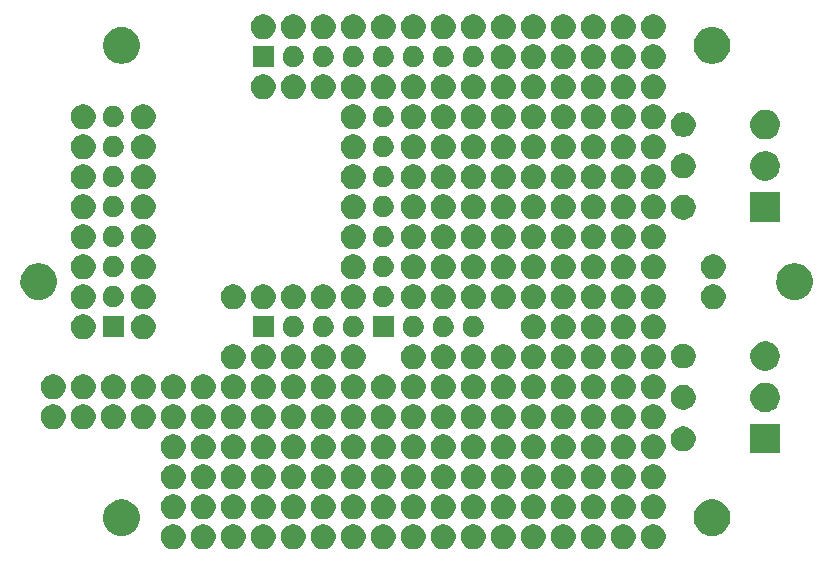
<source format=gbr>
G04 #@! TF.GenerationSoftware,KiCad,Pcbnew,5.1.5+dfsg1-2build2*
G04 #@! TF.CreationDate,2021-11-15T16:56:08-05:00*
G04 #@! TF.ProjectId,ESP32CAM_BREAKOUT_FOR_WATERPROOF_ENCLOSURE,45535033-3243-4414-9d5f-425245414b4f,rev?*
G04 #@! TF.SameCoordinates,Original*
G04 #@! TF.FileFunction,Soldermask,Top*
G04 #@! TF.FilePolarity,Negative*
%FSLAX46Y46*%
G04 Gerber Fmt 4.6, Leading zero omitted, Abs format (unit mm)*
G04 Created by KiCad (PCBNEW 5.1.5+dfsg1-2build2) date 2021-11-15 16:56:08*
%MOMM*%
%LPD*%
G04 APERTURE LIST*
%ADD10C,0.100000*%
G04 APERTURE END LIST*
D10*
G36*
X119726564Y-145079389D02*
G01*
X119917833Y-145158615D01*
X119917835Y-145158616D01*
X120089973Y-145273635D01*
X120236365Y-145420027D01*
X120282254Y-145488704D01*
X120351385Y-145592167D01*
X120430611Y-145783436D01*
X120471000Y-145986484D01*
X120471000Y-146193516D01*
X120430611Y-146396564D01*
X120351385Y-146587833D01*
X120351384Y-146587835D01*
X120236365Y-146759973D01*
X120089973Y-146906365D01*
X119917835Y-147021384D01*
X119917834Y-147021385D01*
X119917833Y-147021385D01*
X119726564Y-147100611D01*
X119523516Y-147141000D01*
X119316484Y-147141000D01*
X119113436Y-147100611D01*
X118922167Y-147021385D01*
X118922166Y-147021385D01*
X118922165Y-147021384D01*
X118750027Y-146906365D01*
X118603635Y-146759973D01*
X118488616Y-146587835D01*
X118488615Y-146587833D01*
X118409389Y-146396564D01*
X118369000Y-146193516D01*
X118369000Y-145986484D01*
X118409389Y-145783436D01*
X118488615Y-145592167D01*
X118557747Y-145488704D01*
X118603635Y-145420027D01*
X118750027Y-145273635D01*
X118922165Y-145158616D01*
X118922167Y-145158615D01*
X119113436Y-145079389D01*
X119316484Y-145039000D01*
X119523516Y-145039000D01*
X119726564Y-145079389D01*
G37*
G36*
X137506564Y-145079389D02*
G01*
X137697833Y-145158615D01*
X137697835Y-145158616D01*
X137869973Y-145273635D01*
X138016365Y-145420027D01*
X138062254Y-145488704D01*
X138131385Y-145592167D01*
X138210611Y-145783436D01*
X138251000Y-145986484D01*
X138251000Y-146193516D01*
X138210611Y-146396564D01*
X138131385Y-146587833D01*
X138131384Y-146587835D01*
X138016365Y-146759973D01*
X137869973Y-146906365D01*
X137697835Y-147021384D01*
X137697834Y-147021385D01*
X137697833Y-147021385D01*
X137506564Y-147100611D01*
X137303516Y-147141000D01*
X137096484Y-147141000D01*
X136893436Y-147100611D01*
X136702167Y-147021385D01*
X136702166Y-147021385D01*
X136702165Y-147021384D01*
X136530027Y-146906365D01*
X136383635Y-146759973D01*
X136268616Y-146587835D01*
X136268615Y-146587833D01*
X136189389Y-146396564D01*
X136149000Y-146193516D01*
X136149000Y-145986484D01*
X136189389Y-145783436D01*
X136268615Y-145592167D01*
X136337747Y-145488704D01*
X136383635Y-145420027D01*
X136530027Y-145273635D01*
X136702165Y-145158616D01*
X136702167Y-145158615D01*
X136893436Y-145079389D01*
X137096484Y-145039000D01*
X137303516Y-145039000D01*
X137506564Y-145079389D01*
G37*
G36*
X117186564Y-145079389D02*
G01*
X117377833Y-145158615D01*
X117377835Y-145158616D01*
X117549973Y-145273635D01*
X117696365Y-145420027D01*
X117742254Y-145488704D01*
X117811385Y-145592167D01*
X117890611Y-145783436D01*
X117931000Y-145986484D01*
X117931000Y-146193516D01*
X117890611Y-146396564D01*
X117811385Y-146587833D01*
X117811384Y-146587835D01*
X117696365Y-146759973D01*
X117549973Y-146906365D01*
X117377835Y-147021384D01*
X117377834Y-147021385D01*
X117377833Y-147021385D01*
X117186564Y-147100611D01*
X116983516Y-147141000D01*
X116776484Y-147141000D01*
X116573436Y-147100611D01*
X116382167Y-147021385D01*
X116382166Y-147021385D01*
X116382165Y-147021384D01*
X116210027Y-146906365D01*
X116063635Y-146759973D01*
X115948616Y-146587835D01*
X115948615Y-146587833D01*
X115869389Y-146396564D01*
X115829000Y-146193516D01*
X115829000Y-145986484D01*
X115869389Y-145783436D01*
X115948615Y-145592167D01*
X116017747Y-145488704D01*
X116063635Y-145420027D01*
X116210027Y-145273635D01*
X116382165Y-145158616D01*
X116382167Y-145158615D01*
X116573436Y-145079389D01*
X116776484Y-145039000D01*
X116983516Y-145039000D01*
X117186564Y-145079389D01*
G37*
G36*
X147666564Y-145079389D02*
G01*
X147857833Y-145158615D01*
X147857835Y-145158616D01*
X148029973Y-145273635D01*
X148176365Y-145420027D01*
X148222254Y-145488704D01*
X148291385Y-145592167D01*
X148370611Y-145783436D01*
X148411000Y-145986484D01*
X148411000Y-146193516D01*
X148370611Y-146396564D01*
X148291385Y-146587833D01*
X148291384Y-146587835D01*
X148176365Y-146759973D01*
X148029973Y-146906365D01*
X147857835Y-147021384D01*
X147857834Y-147021385D01*
X147857833Y-147021385D01*
X147666564Y-147100611D01*
X147463516Y-147141000D01*
X147256484Y-147141000D01*
X147053436Y-147100611D01*
X146862167Y-147021385D01*
X146862166Y-147021385D01*
X146862165Y-147021384D01*
X146690027Y-146906365D01*
X146543635Y-146759973D01*
X146428616Y-146587835D01*
X146428615Y-146587833D01*
X146349389Y-146396564D01*
X146309000Y-146193516D01*
X146309000Y-145986484D01*
X146349389Y-145783436D01*
X146428615Y-145592167D01*
X146497747Y-145488704D01*
X146543635Y-145420027D01*
X146690027Y-145273635D01*
X146862165Y-145158616D01*
X146862167Y-145158615D01*
X147053436Y-145079389D01*
X147256484Y-145039000D01*
X147463516Y-145039000D01*
X147666564Y-145079389D01*
G37*
G36*
X150206564Y-145079389D02*
G01*
X150397833Y-145158615D01*
X150397835Y-145158616D01*
X150569973Y-145273635D01*
X150716365Y-145420027D01*
X150762254Y-145488704D01*
X150831385Y-145592167D01*
X150910611Y-145783436D01*
X150951000Y-145986484D01*
X150951000Y-146193516D01*
X150910611Y-146396564D01*
X150831385Y-146587833D01*
X150831384Y-146587835D01*
X150716365Y-146759973D01*
X150569973Y-146906365D01*
X150397835Y-147021384D01*
X150397834Y-147021385D01*
X150397833Y-147021385D01*
X150206564Y-147100611D01*
X150003516Y-147141000D01*
X149796484Y-147141000D01*
X149593436Y-147100611D01*
X149402167Y-147021385D01*
X149402166Y-147021385D01*
X149402165Y-147021384D01*
X149230027Y-146906365D01*
X149083635Y-146759973D01*
X148968616Y-146587835D01*
X148968615Y-146587833D01*
X148889389Y-146396564D01*
X148849000Y-146193516D01*
X148849000Y-145986484D01*
X148889389Y-145783436D01*
X148968615Y-145592167D01*
X149037747Y-145488704D01*
X149083635Y-145420027D01*
X149230027Y-145273635D01*
X149402165Y-145158616D01*
X149402167Y-145158615D01*
X149593436Y-145079389D01*
X149796484Y-145039000D01*
X150003516Y-145039000D01*
X150206564Y-145079389D01*
G37*
G36*
X152746564Y-145079389D02*
G01*
X152937833Y-145158615D01*
X152937835Y-145158616D01*
X153109973Y-145273635D01*
X153256365Y-145420027D01*
X153302254Y-145488704D01*
X153371385Y-145592167D01*
X153450611Y-145783436D01*
X153491000Y-145986484D01*
X153491000Y-146193516D01*
X153450611Y-146396564D01*
X153371385Y-146587833D01*
X153371384Y-146587835D01*
X153256365Y-146759973D01*
X153109973Y-146906365D01*
X152937835Y-147021384D01*
X152937834Y-147021385D01*
X152937833Y-147021385D01*
X152746564Y-147100611D01*
X152543516Y-147141000D01*
X152336484Y-147141000D01*
X152133436Y-147100611D01*
X151942167Y-147021385D01*
X151942166Y-147021385D01*
X151942165Y-147021384D01*
X151770027Y-146906365D01*
X151623635Y-146759973D01*
X151508616Y-146587835D01*
X151508615Y-146587833D01*
X151429389Y-146396564D01*
X151389000Y-146193516D01*
X151389000Y-145986484D01*
X151429389Y-145783436D01*
X151508615Y-145592167D01*
X151577747Y-145488704D01*
X151623635Y-145420027D01*
X151770027Y-145273635D01*
X151942165Y-145158616D01*
X151942167Y-145158615D01*
X152133436Y-145079389D01*
X152336484Y-145039000D01*
X152543516Y-145039000D01*
X152746564Y-145079389D01*
G37*
G36*
X145126564Y-145079389D02*
G01*
X145317833Y-145158615D01*
X145317835Y-145158616D01*
X145489973Y-145273635D01*
X145636365Y-145420027D01*
X145682254Y-145488704D01*
X145751385Y-145592167D01*
X145830611Y-145783436D01*
X145871000Y-145986484D01*
X145871000Y-146193516D01*
X145830611Y-146396564D01*
X145751385Y-146587833D01*
X145751384Y-146587835D01*
X145636365Y-146759973D01*
X145489973Y-146906365D01*
X145317835Y-147021384D01*
X145317834Y-147021385D01*
X145317833Y-147021385D01*
X145126564Y-147100611D01*
X144923516Y-147141000D01*
X144716484Y-147141000D01*
X144513436Y-147100611D01*
X144322167Y-147021385D01*
X144322166Y-147021385D01*
X144322165Y-147021384D01*
X144150027Y-146906365D01*
X144003635Y-146759973D01*
X143888616Y-146587835D01*
X143888615Y-146587833D01*
X143809389Y-146396564D01*
X143769000Y-146193516D01*
X143769000Y-145986484D01*
X143809389Y-145783436D01*
X143888615Y-145592167D01*
X143957747Y-145488704D01*
X144003635Y-145420027D01*
X144150027Y-145273635D01*
X144322165Y-145158616D01*
X144322167Y-145158615D01*
X144513436Y-145079389D01*
X144716484Y-145039000D01*
X144923516Y-145039000D01*
X145126564Y-145079389D01*
G37*
G36*
X142586564Y-145079389D02*
G01*
X142777833Y-145158615D01*
X142777835Y-145158616D01*
X142949973Y-145273635D01*
X143096365Y-145420027D01*
X143142254Y-145488704D01*
X143211385Y-145592167D01*
X143290611Y-145783436D01*
X143331000Y-145986484D01*
X143331000Y-146193516D01*
X143290611Y-146396564D01*
X143211385Y-146587833D01*
X143211384Y-146587835D01*
X143096365Y-146759973D01*
X142949973Y-146906365D01*
X142777835Y-147021384D01*
X142777834Y-147021385D01*
X142777833Y-147021385D01*
X142586564Y-147100611D01*
X142383516Y-147141000D01*
X142176484Y-147141000D01*
X141973436Y-147100611D01*
X141782167Y-147021385D01*
X141782166Y-147021385D01*
X141782165Y-147021384D01*
X141610027Y-146906365D01*
X141463635Y-146759973D01*
X141348616Y-146587835D01*
X141348615Y-146587833D01*
X141269389Y-146396564D01*
X141229000Y-146193516D01*
X141229000Y-145986484D01*
X141269389Y-145783436D01*
X141348615Y-145592167D01*
X141417747Y-145488704D01*
X141463635Y-145420027D01*
X141610027Y-145273635D01*
X141782165Y-145158616D01*
X141782167Y-145158615D01*
X141973436Y-145079389D01*
X142176484Y-145039000D01*
X142383516Y-145039000D01*
X142586564Y-145079389D01*
G37*
G36*
X140046564Y-145079389D02*
G01*
X140237833Y-145158615D01*
X140237835Y-145158616D01*
X140409973Y-145273635D01*
X140556365Y-145420027D01*
X140602254Y-145488704D01*
X140671385Y-145592167D01*
X140750611Y-145783436D01*
X140791000Y-145986484D01*
X140791000Y-146193516D01*
X140750611Y-146396564D01*
X140671385Y-146587833D01*
X140671384Y-146587835D01*
X140556365Y-146759973D01*
X140409973Y-146906365D01*
X140237835Y-147021384D01*
X140237834Y-147021385D01*
X140237833Y-147021385D01*
X140046564Y-147100611D01*
X139843516Y-147141000D01*
X139636484Y-147141000D01*
X139433436Y-147100611D01*
X139242167Y-147021385D01*
X139242166Y-147021385D01*
X139242165Y-147021384D01*
X139070027Y-146906365D01*
X138923635Y-146759973D01*
X138808616Y-146587835D01*
X138808615Y-146587833D01*
X138729389Y-146396564D01*
X138689000Y-146193516D01*
X138689000Y-145986484D01*
X138729389Y-145783436D01*
X138808615Y-145592167D01*
X138877747Y-145488704D01*
X138923635Y-145420027D01*
X139070027Y-145273635D01*
X139242165Y-145158616D01*
X139242167Y-145158615D01*
X139433436Y-145079389D01*
X139636484Y-145039000D01*
X139843516Y-145039000D01*
X140046564Y-145079389D01*
G37*
G36*
X134966564Y-145079389D02*
G01*
X135157833Y-145158615D01*
X135157835Y-145158616D01*
X135329973Y-145273635D01*
X135476365Y-145420027D01*
X135522254Y-145488704D01*
X135591385Y-145592167D01*
X135670611Y-145783436D01*
X135711000Y-145986484D01*
X135711000Y-146193516D01*
X135670611Y-146396564D01*
X135591385Y-146587833D01*
X135591384Y-146587835D01*
X135476365Y-146759973D01*
X135329973Y-146906365D01*
X135157835Y-147021384D01*
X135157834Y-147021385D01*
X135157833Y-147021385D01*
X134966564Y-147100611D01*
X134763516Y-147141000D01*
X134556484Y-147141000D01*
X134353436Y-147100611D01*
X134162167Y-147021385D01*
X134162166Y-147021385D01*
X134162165Y-147021384D01*
X133990027Y-146906365D01*
X133843635Y-146759973D01*
X133728616Y-146587835D01*
X133728615Y-146587833D01*
X133649389Y-146396564D01*
X133609000Y-146193516D01*
X133609000Y-145986484D01*
X133649389Y-145783436D01*
X133728615Y-145592167D01*
X133797747Y-145488704D01*
X133843635Y-145420027D01*
X133990027Y-145273635D01*
X134162165Y-145158616D01*
X134162167Y-145158615D01*
X134353436Y-145079389D01*
X134556484Y-145039000D01*
X134763516Y-145039000D01*
X134966564Y-145079389D01*
G37*
G36*
X132426564Y-145079389D02*
G01*
X132617833Y-145158615D01*
X132617835Y-145158616D01*
X132789973Y-145273635D01*
X132936365Y-145420027D01*
X132982254Y-145488704D01*
X133051385Y-145592167D01*
X133130611Y-145783436D01*
X133171000Y-145986484D01*
X133171000Y-146193516D01*
X133130611Y-146396564D01*
X133051385Y-146587833D01*
X133051384Y-146587835D01*
X132936365Y-146759973D01*
X132789973Y-146906365D01*
X132617835Y-147021384D01*
X132617834Y-147021385D01*
X132617833Y-147021385D01*
X132426564Y-147100611D01*
X132223516Y-147141000D01*
X132016484Y-147141000D01*
X131813436Y-147100611D01*
X131622167Y-147021385D01*
X131622166Y-147021385D01*
X131622165Y-147021384D01*
X131450027Y-146906365D01*
X131303635Y-146759973D01*
X131188616Y-146587835D01*
X131188615Y-146587833D01*
X131109389Y-146396564D01*
X131069000Y-146193516D01*
X131069000Y-145986484D01*
X131109389Y-145783436D01*
X131188615Y-145592167D01*
X131257747Y-145488704D01*
X131303635Y-145420027D01*
X131450027Y-145273635D01*
X131622165Y-145158616D01*
X131622167Y-145158615D01*
X131813436Y-145079389D01*
X132016484Y-145039000D01*
X132223516Y-145039000D01*
X132426564Y-145079389D01*
G37*
G36*
X129886564Y-145079389D02*
G01*
X130077833Y-145158615D01*
X130077835Y-145158616D01*
X130249973Y-145273635D01*
X130396365Y-145420027D01*
X130442254Y-145488704D01*
X130511385Y-145592167D01*
X130590611Y-145783436D01*
X130631000Y-145986484D01*
X130631000Y-146193516D01*
X130590611Y-146396564D01*
X130511385Y-146587833D01*
X130511384Y-146587835D01*
X130396365Y-146759973D01*
X130249973Y-146906365D01*
X130077835Y-147021384D01*
X130077834Y-147021385D01*
X130077833Y-147021385D01*
X129886564Y-147100611D01*
X129683516Y-147141000D01*
X129476484Y-147141000D01*
X129273436Y-147100611D01*
X129082167Y-147021385D01*
X129082166Y-147021385D01*
X129082165Y-147021384D01*
X128910027Y-146906365D01*
X128763635Y-146759973D01*
X128648616Y-146587835D01*
X128648615Y-146587833D01*
X128569389Y-146396564D01*
X128529000Y-146193516D01*
X128529000Y-145986484D01*
X128569389Y-145783436D01*
X128648615Y-145592167D01*
X128717747Y-145488704D01*
X128763635Y-145420027D01*
X128910027Y-145273635D01*
X129082165Y-145158616D01*
X129082167Y-145158615D01*
X129273436Y-145079389D01*
X129476484Y-145039000D01*
X129683516Y-145039000D01*
X129886564Y-145079389D01*
G37*
G36*
X127346564Y-145079389D02*
G01*
X127537833Y-145158615D01*
X127537835Y-145158616D01*
X127709973Y-145273635D01*
X127856365Y-145420027D01*
X127902254Y-145488704D01*
X127971385Y-145592167D01*
X128050611Y-145783436D01*
X128091000Y-145986484D01*
X128091000Y-146193516D01*
X128050611Y-146396564D01*
X127971385Y-146587833D01*
X127971384Y-146587835D01*
X127856365Y-146759973D01*
X127709973Y-146906365D01*
X127537835Y-147021384D01*
X127537834Y-147021385D01*
X127537833Y-147021385D01*
X127346564Y-147100611D01*
X127143516Y-147141000D01*
X126936484Y-147141000D01*
X126733436Y-147100611D01*
X126542167Y-147021385D01*
X126542166Y-147021385D01*
X126542165Y-147021384D01*
X126370027Y-146906365D01*
X126223635Y-146759973D01*
X126108616Y-146587835D01*
X126108615Y-146587833D01*
X126029389Y-146396564D01*
X125989000Y-146193516D01*
X125989000Y-145986484D01*
X126029389Y-145783436D01*
X126108615Y-145592167D01*
X126177747Y-145488704D01*
X126223635Y-145420027D01*
X126370027Y-145273635D01*
X126542165Y-145158616D01*
X126542167Y-145158615D01*
X126733436Y-145079389D01*
X126936484Y-145039000D01*
X127143516Y-145039000D01*
X127346564Y-145079389D01*
G37*
G36*
X124806564Y-145079389D02*
G01*
X124997833Y-145158615D01*
X124997835Y-145158616D01*
X125169973Y-145273635D01*
X125316365Y-145420027D01*
X125362254Y-145488704D01*
X125431385Y-145592167D01*
X125510611Y-145783436D01*
X125551000Y-145986484D01*
X125551000Y-146193516D01*
X125510611Y-146396564D01*
X125431385Y-146587833D01*
X125431384Y-146587835D01*
X125316365Y-146759973D01*
X125169973Y-146906365D01*
X124997835Y-147021384D01*
X124997834Y-147021385D01*
X124997833Y-147021385D01*
X124806564Y-147100611D01*
X124603516Y-147141000D01*
X124396484Y-147141000D01*
X124193436Y-147100611D01*
X124002167Y-147021385D01*
X124002166Y-147021385D01*
X124002165Y-147021384D01*
X123830027Y-146906365D01*
X123683635Y-146759973D01*
X123568616Y-146587835D01*
X123568615Y-146587833D01*
X123489389Y-146396564D01*
X123449000Y-146193516D01*
X123449000Y-145986484D01*
X123489389Y-145783436D01*
X123568615Y-145592167D01*
X123637747Y-145488704D01*
X123683635Y-145420027D01*
X123830027Y-145273635D01*
X124002165Y-145158616D01*
X124002167Y-145158615D01*
X124193436Y-145079389D01*
X124396484Y-145039000D01*
X124603516Y-145039000D01*
X124806564Y-145079389D01*
G37*
G36*
X122266564Y-145079389D02*
G01*
X122457833Y-145158615D01*
X122457835Y-145158616D01*
X122629973Y-145273635D01*
X122776365Y-145420027D01*
X122822254Y-145488704D01*
X122891385Y-145592167D01*
X122970611Y-145783436D01*
X123011000Y-145986484D01*
X123011000Y-146193516D01*
X122970611Y-146396564D01*
X122891385Y-146587833D01*
X122891384Y-146587835D01*
X122776365Y-146759973D01*
X122629973Y-146906365D01*
X122457835Y-147021384D01*
X122457834Y-147021385D01*
X122457833Y-147021385D01*
X122266564Y-147100611D01*
X122063516Y-147141000D01*
X121856484Y-147141000D01*
X121653436Y-147100611D01*
X121462167Y-147021385D01*
X121462166Y-147021385D01*
X121462165Y-147021384D01*
X121290027Y-146906365D01*
X121143635Y-146759973D01*
X121028616Y-146587835D01*
X121028615Y-146587833D01*
X120949389Y-146396564D01*
X120909000Y-146193516D01*
X120909000Y-145986484D01*
X120949389Y-145783436D01*
X121028615Y-145592167D01*
X121097747Y-145488704D01*
X121143635Y-145420027D01*
X121290027Y-145273635D01*
X121462165Y-145158616D01*
X121462167Y-145158615D01*
X121653436Y-145079389D01*
X121856484Y-145039000D01*
X122063516Y-145039000D01*
X122266564Y-145079389D01*
G37*
G36*
X157826564Y-145079389D02*
G01*
X158017833Y-145158615D01*
X158017835Y-145158616D01*
X158189973Y-145273635D01*
X158336365Y-145420027D01*
X158382254Y-145488704D01*
X158451385Y-145592167D01*
X158530611Y-145783436D01*
X158571000Y-145986484D01*
X158571000Y-146193516D01*
X158530611Y-146396564D01*
X158451385Y-146587833D01*
X158451384Y-146587835D01*
X158336365Y-146759973D01*
X158189973Y-146906365D01*
X158017835Y-147021384D01*
X158017834Y-147021385D01*
X158017833Y-147021385D01*
X157826564Y-147100611D01*
X157623516Y-147141000D01*
X157416484Y-147141000D01*
X157213436Y-147100611D01*
X157022167Y-147021385D01*
X157022166Y-147021385D01*
X157022165Y-147021384D01*
X156850027Y-146906365D01*
X156703635Y-146759973D01*
X156588616Y-146587835D01*
X156588615Y-146587833D01*
X156509389Y-146396564D01*
X156469000Y-146193516D01*
X156469000Y-145986484D01*
X156509389Y-145783436D01*
X156588615Y-145592167D01*
X156657747Y-145488704D01*
X156703635Y-145420027D01*
X156850027Y-145273635D01*
X157022165Y-145158616D01*
X157022167Y-145158615D01*
X157213436Y-145079389D01*
X157416484Y-145039000D01*
X157623516Y-145039000D01*
X157826564Y-145079389D01*
G37*
G36*
X155286564Y-145079389D02*
G01*
X155477833Y-145158615D01*
X155477835Y-145158616D01*
X155649973Y-145273635D01*
X155796365Y-145420027D01*
X155842254Y-145488704D01*
X155911385Y-145592167D01*
X155990611Y-145783436D01*
X156031000Y-145986484D01*
X156031000Y-146193516D01*
X155990611Y-146396564D01*
X155911385Y-146587833D01*
X155911384Y-146587835D01*
X155796365Y-146759973D01*
X155649973Y-146906365D01*
X155477835Y-147021384D01*
X155477834Y-147021385D01*
X155477833Y-147021385D01*
X155286564Y-147100611D01*
X155083516Y-147141000D01*
X154876484Y-147141000D01*
X154673436Y-147100611D01*
X154482167Y-147021385D01*
X154482166Y-147021385D01*
X154482165Y-147021384D01*
X154310027Y-146906365D01*
X154163635Y-146759973D01*
X154048616Y-146587835D01*
X154048615Y-146587833D01*
X153969389Y-146396564D01*
X153929000Y-146193516D01*
X153929000Y-145986484D01*
X153969389Y-145783436D01*
X154048615Y-145592167D01*
X154117747Y-145488704D01*
X154163635Y-145420027D01*
X154310027Y-145273635D01*
X154482165Y-145158616D01*
X154482167Y-145158615D01*
X154673436Y-145079389D01*
X154876484Y-145039000D01*
X155083516Y-145039000D01*
X155286564Y-145079389D01*
G37*
G36*
X112802585Y-142978802D02*
G01*
X112952410Y-143008604D01*
X113234674Y-143125521D01*
X113488705Y-143295259D01*
X113704741Y-143511295D01*
X113874479Y-143765326D01*
X113991396Y-144047590D01*
X114051000Y-144347240D01*
X114051000Y-144652760D01*
X113991396Y-144952410D01*
X113874479Y-145234674D01*
X113704741Y-145488705D01*
X113488705Y-145704741D01*
X113234674Y-145874479D01*
X112952410Y-145991396D01*
X112802585Y-146021198D01*
X112652761Y-146051000D01*
X112347239Y-146051000D01*
X112197415Y-146021198D01*
X112047590Y-145991396D01*
X111765326Y-145874479D01*
X111511295Y-145704741D01*
X111295259Y-145488705D01*
X111125521Y-145234674D01*
X111008604Y-144952410D01*
X110949000Y-144652760D01*
X110949000Y-144347240D01*
X111008604Y-144047590D01*
X111125521Y-143765326D01*
X111295259Y-143511295D01*
X111511295Y-143295259D01*
X111765326Y-143125521D01*
X112047590Y-143008604D01*
X112197415Y-142978802D01*
X112347239Y-142949000D01*
X112652761Y-142949000D01*
X112802585Y-142978802D01*
G37*
G36*
X162802585Y-142978802D02*
G01*
X162952410Y-143008604D01*
X163234674Y-143125521D01*
X163488705Y-143295259D01*
X163704741Y-143511295D01*
X163874479Y-143765326D01*
X163991396Y-144047590D01*
X164051000Y-144347240D01*
X164051000Y-144652760D01*
X163991396Y-144952410D01*
X163874479Y-145234674D01*
X163704741Y-145488705D01*
X163488705Y-145704741D01*
X163234674Y-145874479D01*
X162952410Y-145991396D01*
X162802585Y-146021198D01*
X162652761Y-146051000D01*
X162347239Y-146051000D01*
X162197415Y-146021198D01*
X162047590Y-145991396D01*
X161765326Y-145874479D01*
X161511295Y-145704741D01*
X161295259Y-145488705D01*
X161125521Y-145234674D01*
X161008604Y-144952410D01*
X160949000Y-144652760D01*
X160949000Y-144347240D01*
X161008604Y-144047590D01*
X161125521Y-143765326D01*
X161295259Y-143511295D01*
X161511295Y-143295259D01*
X161765326Y-143125521D01*
X162047590Y-143008604D01*
X162197415Y-142978802D01*
X162347239Y-142949000D01*
X162652761Y-142949000D01*
X162802585Y-142978802D01*
G37*
G36*
X150206564Y-142539389D02*
G01*
X150397833Y-142618615D01*
X150397835Y-142618616D01*
X150569973Y-142733635D01*
X150716365Y-142880027D01*
X150831385Y-143052167D01*
X150910611Y-143243436D01*
X150951000Y-143446484D01*
X150951000Y-143653516D01*
X150910611Y-143856564D01*
X150831485Y-144047591D01*
X150831384Y-144047835D01*
X150716365Y-144219973D01*
X150569973Y-144366365D01*
X150397835Y-144481384D01*
X150397834Y-144481385D01*
X150397833Y-144481385D01*
X150206564Y-144560611D01*
X150003516Y-144601000D01*
X149796484Y-144601000D01*
X149593436Y-144560611D01*
X149402167Y-144481385D01*
X149402166Y-144481385D01*
X149402165Y-144481384D01*
X149230027Y-144366365D01*
X149083635Y-144219973D01*
X148968616Y-144047835D01*
X148968515Y-144047591D01*
X148889389Y-143856564D01*
X148849000Y-143653516D01*
X148849000Y-143446484D01*
X148889389Y-143243436D01*
X148968615Y-143052167D01*
X149083635Y-142880027D01*
X149230027Y-142733635D01*
X149402165Y-142618616D01*
X149402167Y-142618615D01*
X149593436Y-142539389D01*
X149796484Y-142499000D01*
X150003516Y-142499000D01*
X150206564Y-142539389D01*
G37*
G36*
X134966564Y-142539389D02*
G01*
X135157833Y-142618615D01*
X135157835Y-142618616D01*
X135329973Y-142733635D01*
X135476365Y-142880027D01*
X135591385Y-143052167D01*
X135670611Y-143243436D01*
X135711000Y-143446484D01*
X135711000Y-143653516D01*
X135670611Y-143856564D01*
X135591485Y-144047591D01*
X135591384Y-144047835D01*
X135476365Y-144219973D01*
X135329973Y-144366365D01*
X135157835Y-144481384D01*
X135157834Y-144481385D01*
X135157833Y-144481385D01*
X134966564Y-144560611D01*
X134763516Y-144601000D01*
X134556484Y-144601000D01*
X134353436Y-144560611D01*
X134162167Y-144481385D01*
X134162166Y-144481385D01*
X134162165Y-144481384D01*
X133990027Y-144366365D01*
X133843635Y-144219973D01*
X133728616Y-144047835D01*
X133728515Y-144047591D01*
X133649389Y-143856564D01*
X133609000Y-143653516D01*
X133609000Y-143446484D01*
X133649389Y-143243436D01*
X133728615Y-143052167D01*
X133843635Y-142880027D01*
X133990027Y-142733635D01*
X134162165Y-142618616D01*
X134162167Y-142618615D01*
X134353436Y-142539389D01*
X134556484Y-142499000D01*
X134763516Y-142499000D01*
X134966564Y-142539389D01*
G37*
G36*
X137506564Y-142539389D02*
G01*
X137697833Y-142618615D01*
X137697835Y-142618616D01*
X137869973Y-142733635D01*
X138016365Y-142880027D01*
X138131385Y-143052167D01*
X138210611Y-143243436D01*
X138251000Y-143446484D01*
X138251000Y-143653516D01*
X138210611Y-143856564D01*
X138131485Y-144047591D01*
X138131384Y-144047835D01*
X138016365Y-144219973D01*
X137869973Y-144366365D01*
X137697835Y-144481384D01*
X137697834Y-144481385D01*
X137697833Y-144481385D01*
X137506564Y-144560611D01*
X137303516Y-144601000D01*
X137096484Y-144601000D01*
X136893436Y-144560611D01*
X136702167Y-144481385D01*
X136702166Y-144481385D01*
X136702165Y-144481384D01*
X136530027Y-144366365D01*
X136383635Y-144219973D01*
X136268616Y-144047835D01*
X136268515Y-144047591D01*
X136189389Y-143856564D01*
X136149000Y-143653516D01*
X136149000Y-143446484D01*
X136189389Y-143243436D01*
X136268615Y-143052167D01*
X136383635Y-142880027D01*
X136530027Y-142733635D01*
X136702165Y-142618616D01*
X136702167Y-142618615D01*
X136893436Y-142539389D01*
X137096484Y-142499000D01*
X137303516Y-142499000D01*
X137506564Y-142539389D01*
G37*
G36*
X142586564Y-142539389D02*
G01*
X142777833Y-142618615D01*
X142777835Y-142618616D01*
X142949973Y-142733635D01*
X143096365Y-142880027D01*
X143211385Y-143052167D01*
X143290611Y-143243436D01*
X143331000Y-143446484D01*
X143331000Y-143653516D01*
X143290611Y-143856564D01*
X143211485Y-144047591D01*
X143211384Y-144047835D01*
X143096365Y-144219973D01*
X142949973Y-144366365D01*
X142777835Y-144481384D01*
X142777834Y-144481385D01*
X142777833Y-144481385D01*
X142586564Y-144560611D01*
X142383516Y-144601000D01*
X142176484Y-144601000D01*
X141973436Y-144560611D01*
X141782167Y-144481385D01*
X141782166Y-144481385D01*
X141782165Y-144481384D01*
X141610027Y-144366365D01*
X141463635Y-144219973D01*
X141348616Y-144047835D01*
X141348515Y-144047591D01*
X141269389Y-143856564D01*
X141229000Y-143653516D01*
X141229000Y-143446484D01*
X141269389Y-143243436D01*
X141348615Y-143052167D01*
X141463635Y-142880027D01*
X141610027Y-142733635D01*
X141782165Y-142618616D01*
X141782167Y-142618615D01*
X141973436Y-142539389D01*
X142176484Y-142499000D01*
X142383516Y-142499000D01*
X142586564Y-142539389D01*
G37*
G36*
X140046564Y-142539389D02*
G01*
X140237833Y-142618615D01*
X140237835Y-142618616D01*
X140409973Y-142733635D01*
X140556365Y-142880027D01*
X140671385Y-143052167D01*
X140750611Y-143243436D01*
X140791000Y-143446484D01*
X140791000Y-143653516D01*
X140750611Y-143856564D01*
X140671485Y-144047591D01*
X140671384Y-144047835D01*
X140556365Y-144219973D01*
X140409973Y-144366365D01*
X140237835Y-144481384D01*
X140237834Y-144481385D01*
X140237833Y-144481385D01*
X140046564Y-144560611D01*
X139843516Y-144601000D01*
X139636484Y-144601000D01*
X139433436Y-144560611D01*
X139242167Y-144481385D01*
X139242166Y-144481385D01*
X139242165Y-144481384D01*
X139070027Y-144366365D01*
X138923635Y-144219973D01*
X138808616Y-144047835D01*
X138808515Y-144047591D01*
X138729389Y-143856564D01*
X138689000Y-143653516D01*
X138689000Y-143446484D01*
X138729389Y-143243436D01*
X138808615Y-143052167D01*
X138923635Y-142880027D01*
X139070027Y-142733635D01*
X139242165Y-142618616D01*
X139242167Y-142618615D01*
X139433436Y-142539389D01*
X139636484Y-142499000D01*
X139843516Y-142499000D01*
X140046564Y-142539389D01*
G37*
G36*
X124806564Y-142539389D02*
G01*
X124997833Y-142618615D01*
X124997835Y-142618616D01*
X125169973Y-142733635D01*
X125316365Y-142880027D01*
X125431385Y-143052167D01*
X125510611Y-143243436D01*
X125551000Y-143446484D01*
X125551000Y-143653516D01*
X125510611Y-143856564D01*
X125431485Y-144047591D01*
X125431384Y-144047835D01*
X125316365Y-144219973D01*
X125169973Y-144366365D01*
X124997835Y-144481384D01*
X124997834Y-144481385D01*
X124997833Y-144481385D01*
X124806564Y-144560611D01*
X124603516Y-144601000D01*
X124396484Y-144601000D01*
X124193436Y-144560611D01*
X124002167Y-144481385D01*
X124002166Y-144481385D01*
X124002165Y-144481384D01*
X123830027Y-144366365D01*
X123683635Y-144219973D01*
X123568616Y-144047835D01*
X123568515Y-144047591D01*
X123489389Y-143856564D01*
X123449000Y-143653516D01*
X123449000Y-143446484D01*
X123489389Y-143243436D01*
X123568615Y-143052167D01*
X123683635Y-142880027D01*
X123830027Y-142733635D01*
X124002165Y-142618616D01*
X124002167Y-142618615D01*
X124193436Y-142539389D01*
X124396484Y-142499000D01*
X124603516Y-142499000D01*
X124806564Y-142539389D01*
G37*
G36*
X127346564Y-142539389D02*
G01*
X127537833Y-142618615D01*
X127537835Y-142618616D01*
X127709973Y-142733635D01*
X127856365Y-142880027D01*
X127971385Y-143052167D01*
X128050611Y-143243436D01*
X128091000Y-143446484D01*
X128091000Y-143653516D01*
X128050611Y-143856564D01*
X127971485Y-144047591D01*
X127971384Y-144047835D01*
X127856365Y-144219973D01*
X127709973Y-144366365D01*
X127537835Y-144481384D01*
X127537834Y-144481385D01*
X127537833Y-144481385D01*
X127346564Y-144560611D01*
X127143516Y-144601000D01*
X126936484Y-144601000D01*
X126733436Y-144560611D01*
X126542167Y-144481385D01*
X126542166Y-144481385D01*
X126542165Y-144481384D01*
X126370027Y-144366365D01*
X126223635Y-144219973D01*
X126108616Y-144047835D01*
X126108515Y-144047591D01*
X126029389Y-143856564D01*
X125989000Y-143653516D01*
X125989000Y-143446484D01*
X126029389Y-143243436D01*
X126108615Y-143052167D01*
X126223635Y-142880027D01*
X126370027Y-142733635D01*
X126542165Y-142618616D01*
X126542167Y-142618615D01*
X126733436Y-142539389D01*
X126936484Y-142499000D01*
X127143516Y-142499000D01*
X127346564Y-142539389D01*
G37*
G36*
X122266564Y-142539389D02*
G01*
X122457833Y-142618615D01*
X122457835Y-142618616D01*
X122629973Y-142733635D01*
X122776365Y-142880027D01*
X122891385Y-143052167D01*
X122970611Y-143243436D01*
X123011000Y-143446484D01*
X123011000Y-143653516D01*
X122970611Y-143856564D01*
X122891485Y-144047591D01*
X122891384Y-144047835D01*
X122776365Y-144219973D01*
X122629973Y-144366365D01*
X122457835Y-144481384D01*
X122457834Y-144481385D01*
X122457833Y-144481385D01*
X122266564Y-144560611D01*
X122063516Y-144601000D01*
X121856484Y-144601000D01*
X121653436Y-144560611D01*
X121462167Y-144481385D01*
X121462166Y-144481385D01*
X121462165Y-144481384D01*
X121290027Y-144366365D01*
X121143635Y-144219973D01*
X121028616Y-144047835D01*
X121028515Y-144047591D01*
X120949389Y-143856564D01*
X120909000Y-143653516D01*
X120909000Y-143446484D01*
X120949389Y-143243436D01*
X121028615Y-143052167D01*
X121143635Y-142880027D01*
X121290027Y-142733635D01*
X121462165Y-142618616D01*
X121462167Y-142618615D01*
X121653436Y-142539389D01*
X121856484Y-142499000D01*
X122063516Y-142499000D01*
X122266564Y-142539389D01*
G37*
G36*
X129886564Y-142539389D02*
G01*
X130077833Y-142618615D01*
X130077835Y-142618616D01*
X130249973Y-142733635D01*
X130396365Y-142880027D01*
X130511385Y-143052167D01*
X130590611Y-143243436D01*
X130631000Y-143446484D01*
X130631000Y-143653516D01*
X130590611Y-143856564D01*
X130511485Y-144047591D01*
X130511384Y-144047835D01*
X130396365Y-144219973D01*
X130249973Y-144366365D01*
X130077835Y-144481384D01*
X130077834Y-144481385D01*
X130077833Y-144481385D01*
X129886564Y-144560611D01*
X129683516Y-144601000D01*
X129476484Y-144601000D01*
X129273436Y-144560611D01*
X129082167Y-144481385D01*
X129082166Y-144481385D01*
X129082165Y-144481384D01*
X128910027Y-144366365D01*
X128763635Y-144219973D01*
X128648616Y-144047835D01*
X128648515Y-144047591D01*
X128569389Y-143856564D01*
X128529000Y-143653516D01*
X128529000Y-143446484D01*
X128569389Y-143243436D01*
X128648615Y-143052167D01*
X128763635Y-142880027D01*
X128910027Y-142733635D01*
X129082165Y-142618616D01*
X129082167Y-142618615D01*
X129273436Y-142539389D01*
X129476484Y-142499000D01*
X129683516Y-142499000D01*
X129886564Y-142539389D01*
G37*
G36*
X132426564Y-142539389D02*
G01*
X132617833Y-142618615D01*
X132617835Y-142618616D01*
X132789973Y-142733635D01*
X132936365Y-142880027D01*
X133051385Y-143052167D01*
X133130611Y-143243436D01*
X133171000Y-143446484D01*
X133171000Y-143653516D01*
X133130611Y-143856564D01*
X133051485Y-144047591D01*
X133051384Y-144047835D01*
X132936365Y-144219973D01*
X132789973Y-144366365D01*
X132617835Y-144481384D01*
X132617834Y-144481385D01*
X132617833Y-144481385D01*
X132426564Y-144560611D01*
X132223516Y-144601000D01*
X132016484Y-144601000D01*
X131813436Y-144560611D01*
X131622167Y-144481385D01*
X131622166Y-144481385D01*
X131622165Y-144481384D01*
X131450027Y-144366365D01*
X131303635Y-144219973D01*
X131188616Y-144047835D01*
X131188515Y-144047591D01*
X131109389Y-143856564D01*
X131069000Y-143653516D01*
X131069000Y-143446484D01*
X131109389Y-143243436D01*
X131188615Y-143052167D01*
X131303635Y-142880027D01*
X131450027Y-142733635D01*
X131622165Y-142618616D01*
X131622167Y-142618615D01*
X131813436Y-142539389D01*
X132016484Y-142499000D01*
X132223516Y-142499000D01*
X132426564Y-142539389D01*
G37*
G36*
X119726564Y-142539389D02*
G01*
X119917833Y-142618615D01*
X119917835Y-142618616D01*
X120089973Y-142733635D01*
X120236365Y-142880027D01*
X120351385Y-143052167D01*
X120430611Y-143243436D01*
X120471000Y-143446484D01*
X120471000Y-143653516D01*
X120430611Y-143856564D01*
X120351485Y-144047591D01*
X120351384Y-144047835D01*
X120236365Y-144219973D01*
X120089973Y-144366365D01*
X119917835Y-144481384D01*
X119917834Y-144481385D01*
X119917833Y-144481385D01*
X119726564Y-144560611D01*
X119523516Y-144601000D01*
X119316484Y-144601000D01*
X119113436Y-144560611D01*
X118922167Y-144481385D01*
X118922166Y-144481385D01*
X118922165Y-144481384D01*
X118750027Y-144366365D01*
X118603635Y-144219973D01*
X118488616Y-144047835D01*
X118488515Y-144047591D01*
X118409389Y-143856564D01*
X118369000Y-143653516D01*
X118369000Y-143446484D01*
X118409389Y-143243436D01*
X118488615Y-143052167D01*
X118603635Y-142880027D01*
X118750027Y-142733635D01*
X118922165Y-142618616D01*
X118922167Y-142618615D01*
X119113436Y-142539389D01*
X119316484Y-142499000D01*
X119523516Y-142499000D01*
X119726564Y-142539389D01*
G37*
G36*
X145126564Y-142539389D02*
G01*
X145317833Y-142618615D01*
X145317835Y-142618616D01*
X145489973Y-142733635D01*
X145636365Y-142880027D01*
X145751385Y-143052167D01*
X145830611Y-143243436D01*
X145871000Y-143446484D01*
X145871000Y-143653516D01*
X145830611Y-143856564D01*
X145751485Y-144047591D01*
X145751384Y-144047835D01*
X145636365Y-144219973D01*
X145489973Y-144366365D01*
X145317835Y-144481384D01*
X145317834Y-144481385D01*
X145317833Y-144481385D01*
X145126564Y-144560611D01*
X144923516Y-144601000D01*
X144716484Y-144601000D01*
X144513436Y-144560611D01*
X144322167Y-144481385D01*
X144322166Y-144481385D01*
X144322165Y-144481384D01*
X144150027Y-144366365D01*
X144003635Y-144219973D01*
X143888616Y-144047835D01*
X143888515Y-144047591D01*
X143809389Y-143856564D01*
X143769000Y-143653516D01*
X143769000Y-143446484D01*
X143809389Y-143243436D01*
X143888615Y-143052167D01*
X144003635Y-142880027D01*
X144150027Y-142733635D01*
X144322165Y-142618616D01*
X144322167Y-142618615D01*
X144513436Y-142539389D01*
X144716484Y-142499000D01*
X144923516Y-142499000D01*
X145126564Y-142539389D01*
G37*
G36*
X147666564Y-142539389D02*
G01*
X147857833Y-142618615D01*
X147857835Y-142618616D01*
X148029973Y-142733635D01*
X148176365Y-142880027D01*
X148291385Y-143052167D01*
X148370611Y-143243436D01*
X148411000Y-143446484D01*
X148411000Y-143653516D01*
X148370611Y-143856564D01*
X148291485Y-144047591D01*
X148291384Y-144047835D01*
X148176365Y-144219973D01*
X148029973Y-144366365D01*
X147857835Y-144481384D01*
X147857834Y-144481385D01*
X147857833Y-144481385D01*
X147666564Y-144560611D01*
X147463516Y-144601000D01*
X147256484Y-144601000D01*
X147053436Y-144560611D01*
X146862167Y-144481385D01*
X146862166Y-144481385D01*
X146862165Y-144481384D01*
X146690027Y-144366365D01*
X146543635Y-144219973D01*
X146428616Y-144047835D01*
X146428515Y-144047591D01*
X146349389Y-143856564D01*
X146309000Y-143653516D01*
X146309000Y-143446484D01*
X146349389Y-143243436D01*
X146428615Y-143052167D01*
X146543635Y-142880027D01*
X146690027Y-142733635D01*
X146862165Y-142618616D01*
X146862167Y-142618615D01*
X147053436Y-142539389D01*
X147256484Y-142499000D01*
X147463516Y-142499000D01*
X147666564Y-142539389D01*
G37*
G36*
X155286564Y-142539389D02*
G01*
X155477833Y-142618615D01*
X155477835Y-142618616D01*
X155649973Y-142733635D01*
X155796365Y-142880027D01*
X155911385Y-143052167D01*
X155990611Y-143243436D01*
X156031000Y-143446484D01*
X156031000Y-143653516D01*
X155990611Y-143856564D01*
X155911485Y-144047591D01*
X155911384Y-144047835D01*
X155796365Y-144219973D01*
X155649973Y-144366365D01*
X155477835Y-144481384D01*
X155477834Y-144481385D01*
X155477833Y-144481385D01*
X155286564Y-144560611D01*
X155083516Y-144601000D01*
X154876484Y-144601000D01*
X154673436Y-144560611D01*
X154482167Y-144481385D01*
X154482166Y-144481385D01*
X154482165Y-144481384D01*
X154310027Y-144366365D01*
X154163635Y-144219973D01*
X154048616Y-144047835D01*
X154048515Y-144047591D01*
X153969389Y-143856564D01*
X153929000Y-143653516D01*
X153929000Y-143446484D01*
X153969389Y-143243436D01*
X154048615Y-143052167D01*
X154163635Y-142880027D01*
X154310027Y-142733635D01*
X154482165Y-142618616D01*
X154482167Y-142618615D01*
X154673436Y-142539389D01*
X154876484Y-142499000D01*
X155083516Y-142499000D01*
X155286564Y-142539389D01*
G37*
G36*
X117186564Y-142539389D02*
G01*
X117377833Y-142618615D01*
X117377835Y-142618616D01*
X117549973Y-142733635D01*
X117696365Y-142880027D01*
X117811385Y-143052167D01*
X117890611Y-143243436D01*
X117931000Y-143446484D01*
X117931000Y-143653516D01*
X117890611Y-143856564D01*
X117811485Y-144047591D01*
X117811384Y-144047835D01*
X117696365Y-144219973D01*
X117549973Y-144366365D01*
X117377835Y-144481384D01*
X117377834Y-144481385D01*
X117377833Y-144481385D01*
X117186564Y-144560611D01*
X116983516Y-144601000D01*
X116776484Y-144601000D01*
X116573436Y-144560611D01*
X116382167Y-144481385D01*
X116382166Y-144481385D01*
X116382165Y-144481384D01*
X116210027Y-144366365D01*
X116063635Y-144219973D01*
X115948616Y-144047835D01*
X115948515Y-144047591D01*
X115869389Y-143856564D01*
X115829000Y-143653516D01*
X115829000Y-143446484D01*
X115869389Y-143243436D01*
X115948615Y-143052167D01*
X116063635Y-142880027D01*
X116210027Y-142733635D01*
X116382165Y-142618616D01*
X116382167Y-142618615D01*
X116573436Y-142539389D01*
X116776484Y-142499000D01*
X116983516Y-142499000D01*
X117186564Y-142539389D01*
G37*
G36*
X157826564Y-142539389D02*
G01*
X158017833Y-142618615D01*
X158017835Y-142618616D01*
X158189973Y-142733635D01*
X158336365Y-142880027D01*
X158451385Y-143052167D01*
X158530611Y-143243436D01*
X158571000Y-143446484D01*
X158571000Y-143653516D01*
X158530611Y-143856564D01*
X158451485Y-144047591D01*
X158451384Y-144047835D01*
X158336365Y-144219973D01*
X158189973Y-144366365D01*
X158017835Y-144481384D01*
X158017834Y-144481385D01*
X158017833Y-144481385D01*
X157826564Y-144560611D01*
X157623516Y-144601000D01*
X157416484Y-144601000D01*
X157213436Y-144560611D01*
X157022167Y-144481385D01*
X157022166Y-144481385D01*
X157022165Y-144481384D01*
X156850027Y-144366365D01*
X156703635Y-144219973D01*
X156588616Y-144047835D01*
X156588515Y-144047591D01*
X156509389Y-143856564D01*
X156469000Y-143653516D01*
X156469000Y-143446484D01*
X156509389Y-143243436D01*
X156588615Y-143052167D01*
X156703635Y-142880027D01*
X156850027Y-142733635D01*
X157022165Y-142618616D01*
X157022167Y-142618615D01*
X157213436Y-142539389D01*
X157416484Y-142499000D01*
X157623516Y-142499000D01*
X157826564Y-142539389D01*
G37*
G36*
X152746564Y-142539389D02*
G01*
X152937833Y-142618615D01*
X152937835Y-142618616D01*
X153109973Y-142733635D01*
X153256365Y-142880027D01*
X153371385Y-143052167D01*
X153450611Y-143243436D01*
X153491000Y-143446484D01*
X153491000Y-143653516D01*
X153450611Y-143856564D01*
X153371485Y-144047591D01*
X153371384Y-144047835D01*
X153256365Y-144219973D01*
X153109973Y-144366365D01*
X152937835Y-144481384D01*
X152937834Y-144481385D01*
X152937833Y-144481385D01*
X152746564Y-144560611D01*
X152543516Y-144601000D01*
X152336484Y-144601000D01*
X152133436Y-144560611D01*
X151942167Y-144481385D01*
X151942166Y-144481385D01*
X151942165Y-144481384D01*
X151770027Y-144366365D01*
X151623635Y-144219973D01*
X151508616Y-144047835D01*
X151508515Y-144047591D01*
X151429389Y-143856564D01*
X151389000Y-143653516D01*
X151389000Y-143446484D01*
X151429389Y-143243436D01*
X151508615Y-143052167D01*
X151623635Y-142880027D01*
X151770027Y-142733635D01*
X151942165Y-142618616D01*
X151942167Y-142618615D01*
X152133436Y-142539389D01*
X152336484Y-142499000D01*
X152543516Y-142499000D01*
X152746564Y-142539389D01*
G37*
G36*
X134966564Y-139999389D02*
G01*
X135157833Y-140078615D01*
X135157835Y-140078616D01*
X135329973Y-140193635D01*
X135476365Y-140340027D01*
X135591385Y-140512167D01*
X135670611Y-140703436D01*
X135711000Y-140906484D01*
X135711000Y-141113516D01*
X135670611Y-141316564D01*
X135591385Y-141507833D01*
X135591384Y-141507835D01*
X135476365Y-141679973D01*
X135329973Y-141826365D01*
X135157835Y-141941384D01*
X135157834Y-141941385D01*
X135157833Y-141941385D01*
X134966564Y-142020611D01*
X134763516Y-142061000D01*
X134556484Y-142061000D01*
X134353436Y-142020611D01*
X134162167Y-141941385D01*
X134162166Y-141941385D01*
X134162165Y-141941384D01*
X133990027Y-141826365D01*
X133843635Y-141679973D01*
X133728616Y-141507835D01*
X133728615Y-141507833D01*
X133649389Y-141316564D01*
X133609000Y-141113516D01*
X133609000Y-140906484D01*
X133649389Y-140703436D01*
X133728615Y-140512167D01*
X133843635Y-140340027D01*
X133990027Y-140193635D01*
X134162165Y-140078616D01*
X134162167Y-140078615D01*
X134353436Y-139999389D01*
X134556484Y-139959000D01*
X134763516Y-139959000D01*
X134966564Y-139999389D01*
G37*
G36*
X152746564Y-139999389D02*
G01*
X152937833Y-140078615D01*
X152937835Y-140078616D01*
X153109973Y-140193635D01*
X153256365Y-140340027D01*
X153371385Y-140512167D01*
X153450611Y-140703436D01*
X153491000Y-140906484D01*
X153491000Y-141113516D01*
X153450611Y-141316564D01*
X153371385Y-141507833D01*
X153371384Y-141507835D01*
X153256365Y-141679973D01*
X153109973Y-141826365D01*
X152937835Y-141941384D01*
X152937834Y-141941385D01*
X152937833Y-141941385D01*
X152746564Y-142020611D01*
X152543516Y-142061000D01*
X152336484Y-142061000D01*
X152133436Y-142020611D01*
X151942167Y-141941385D01*
X151942166Y-141941385D01*
X151942165Y-141941384D01*
X151770027Y-141826365D01*
X151623635Y-141679973D01*
X151508616Y-141507835D01*
X151508615Y-141507833D01*
X151429389Y-141316564D01*
X151389000Y-141113516D01*
X151389000Y-140906484D01*
X151429389Y-140703436D01*
X151508615Y-140512167D01*
X151623635Y-140340027D01*
X151770027Y-140193635D01*
X151942165Y-140078616D01*
X151942167Y-140078615D01*
X152133436Y-139999389D01*
X152336484Y-139959000D01*
X152543516Y-139959000D01*
X152746564Y-139999389D01*
G37*
G36*
X150206564Y-139999389D02*
G01*
X150397833Y-140078615D01*
X150397835Y-140078616D01*
X150569973Y-140193635D01*
X150716365Y-140340027D01*
X150831385Y-140512167D01*
X150910611Y-140703436D01*
X150951000Y-140906484D01*
X150951000Y-141113516D01*
X150910611Y-141316564D01*
X150831385Y-141507833D01*
X150831384Y-141507835D01*
X150716365Y-141679973D01*
X150569973Y-141826365D01*
X150397835Y-141941384D01*
X150397834Y-141941385D01*
X150397833Y-141941385D01*
X150206564Y-142020611D01*
X150003516Y-142061000D01*
X149796484Y-142061000D01*
X149593436Y-142020611D01*
X149402167Y-141941385D01*
X149402166Y-141941385D01*
X149402165Y-141941384D01*
X149230027Y-141826365D01*
X149083635Y-141679973D01*
X148968616Y-141507835D01*
X148968615Y-141507833D01*
X148889389Y-141316564D01*
X148849000Y-141113516D01*
X148849000Y-140906484D01*
X148889389Y-140703436D01*
X148968615Y-140512167D01*
X149083635Y-140340027D01*
X149230027Y-140193635D01*
X149402165Y-140078616D01*
X149402167Y-140078615D01*
X149593436Y-139999389D01*
X149796484Y-139959000D01*
X150003516Y-139959000D01*
X150206564Y-139999389D01*
G37*
G36*
X147666564Y-139999389D02*
G01*
X147857833Y-140078615D01*
X147857835Y-140078616D01*
X148029973Y-140193635D01*
X148176365Y-140340027D01*
X148291385Y-140512167D01*
X148370611Y-140703436D01*
X148411000Y-140906484D01*
X148411000Y-141113516D01*
X148370611Y-141316564D01*
X148291385Y-141507833D01*
X148291384Y-141507835D01*
X148176365Y-141679973D01*
X148029973Y-141826365D01*
X147857835Y-141941384D01*
X147857834Y-141941385D01*
X147857833Y-141941385D01*
X147666564Y-142020611D01*
X147463516Y-142061000D01*
X147256484Y-142061000D01*
X147053436Y-142020611D01*
X146862167Y-141941385D01*
X146862166Y-141941385D01*
X146862165Y-141941384D01*
X146690027Y-141826365D01*
X146543635Y-141679973D01*
X146428616Y-141507835D01*
X146428615Y-141507833D01*
X146349389Y-141316564D01*
X146309000Y-141113516D01*
X146309000Y-140906484D01*
X146349389Y-140703436D01*
X146428615Y-140512167D01*
X146543635Y-140340027D01*
X146690027Y-140193635D01*
X146862165Y-140078616D01*
X146862167Y-140078615D01*
X147053436Y-139999389D01*
X147256484Y-139959000D01*
X147463516Y-139959000D01*
X147666564Y-139999389D01*
G37*
G36*
X117186564Y-139999389D02*
G01*
X117377833Y-140078615D01*
X117377835Y-140078616D01*
X117549973Y-140193635D01*
X117696365Y-140340027D01*
X117811385Y-140512167D01*
X117890611Y-140703436D01*
X117931000Y-140906484D01*
X117931000Y-141113516D01*
X117890611Y-141316564D01*
X117811385Y-141507833D01*
X117811384Y-141507835D01*
X117696365Y-141679973D01*
X117549973Y-141826365D01*
X117377835Y-141941384D01*
X117377834Y-141941385D01*
X117377833Y-141941385D01*
X117186564Y-142020611D01*
X116983516Y-142061000D01*
X116776484Y-142061000D01*
X116573436Y-142020611D01*
X116382167Y-141941385D01*
X116382166Y-141941385D01*
X116382165Y-141941384D01*
X116210027Y-141826365D01*
X116063635Y-141679973D01*
X115948616Y-141507835D01*
X115948615Y-141507833D01*
X115869389Y-141316564D01*
X115829000Y-141113516D01*
X115829000Y-140906484D01*
X115869389Y-140703436D01*
X115948615Y-140512167D01*
X116063635Y-140340027D01*
X116210027Y-140193635D01*
X116382165Y-140078616D01*
X116382167Y-140078615D01*
X116573436Y-139999389D01*
X116776484Y-139959000D01*
X116983516Y-139959000D01*
X117186564Y-139999389D01*
G37*
G36*
X119726564Y-139999389D02*
G01*
X119917833Y-140078615D01*
X119917835Y-140078616D01*
X120089973Y-140193635D01*
X120236365Y-140340027D01*
X120351385Y-140512167D01*
X120430611Y-140703436D01*
X120471000Y-140906484D01*
X120471000Y-141113516D01*
X120430611Y-141316564D01*
X120351385Y-141507833D01*
X120351384Y-141507835D01*
X120236365Y-141679973D01*
X120089973Y-141826365D01*
X119917835Y-141941384D01*
X119917834Y-141941385D01*
X119917833Y-141941385D01*
X119726564Y-142020611D01*
X119523516Y-142061000D01*
X119316484Y-142061000D01*
X119113436Y-142020611D01*
X118922167Y-141941385D01*
X118922166Y-141941385D01*
X118922165Y-141941384D01*
X118750027Y-141826365D01*
X118603635Y-141679973D01*
X118488616Y-141507835D01*
X118488615Y-141507833D01*
X118409389Y-141316564D01*
X118369000Y-141113516D01*
X118369000Y-140906484D01*
X118409389Y-140703436D01*
X118488615Y-140512167D01*
X118603635Y-140340027D01*
X118750027Y-140193635D01*
X118922165Y-140078616D01*
X118922167Y-140078615D01*
X119113436Y-139999389D01*
X119316484Y-139959000D01*
X119523516Y-139959000D01*
X119726564Y-139999389D01*
G37*
G36*
X122266564Y-139999389D02*
G01*
X122457833Y-140078615D01*
X122457835Y-140078616D01*
X122629973Y-140193635D01*
X122776365Y-140340027D01*
X122891385Y-140512167D01*
X122970611Y-140703436D01*
X123011000Y-140906484D01*
X123011000Y-141113516D01*
X122970611Y-141316564D01*
X122891385Y-141507833D01*
X122891384Y-141507835D01*
X122776365Y-141679973D01*
X122629973Y-141826365D01*
X122457835Y-141941384D01*
X122457834Y-141941385D01*
X122457833Y-141941385D01*
X122266564Y-142020611D01*
X122063516Y-142061000D01*
X121856484Y-142061000D01*
X121653436Y-142020611D01*
X121462167Y-141941385D01*
X121462166Y-141941385D01*
X121462165Y-141941384D01*
X121290027Y-141826365D01*
X121143635Y-141679973D01*
X121028616Y-141507835D01*
X121028615Y-141507833D01*
X120949389Y-141316564D01*
X120909000Y-141113516D01*
X120909000Y-140906484D01*
X120949389Y-140703436D01*
X121028615Y-140512167D01*
X121143635Y-140340027D01*
X121290027Y-140193635D01*
X121462165Y-140078616D01*
X121462167Y-140078615D01*
X121653436Y-139999389D01*
X121856484Y-139959000D01*
X122063516Y-139959000D01*
X122266564Y-139999389D01*
G37*
G36*
X145126564Y-139999389D02*
G01*
X145317833Y-140078615D01*
X145317835Y-140078616D01*
X145489973Y-140193635D01*
X145636365Y-140340027D01*
X145751385Y-140512167D01*
X145830611Y-140703436D01*
X145871000Y-140906484D01*
X145871000Y-141113516D01*
X145830611Y-141316564D01*
X145751385Y-141507833D01*
X145751384Y-141507835D01*
X145636365Y-141679973D01*
X145489973Y-141826365D01*
X145317835Y-141941384D01*
X145317834Y-141941385D01*
X145317833Y-141941385D01*
X145126564Y-142020611D01*
X144923516Y-142061000D01*
X144716484Y-142061000D01*
X144513436Y-142020611D01*
X144322167Y-141941385D01*
X144322166Y-141941385D01*
X144322165Y-141941384D01*
X144150027Y-141826365D01*
X144003635Y-141679973D01*
X143888616Y-141507835D01*
X143888615Y-141507833D01*
X143809389Y-141316564D01*
X143769000Y-141113516D01*
X143769000Y-140906484D01*
X143809389Y-140703436D01*
X143888615Y-140512167D01*
X144003635Y-140340027D01*
X144150027Y-140193635D01*
X144322165Y-140078616D01*
X144322167Y-140078615D01*
X144513436Y-139999389D01*
X144716484Y-139959000D01*
X144923516Y-139959000D01*
X145126564Y-139999389D01*
G37*
G36*
X127346564Y-139999389D02*
G01*
X127537833Y-140078615D01*
X127537835Y-140078616D01*
X127709973Y-140193635D01*
X127856365Y-140340027D01*
X127971385Y-140512167D01*
X128050611Y-140703436D01*
X128091000Y-140906484D01*
X128091000Y-141113516D01*
X128050611Y-141316564D01*
X127971385Y-141507833D01*
X127971384Y-141507835D01*
X127856365Y-141679973D01*
X127709973Y-141826365D01*
X127537835Y-141941384D01*
X127537834Y-141941385D01*
X127537833Y-141941385D01*
X127346564Y-142020611D01*
X127143516Y-142061000D01*
X126936484Y-142061000D01*
X126733436Y-142020611D01*
X126542167Y-141941385D01*
X126542166Y-141941385D01*
X126542165Y-141941384D01*
X126370027Y-141826365D01*
X126223635Y-141679973D01*
X126108616Y-141507835D01*
X126108615Y-141507833D01*
X126029389Y-141316564D01*
X125989000Y-141113516D01*
X125989000Y-140906484D01*
X126029389Y-140703436D01*
X126108615Y-140512167D01*
X126223635Y-140340027D01*
X126370027Y-140193635D01*
X126542165Y-140078616D01*
X126542167Y-140078615D01*
X126733436Y-139999389D01*
X126936484Y-139959000D01*
X127143516Y-139959000D01*
X127346564Y-139999389D01*
G37*
G36*
X129886564Y-139999389D02*
G01*
X130077833Y-140078615D01*
X130077835Y-140078616D01*
X130249973Y-140193635D01*
X130396365Y-140340027D01*
X130511385Y-140512167D01*
X130590611Y-140703436D01*
X130631000Y-140906484D01*
X130631000Y-141113516D01*
X130590611Y-141316564D01*
X130511385Y-141507833D01*
X130511384Y-141507835D01*
X130396365Y-141679973D01*
X130249973Y-141826365D01*
X130077835Y-141941384D01*
X130077834Y-141941385D01*
X130077833Y-141941385D01*
X129886564Y-142020611D01*
X129683516Y-142061000D01*
X129476484Y-142061000D01*
X129273436Y-142020611D01*
X129082167Y-141941385D01*
X129082166Y-141941385D01*
X129082165Y-141941384D01*
X128910027Y-141826365D01*
X128763635Y-141679973D01*
X128648616Y-141507835D01*
X128648615Y-141507833D01*
X128569389Y-141316564D01*
X128529000Y-141113516D01*
X128529000Y-140906484D01*
X128569389Y-140703436D01*
X128648615Y-140512167D01*
X128763635Y-140340027D01*
X128910027Y-140193635D01*
X129082165Y-140078616D01*
X129082167Y-140078615D01*
X129273436Y-139999389D01*
X129476484Y-139959000D01*
X129683516Y-139959000D01*
X129886564Y-139999389D01*
G37*
G36*
X132426564Y-139999389D02*
G01*
X132617833Y-140078615D01*
X132617835Y-140078616D01*
X132789973Y-140193635D01*
X132936365Y-140340027D01*
X133051385Y-140512167D01*
X133130611Y-140703436D01*
X133171000Y-140906484D01*
X133171000Y-141113516D01*
X133130611Y-141316564D01*
X133051385Y-141507833D01*
X133051384Y-141507835D01*
X132936365Y-141679973D01*
X132789973Y-141826365D01*
X132617835Y-141941384D01*
X132617834Y-141941385D01*
X132617833Y-141941385D01*
X132426564Y-142020611D01*
X132223516Y-142061000D01*
X132016484Y-142061000D01*
X131813436Y-142020611D01*
X131622167Y-141941385D01*
X131622166Y-141941385D01*
X131622165Y-141941384D01*
X131450027Y-141826365D01*
X131303635Y-141679973D01*
X131188616Y-141507835D01*
X131188615Y-141507833D01*
X131109389Y-141316564D01*
X131069000Y-141113516D01*
X131069000Y-140906484D01*
X131109389Y-140703436D01*
X131188615Y-140512167D01*
X131303635Y-140340027D01*
X131450027Y-140193635D01*
X131622165Y-140078616D01*
X131622167Y-140078615D01*
X131813436Y-139999389D01*
X132016484Y-139959000D01*
X132223516Y-139959000D01*
X132426564Y-139999389D01*
G37*
G36*
X124806564Y-139999389D02*
G01*
X124997833Y-140078615D01*
X124997835Y-140078616D01*
X125169973Y-140193635D01*
X125316365Y-140340027D01*
X125431385Y-140512167D01*
X125510611Y-140703436D01*
X125551000Y-140906484D01*
X125551000Y-141113516D01*
X125510611Y-141316564D01*
X125431385Y-141507833D01*
X125431384Y-141507835D01*
X125316365Y-141679973D01*
X125169973Y-141826365D01*
X124997835Y-141941384D01*
X124997834Y-141941385D01*
X124997833Y-141941385D01*
X124806564Y-142020611D01*
X124603516Y-142061000D01*
X124396484Y-142061000D01*
X124193436Y-142020611D01*
X124002167Y-141941385D01*
X124002166Y-141941385D01*
X124002165Y-141941384D01*
X123830027Y-141826365D01*
X123683635Y-141679973D01*
X123568616Y-141507835D01*
X123568615Y-141507833D01*
X123489389Y-141316564D01*
X123449000Y-141113516D01*
X123449000Y-140906484D01*
X123489389Y-140703436D01*
X123568615Y-140512167D01*
X123683635Y-140340027D01*
X123830027Y-140193635D01*
X124002165Y-140078616D01*
X124002167Y-140078615D01*
X124193436Y-139999389D01*
X124396484Y-139959000D01*
X124603516Y-139959000D01*
X124806564Y-139999389D01*
G37*
G36*
X137506564Y-139999389D02*
G01*
X137697833Y-140078615D01*
X137697835Y-140078616D01*
X137869973Y-140193635D01*
X138016365Y-140340027D01*
X138131385Y-140512167D01*
X138210611Y-140703436D01*
X138251000Y-140906484D01*
X138251000Y-141113516D01*
X138210611Y-141316564D01*
X138131385Y-141507833D01*
X138131384Y-141507835D01*
X138016365Y-141679973D01*
X137869973Y-141826365D01*
X137697835Y-141941384D01*
X137697834Y-141941385D01*
X137697833Y-141941385D01*
X137506564Y-142020611D01*
X137303516Y-142061000D01*
X137096484Y-142061000D01*
X136893436Y-142020611D01*
X136702167Y-141941385D01*
X136702166Y-141941385D01*
X136702165Y-141941384D01*
X136530027Y-141826365D01*
X136383635Y-141679973D01*
X136268616Y-141507835D01*
X136268615Y-141507833D01*
X136189389Y-141316564D01*
X136149000Y-141113516D01*
X136149000Y-140906484D01*
X136189389Y-140703436D01*
X136268615Y-140512167D01*
X136383635Y-140340027D01*
X136530027Y-140193635D01*
X136702165Y-140078616D01*
X136702167Y-140078615D01*
X136893436Y-139999389D01*
X137096484Y-139959000D01*
X137303516Y-139959000D01*
X137506564Y-139999389D01*
G37*
G36*
X155286564Y-139999389D02*
G01*
X155477833Y-140078615D01*
X155477835Y-140078616D01*
X155649973Y-140193635D01*
X155796365Y-140340027D01*
X155911385Y-140512167D01*
X155990611Y-140703436D01*
X156031000Y-140906484D01*
X156031000Y-141113516D01*
X155990611Y-141316564D01*
X155911385Y-141507833D01*
X155911384Y-141507835D01*
X155796365Y-141679973D01*
X155649973Y-141826365D01*
X155477835Y-141941384D01*
X155477834Y-141941385D01*
X155477833Y-141941385D01*
X155286564Y-142020611D01*
X155083516Y-142061000D01*
X154876484Y-142061000D01*
X154673436Y-142020611D01*
X154482167Y-141941385D01*
X154482166Y-141941385D01*
X154482165Y-141941384D01*
X154310027Y-141826365D01*
X154163635Y-141679973D01*
X154048616Y-141507835D01*
X154048615Y-141507833D01*
X153969389Y-141316564D01*
X153929000Y-141113516D01*
X153929000Y-140906484D01*
X153969389Y-140703436D01*
X154048615Y-140512167D01*
X154163635Y-140340027D01*
X154310027Y-140193635D01*
X154482165Y-140078616D01*
X154482167Y-140078615D01*
X154673436Y-139999389D01*
X154876484Y-139959000D01*
X155083516Y-139959000D01*
X155286564Y-139999389D01*
G37*
G36*
X140046564Y-139999389D02*
G01*
X140237833Y-140078615D01*
X140237835Y-140078616D01*
X140409973Y-140193635D01*
X140556365Y-140340027D01*
X140671385Y-140512167D01*
X140750611Y-140703436D01*
X140791000Y-140906484D01*
X140791000Y-141113516D01*
X140750611Y-141316564D01*
X140671385Y-141507833D01*
X140671384Y-141507835D01*
X140556365Y-141679973D01*
X140409973Y-141826365D01*
X140237835Y-141941384D01*
X140237834Y-141941385D01*
X140237833Y-141941385D01*
X140046564Y-142020611D01*
X139843516Y-142061000D01*
X139636484Y-142061000D01*
X139433436Y-142020611D01*
X139242167Y-141941385D01*
X139242166Y-141941385D01*
X139242165Y-141941384D01*
X139070027Y-141826365D01*
X138923635Y-141679973D01*
X138808616Y-141507835D01*
X138808615Y-141507833D01*
X138729389Y-141316564D01*
X138689000Y-141113516D01*
X138689000Y-140906484D01*
X138729389Y-140703436D01*
X138808615Y-140512167D01*
X138923635Y-140340027D01*
X139070027Y-140193635D01*
X139242165Y-140078616D01*
X139242167Y-140078615D01*
X139433436Y-139999389D01*
X139636484Y-139959000D01*
X139843516Y-139959000D01*
X140046564Y-139999389D01*
G37*
G36*
X142586564Y-139999389D02*
G01*
X142777833Y-140078615D01*
X142777835Y-140078616D01*
X142949973Y-140193635D01*
X143096365Y-140340027D01*
X143211385Y-140512167D01*
X143290611Y-140703436D01*
X143331000Y-140906484D01*
X143331000Y-141113516D01*
X143290611Y-141316564D01*
X143211385Y-141507833D01*
X143211384Y-141507835D01*
X143096365Y-141679973D01*
X142949973Y-141826365D01*
X142777835Y-141941384D01*
X142777834Y-141941385D01*
X142777833Y-141941385D01*
X142586564Y-142020611D01*
X142383516Y-142061000D01*
X142176484Y-142061000D01*
X141973436Y-142020611D01*
X141782167Y-141941385D01*
X141782166Y-141941385D01*
X141782165Y-141941384D01*
X141610027Y-141826365D01*
X141463635Y-141679973D01*
X141348616Y-141507835D01*
X141348615Y-141507833D01*
X141269389Y-141316564D01*
X141229000Y-141113516D01*
X141229000Y-140906484D01*
X141269389Y-140703436D01*
X141348615Y-140512167D01*
X141463635Y-140340027D01*
X141610027Y-140193635D01*
X141782165Y-140078616D01*
X141782167Y-140078615D01*
X141973436Y-139999389D01*
X142176484Y-139959000D01*
X142383516Y-139959000D01*
X142586564Y-139999389D01*
G37*
G36*
X157826564Y-139999389D02*
G01*
X158017833Y-140078615D01*
X158017835Y-140078616D01*
X158189973Y-140193635D01*
X158336365Y-140340027D01*
X158451385Y-140512167D01*
X158530611Y-140703436D01*
X158571000Y-140906484D01*
X158571000Y-141113516D01*
X158530611Y-141316564D01*
X158451385Y-141507833D01*
X158451384Y-141507835D01*
X158336365Y-141679973D01*
X158189973Y-141826365D01*
X158017835Y-141941384D01*
X158017834Y-141941385D01*
X158017833Y-141941385D01*
X157826564Y-142020611D01*
X157623516Y-142061000D01*
X157416484Y-142061000D01*
X157213436Y-142020611D01*
X157022167Y-141941385D01*
X157022166Y-141941385D01*
X157022165Y-141941384D01*
X156850027Y-141826365D01*
X156703635Y-141679973D01*
X156588616Y-141507835D01*
X156588615Y-141507833D01*
X156509389Y-141316564D01*
X156469000Y-141113516D01*
X156469000Y-140906484D01*
X156509389Y-140703436D01*
X156588615Y-140512167D01*
X156703635Y-140340027D01*
X156850027Y-140193635D01*
X157022165Y-140078616D01*
X157022167Y-140078615D01*
X157213436Y-139999389D01*
X157416484Y-139959000D01*
X157623516Y-139959000D01*
X157826564Y-139999389D01*
G37*
G36*
X122266564Y-137459389D02*
G01*
X122457833Y-137538615D01*
X122457835Y-137538616D01*
X122629973Y-137653635D01*
X122776365Y-137800027D01*
X122891385Y-137972167D01*
X122970611Y-138163436D01*
X123011000Y-138366484D01*
X123011000Y-138573516D01*
X122970611Y-138776564D01*
X122891385Y-138967833D01*
X122891384Y-138967835D01*
X122776365Y-139139973D01*
X122629973Y-139286365D01*
X122457835Y-139401384D01*
X122457834Y-139401385D01*
X122457833Y-139401385D01*
X122266564Y-139480611D01*
X122063516Y-139521000D01*
X121856484Y-139521000D01*
X121653436Y-139480611D01*
X121462167Y-139401385D01*
X121462166Y-139401385D01*
X121462165Y-139401384D01*
X121290027Y-139286365D01*
X121143635Y-139139973D01*
X121028616Y-138967835D01*
X121028615Y-138967833D01*
X120949389Y-138776564D01*
X120909000Y-138573516D01*
X120909000Y-138366484D01*
X120949389Y-138163436D01*
X121028615Y-137972167D01*
X121143635Y-137800027D01*
X121290027Y-137653635D01*
X121462165Y-137538616D01*
X121462167Y-137538615D01*
X121653436Y-137459389D01*
X121856484Y-137419000D01*
X122063516Y-137419000D01*
X122266564Y-137459389D01*
G37*
G36*
X119726564Y-137459389D02*
G01*
X119917833Y-137538615D01*
X119917835Y-137538616D01*
X120089973Y-137653635D01*
X120236365Y-137800027D01*
X120351385Y-137972167D01*
X120430611Y-138163436D01*
X120471000Y-138366484D01*
X120471000Y-138573516D01*
X120430611Y-138776564D01*
X120351385Y-138967833D01*
X120351384Y-138967835D01*
X120236365Y-139139973D01*
X120089973Y-139286365D01*
X119917835Y-139401384D01*
X119917834Y-139401385D01*
X119917833Y-139401385D01*
X119726564Y-139480611D01*
X119523516Y-139521000D01*
X119316484Y-139521000D01*
X119113436Y-139480611D01*
X118922167Y-139401385D01*
X118922166Y-139401385D01*
X118922165Y-139401384D01*
X118750027Y-139286365D01*
X118603635Y-139139973D01*
X118488616Y-138967835D01*
X118488615Y-138967833D01*
X118409389Y-138776564D01*
X118369000Y-138573516D01*
X118369000Y-138366484D01*
X118409389Y-138163436D01*
X118488615Y-137972167D01*
X118603635Y-137800027D01*
X118750027Y-137653635D01*
X118922165Y-137538616D01*
X118922167Y-137538615D01*
X119113436Y-137459389D01*
X119316484Y-137419000D01*
X119523516Y-137419000D01*
X119726564Y-137459389D01*
G37*
G36*
X117186564Y-137459389D02*
G01*
X117377833Y-137538615D01*
X117377835Y-137538616D01*
X117549973Y-137653635D01*
X117696365Y-137800027D01*
X117811385Y-137972167D01*
X117890611Y-138163436D01*
X117931000Y-138366484D01*
X117931000Y-138573516D01*
X117890611Y-138776564D01*
X117811385Y-138967833D01*
X117811384Y-138967835D01*
X117696365Y-139139973D01*
X117549973Y-139286365D01*
X117377835Y-139401384D01*
X117377834Y-139401385D01*
X117377833Y-139401385D01*
X117186564Y-139480611D01*
X116983516Y-139521000D01*
X116776484Y-139521000D01*
X116573436Y-139480611D01*
X116382167Y-139401385D01*
X116382166Y-139401385D01*
X116382165Y-139401384D01*
X116210027Y-139286365D01*
X116063635Y-139139973D01*
X115948616Y-138967835D01*
X115948615Y-138967833D01*
X115869389Y-138776564D01*
X115829000Y-138573516D01*
X115829000Y-138366484D01*
X115869389Y-138163436D01*
X115948615Y-137972167D01*
X116063635Y-137800027D01*
X116210027Y-137653635D01*
X116382165Y-137538616D01*
X116382167Y-137538615D01*
X116573436Y-137459389D01*
X116776484Y-137419000D01*
X116983516Y-137419000D01*
X117186564Y-137459389D01*
G37*
G36*
X129886564Y-137459389D02*
G01*
X130077833Y-137538615D01*
X130077835Y-137538616D01*
X130249973Y-137653635D01*
X130396365Y-137800027D01*
X130511385Y-137972167D01*
X130590611Y-138163436D01*
X130631000Y-138366484D01*
X130631000Y-138573516D01*
X130590611Y-138776564D01*
X130511385Y-138967833D01*
X130511384Y-138967835D01*
X130396365Y-139139973D01*
X130249973Y-139286365D01*
X130077835Y-139401384D01*
X130077834Y-139401385D01*
X130077833Y-139401385D01*
X129886564Y-139480611D01*
X129683516Y-139521000D01*
X129476484Y-139521000D01*
X129273436Y-139480611D01*
X129082167Y-139401385D01*
X129082166Y-139401385D01*
X129082165Y-139401384D01*
X128910027Y-139286365D01*
X128763635Y-139139973D01*
X128648616Y-138967835D01*
X128648615Y-138967833D01*
X128569389Y-138776564D01*
X128529000Y-138573516D01*
X128529000Y-138366484D01*
X128569389Y-138163436D01*
X128648615Y-137972167D01*
X128763635Y-137800027D01*
X128910027Y-137653635D01*
X129082165Y-137538616D01*
X129082167Y-137538615D01*
X129273436Y-137459389D01*
X129476484Y-137419000D01*
X129683516Y-137419000D01*
X129886564Y-137459389D01*
G37*
G36*
X127346564Y-137459389D02*
G01*
X127537833Y-137538615D01*
X127537835Y-137538616D01*
X127709973Y-137653635D01*
X127856365Y-137800027D01*
X127971385Y-137972167D01*
X128050611Y-138163436D01*
X128091000Y-138366484D01*
X128091000Y-138573516D01*
X128050611Y-138776564D01*
X127971385Y-138967833D01*
X127971384Y-138967835D01*
X127856365Y-139139973D01*
X127709973Y-139286365D01*
X127537835Y-139401384D01*
X127537834Y-139401385D01*
X127537833Y-139401385D01*
X127346564Y-139480611D01*
X127143516Y-139521000D01*
X126936484Y-139521000D01*
X126733436Y-139480611D01*
X126542167Y-139401385D01*
X126542166Y-139401385D01*
X126542165Y-139401384D01*
X126370027Y-139286365D01*
X126223635Y-139139973D01*
X126108616Y-138967835D01*
X126108615Y-138967833D01*
X126029389Y-138776564D01*
X125989000Y-138573516D01*
X125989000Y-138366484D01*
X126029389Y-138163436D01*
X126108615Y-137972167D01*
X126223635Y-137800027D01*
X126370027Y-137653635D01*
X126542165Y-137538616D01*
X126542167Y-137538615D01*
X126733436Y-137459389D01*
X126936484Y-137419000D01*
X127143516Y-137419000D01*
X127346564Y-137459389D01*
G37*
G36*
X124806564Y-137459389D02*
G01*
X124997833Y-137538615D01*
X124997835Y-137538616D01*
X125169973Y-137653635D01*
X125316365Y-137800027D01*
X125431385Y-137972167D01*
X125510611Y-138163436D01*
X125551000Y-138366484D01*
X125551000Y-138573516D01*
X125510611Y-138776564D01*
X125431385Y-138967833D01*
X125431384Y-138967835D01*
X125316365Y-139139973D01*
X125169973Y-139286365D01*
X124997835Y-139401384D01*
X124997834Y-139401385D01*
X124997833Y-139401385D01*
X124806564Y-139480611D01*
X124603516Y-139521000D01*
X124396484Y-139521000D01*
X124193436Y-139480611D01*
X124002167Y-139401385D01*
X124002166Y-139401385D01*
X124002165Y-139401384D01*
X123830027Y-139286365D01*
X123683635Y-139139973D01*
X123568616Y-138967835D01*
X123568615Y-138967833D01*
X123489389Y-138776564D01*
X123449000Y-138573516D01*
X123449000Y-138366484D01*
X123489389Y-138163436D01*
X123568615Y-137972167D01*
X123683635Y-137800027D01*
X123830027Y-137653635D01*
X124002165Y-137538616D01*
X124002167Y-137538615D01*
X124193436Y-137459389D01*
X124396484Y-137419000D01*
X124603516Y-137419000D01*
X124806564Y-137459389D01*
G37*
G36*
X157826564Y-137459389D02*
G01*
X158017833Y-137538615D01*
X158017835Y-137538616D01*
X158189973Y-137653635D01*
X158336365Y-137800027D01*
X158451385Y-137972167D01*
X158530611Y-138163436D01*
X158571000Y-138366484D01*
X158571000Y-138573516D01*
X158530611Y-138776564D01*
X158451385Y-138967833D01*
X158451384Y-138967835D01*
X158336365Y-139139973D01*
X158189973Y-139286365D01*
X158017835Y-139401384D01*
X158017834Y-139401385D01*
X158017833Y-139401385D01*
X157826564Y-139480611D01*
X157623516Y-139521000D01*
X157416484Y-139521000D01*
X157213436Y-139480611D01*
X157022167Y-139401385D01*
X157022166Y-139401385D01*
X157022165Y-139401384D01*
X156850027Y-139286365D01*
X156703635Y-139139973D01*
X156588616Y-138967835D01*
X156588615Y-138967833D01*
X156509389Y-138776564D01*
X156469000Y-138573516D01*
X156469000Y-138366484D01*
X156509389Y-138163436D01*
X156588615Y-137972167D01*
X156703635Y-137800027D01*
X156850027Y-137653635D01*
X157022165Y-137538616D01*
X157022167Y-137538615D01*
X157213436Y-137459389D01*
X157416484Y-137419000D01*
X157623516Y-137419000D01*
X157826564Y-137459389D01*
G37*
G36*
X155286564Y-137459389D02*
G01*
X155477833Y-137538615D01*
X155477835Y-137538616D01*
X155649973Y-137653635D01*
X155796365Y-137800027D01*
X155911385Y-137972167D01*
X155990611Y-138163436D01*
X156031000Y-138366484D01*
X156031000Y-138573516D01*
X155990611Y-138776564D01*
X155911385Y-138967833D01*
X155911384Y-138967835D01*
X155796365Y-139139973D01*
X155649973Y-139286365D01*
X155477835Y-139401384D01*
X155477834Y-139401385D01*
X155477833Y-139401385D01*
X155286564Y-139480611D01*
X155083516Y-139521000D01*
X154876484Y-139521000D01*
X154673436Y-139480611D01*
X154482167Y-139401385D01*
X154482166Y-139401385D01*
X154482165Y-139401384D01*
X154310027Y-139286365D01*
X154163635Y-139139973D01*
X154048616Y-138967835D01*
X154048615Y-138967833D01*
X153969389Y-138776564D01*
X153929000Y-138573516D01*
X153929000Y-138366484D01*
X153969389Y-138163436D01*
X154048615Y-137972167D01*
X154163635Y-137800027D01*
X154310027Y-137653635D01*
X154482165Y-137538616D01*
X154482167Y-137538615D01*
X154673436Y-137459389D01*
X154876484Y-137419000D01*
X155083516Y-137419000D01*
X155286564Y-137459389D01*
G37*
G36*
X132426564Y-137459389D02*
G01*
X132617833Y-137538615D01*
X132617835Y-137538616D01*
X132789973Y-137653635D01*
X132936365Y-137800027D01*
X133051385Y-137972167D01*
X133130611Y-138163436D01*
X133171000Y-138366484D01*
X133171000Y-138573516D01*
X133130611Y-138776564D01*
X133051385Y-138967833D01*
X133051384Y-138967835D01*
X132936365Y-139139973D01*
X132789973Y-139286365D01*
X132617835Y-139401384D01*
X132617834Y-139401385D01*
X132617833Y-139401385D01*
X132426564Y-139480611D01*
X132223516Y-139521000D01*
X132016484Y-139521000D01*
X131813436Y-139480611D01*
X131622167Y-139401385D01*
X131622166Y-139401385D01*
X131622165Y-139401384D01*
X131450027Y-139286365D01*
X131303635Y-139139973D01*
X131188616Y-138967835D01*
X131188615Y-138967833D01*
X131109389Y-138776564D01*
X131069000Y-138573516D01*
X131069000Y-138366484D01*
X131109389Y-138163436D01*
X131188615Y-137972167D01*
X131303635Y-137800027D01*
X131450027Y-137653635D01*
X131622165Y-137538616D01*
X131622167Y-137538615D01*
X131813436Y-137459389D01*
X132016484Y-137419000D01*
X132223516Y-137419000D01*
X132426564Y-137459389D01*
G37*
G36*
X134966564Y-137459389D02*
G01*
X135157833Y-137538615D01*
X135157835Y-137538616D01*
X135329973Y-137653635D01*
X135476365Y-137800027D01*
X135591385Y-137972167D01*
X135670611Y-138163436D01*
X135711000Y-138366484D01*
X135711000Y-138573516D01*
X135670611Y-138776564D01*
X135591385Y-138967833D01*
X135591384Y-138967835D01*
X135476365Y-139139973D01*
X135329973Y-139286365D01*
X135157835Y-139401384D01*
X135157834Y-139401385D01*
X135157833Y-139401385D01*
X134966564Y-139480611D01*
X134763516Y-139521000D01*
X134556484Y-139521000D01*
X134353436Y-139480611D01*
X134162167Y-139401385D01*
X134162166Y-139401385D01*
X134162165Y-139401384D01*
X133990027Y-139286365D01*
X133843635Y-139139973D01*
X133728616Y-138967835D01*
X133728615Y-138967833D01*
X133649389Y-138776564D01*
X133609000Y-138573516D01*
X133609000Y-138366484D01*
X133649389Y-138163436D01*
X133728615Y-137972167D01*
X133843635Y-137800027D01*
X133990027Y-137653635D01*
X134162165Y-137538616D01*
X134162167Y-137538615D01*
X134353436Y-137459389D01*
X134556484Y-137419000D01*
X134763516Y-137419000D01*
X134966564Y-137459389D01*
G37*
G36*
X140046564Y-137459389D02*
G01*
X140237833Y-137538615D01*
X140237835Y-137538616D01*
X140409973Y-137653635D01*
X140556365Y-137800027D01*
X140671385Y-137972167D01*
X140750611Y-138163436D01*
X140791000Y-138366484D01*
X140791000Y-138573516D01*
X140750611Y-138776564D01*
X140671385Y-138967833D01*
X140671384Y-138967835D01*
X140556365Y-139139973D01*
X140409973Y-139286365D01*
X140237835Y-139401384D01*
X140237834Y-139401385D01*
X140237833Y-139401385D01*
X140046564Y-139480611D01*
X139843516Y-139521000D01*
X139636484Y-139521000D01*
X139433436Y-139480611D01*
X139242167Y-139401385D01*
X139242166Y-139401385D01*
X139242165Y-139401384D01*
X139070027Y-139286365D01*
X138923635Y-139139973D01*
X138808616Y-138967835D01*
X138808615Y-138967833D01*
X138729389Y-138776564D01*
X138689000Y-138573516D01*
X138689000Y-138366484D01*
X138729389Y-138163436D01*
X138808615Y-137972167D01*
X138923635Y-137800027D01*
X139070027Y-137653635D01*
X139242165Y-137538616D01*
X139242167Y-137538615D01*
X139433436Y-137459389D01*
X139636484Y-137419000D01*
X139843516Y-137419000D01*
X140046564Y-137459389D01*
G37*
G36*
X142586564Y-137459389D02*
G01*
X142777833Y-137538615D01*
X142777835Y-137538616D01*
X142949973Y-137653635D01*
X143096365Y-137800027D01*
X143211385Y-137972167D01*
X143290611Y-138163436D01*
X143331000Y-138366484D01*
X143331000Y-138573516D01*
X143290611Y-138776564D01*
X143211385Y-138967833D01*
X143211384Y-138967835D01*
X143096365Y-139139973D01*
X142949973Y-139286365D01*
X142777835Y-139401384D01*
X142777834Y-139401385D01*
X142777833Y-139401385D01*
X142586564Y-139480611D01*
X142383516Y-139521000D01*
X142176484Y-139521000D01*
X141973436Y-139480611D01*
X141782167Y-139401385D01*
X141782166Y-139401385D01*
X141782165Y-139401384D01*
X141610027Y-139286365D01*
X141463635Y-139139973D01*
X141348616Y-138967835D01*
X141348615Y-138967833D01*
X141269389Y-138776564D01*
X141229000Y-138573516D01*
X141229000Y-138366484D01*
X141269389Y-138163436D01*
X141348615Y-137972167D01*
X141463635Y-137800027D01*
X141610027Y-137653635D01*
X141782165Y-137538616D01*
X141782167Y-137538615D01*
X141973436Y-137459389D01*
X142176484Y-137419000D01*
X142383516Y-137419000D01*
X142586564Y-137459389D01*
G37*
G36*
X137506564Y-137459389D02*
G01*
X137697833Y-137538615D01*
X137697835Y-137538616D01*
X137869973Y-137653635D01*
X138016365Y-137800027D01*
X138131385Y-137972167D01*
X138210611Y-138163436D01*
X138251000Y-138366484D01*
X138251000Y-138573516D01*
X138210611Y-138776564D01*
X138131385Y-138967833D01*
X138131384Y-138967835D01*
X138016365Y-139139973D01*
X137869973Y-139286365D01*
X137697835Y-139401384D01*
X137697834Y-139401385D01*
X137697833Y-139401385D01*
X137506564Y-139480611D01*
X137303516Y-139521000D01*
X137096484Y-139521000D01*
X136893436Y-139480611D01*
X136702167Y-139401385D01*
X136702166Y-139401385D01*
X136702165Y-139401384D01*
X136530027Y-139286365D01*
X136383635Y-139139973D01*
X136268616Y-138967835D01*
X136268615Y-138967833D01*
X136189389Y-138776564D01*
X136149000Y-138573516D01*
X136149000Y-138366484D01*
X136189389Y-138163436D01*
X136268615Y-137972167D01*
X136383635Y-137800027D01*
X136530027Y-137653635D01*
X136702165Y-137538616D01*
X136702167Y-137538615D01*
X136893436Y-137459389D01*
X137096484Y-137419000D01*
X137303516Y-137419000D01*
X137506564Y-137459389D01*
G37*
G36*
X147666564Y-137459389D02*
G01*
X147857833Y-137538615D01*
X147857835Y-137538616D01*
X148029973Y-137653635D01*
X148176365Y-137800027D01*
X148291385Y-137972167D01*
X148370611Y-138163436D01*
X148411000Y-138366484D01*
X148411000Y-138573516D01*
X148370611Y-138776564D01*
X148291385Y-138967833D01*
X148291384Y-138967835D01*
X148176365Y-139139973D01*
X148029973Y-139286365D01*
X147857835Y-139401384D01*
X147857834Y-139401385D01*
X147857833Y-139401385D01*
X147666564Y-139480611D01*
X147463516Y-139521000D01*
X147256484Y-139521000D01*
X147053436Y-139480611D01*
X146862167Y-139401385D01*
X146862166Y-139401385D01*
X146862165Y-139401384D01*
X146690027Y-139286365D01*
X146543635Y-139139973D01*
X146428616Y-138967835D01*
X146428615Y-138967833D01*
X146349389Y-138776564D01*
X146309000Y-138573516D01*
X146309000Y-138366484D01*
X146349389Y-138163436D01*
X146428615Y-137972167D01*
X146543635Y-137800027D01*
X146690027Y-137653635D01*
X146862165Y-137538616D01*
X146862167Y-137538615D01*
X147053436Y-137459389D01*
X147256484Y-137419000D01*
X147463516Y-137419000D01*
X147666564Y-137459389D01*
G37*
G36*
X145126564Y-137459389D02*
G01*
X145317833Y-137538615D01*
X145317835Y-137538616D01*
X145489973Y-137653635D01*
X145636365Y-137800027D01*
X145751385Y-137972167D01*
X145830611Y-138163436D01*
X145871000Y-138366484D01*
X145871000Y-138573516D01*
X145830611Y-138776564D01*
X145751385Y-138967833D01*
X145751384Y-138967835D01*
X145636365Y-139139973D01*
X145489973Y-139286365D01*
X145317835Y-139401384D01*
X145317834Y-139401385D01*
X145317833Y-139401385D01*
X145126564Y-139480611D01*
X144923516Y-139521000D01*
X144716484Y-139521000D01*
X144513436Y-139480611D01*
X144322167Y-139401385D01*
X144322166Y-139401385D01*
X144322165Y-139401384D01*
X144150027Y-139286365D01*
X144003635Y-139139973D01*
X143888616Y-138967835D01*
X143888615Y-138967833D01*
X143809389Y-138776564D01*
X143769000Y-138573516D01*
X143769000Y-138366484D01*
X143809389Y-138163436D01*
X143888615Y-137972167D01*
X144003635Y-137800027D01*
X144150027Y-137653635D01*
X144322165Y-137538616D01*
X144322167Y-137538615D01*
X144513436Y-137459389D01*
X144716484Y-137419000D01*
X144923516Y-137419000D01*
X145126564Y-137459389D01*
G37*
G36*
X150206564Y-137459389D02*
G01*
X150397833Y-137538615D01*
X150397835Y-137538616D01*
X150569973Y-137653635D01*
X150716365Y-137800027D01*
X150831385Y-137972167D01*
X150910611Y-138163436D01*
X150951000Y-138366484D01*
X150951000Y-138573516D01*
X150910611Y-138776564D01*
X150831385Y-138967833D01*
X150831384Y-138967835D01*
X150716365Y-139139973D01*
X150569973Y-139286365D01*
X150397835Y-139401384D01*
X150397834Y-139401385D01*
X150397833Y-139401385D01*
X150206564Y-139480611D01*
X150003516Y-139521000D01*
X149796484Y-139521000D01*
X149593436Y-139480611D01*
X149402167Y-139401385D01*
X149402166Y-139401385D01*
X149402165Y-139401384D01*
X149230027Y-139286365D01*
X149083635Y-139139973D01*
X148968616Y-138967835D01*
X148968615Y-138967833D01*
X148889389Y-138776564D01*
X148849000Y-138573516D01*
X148849000Y-138366484D01*
X148889389Y-138163436D01*
X148968615Y-137972167D01*
X149083635Y-137800027D01*
X149230027Y-137653635D01*
X149402165Y-137538616D01*
X149402167Y-137538615D01*
X149593436Y-137459389D01*
X149796484Y-137419000D01*
X150003516Y-137419000D01*
X150206564Y-137459389D01*
G37*
G36*
X152746564Y-137459389D02*
G01*
X152937833Y-137538615D01*
X152937835Y-137538616D01*
X153109973Y-137653635D01*
X153256365Y-137800027D01*
X153371385Y-137972167D01*
X153450611Y-138163436D01*
X153491000Y-138366484D01*
X153491000Y-138573516D01*
X153450611Y-138776564D01*
X153371385Y-138967833D01*
X153371384Y-138967835D01*
X153256365Y-139139973D01*
X153109973Y-139286365D01*
X152937835Y-139401384D01*
X152937834Y-139401385D01*
X152937833Y-139401385D01*
X152746564Y-139480611D01*
X152543516Y-139521000D01*
X152336484Y-139521000D01*
X152133436Y-139480611D01*
X151942167Y-139401385D01*
X151942166Y-139401385D01*
X151942165Y-139401384D01*
X151770027Y-139286365D01*
X151623635Y-139139973D01*
X151508616Y-138967835D01*
X151508615Y-138967833D01*
X151429389Y-138776564D01*
X151389000Y-138573516D01*
X151389000Y-138366484D01*
X151429389Y-138163436D01*
X151508615Y-137972167D01*
X151623635Y-137800027D01*
X151770027Y-137653635D01*
X151942165Y-137538616D01*
X151942167Y-137538615D01*
X152133436Y-137459389D01*
X152336484Y-137419000D01*
X152543516Y-137419000D01*
X152746564Y-137459389D01*
G37*
G36*
X168251000Y-139051000D02*
G01*
X165749000Y-139051000D01*
X165749000Y-136549000D01*
X168251000Y-136549000D01*
X168251000Y-139051000D01*
G37*
G36*
X160366564Y-136789389D02*
G01*
X160540378Y-136861385D01*
X160557835Y-136868616D01*
X160665583Y-136940611D01*
X160729973Y-136983635D01*
X160876365Y-137130027D01*
X160991385Y-137302167D01*
X161070611Y-137493436D01*
X161111000Y-137696484D01*
X161111000Y-137903516D01*
X161070611Y-138106564D01*
X160991385Y-138297833D01*
X160991384Y-138297835D01*
X160876365Y-138469973D01*
X160729973Y-138616365D01*
X160557835Y-138731384D01*
X160557834Y-138731385D01*
X160557833Y-138731385D01*
X160366564Y-138810611D01*
X160163516Y-138851000D01*
X159956484Y-138851000D01*
X159753436Y-138810611D01*
X159562167Y-138731385D01*
X159562166Y-138731385D01*
X159562165Y-138731384D01*
X159390027Y-138616365D01*
X159243635Y-138469973D01*
X159128616Y-138297835D01*
X159128615Y-138297833D01*
X159049389Y-138106564D01*
X159009000Y-137903516D01*
X159009000Y-137696484D01*
X159049389Y-137493436D01*
X159128615Y-137302167D01*
X159243635Y-137130027D01*
X159390027Y-136983635D01*
X159454417Y-136940611D01*
X159562165Y-136868616D01*
X159579622Y-136861385D01*
X159753436Y-136789389D01*
X159956484Y-136749000D01*
X160163516Y-136749000D01*
X160366564Y-136789389D01*
G37*
G36*
X129886564Y-134919389D02*
G01*
X130077833Y-134998615D01*
X130077835Y-134998616D01*
X130249973Y-135113635D01*
X130396365Y-135260027D01*
X130495654Y-135408623D01*
X130511385Y-135432167D01*
X130590611Y-135623436D01*
X130631000Y-135826484D01*
X130631000Y-136033516D01*
X130590611Y-136236564D01*
X130511385Y-136427833D01*
X130511384Y-136427835D01*
X130396365Y-136599973D01*
X130249973Y-136746365D01*
X130077835Y-136861384D01*
X130077834Y-136861385D01*
X130077833Y-136861385D01*
X129886564Y-136940611D01*
X129683516Y-136981000D01*
X129476484Y-136981000D01*
X129273436Y-136940611D01*
X129082167Y-136861385D01*
X129082166Y-136861385D01*
X129082165Y-136861384D01*
X128910027Y-136746365D01*
X128763635Y-136599973D01*
X128648616Y-136427835D01*
X128648615Y-136427833D01*
X128569389Y-136236564D01*
X128529000Y-136033516D01*
X128529000Y-135826484D01*
X128569389Y-135623436D01*
X128648615Y-135432167D01*
X128664347Y-135408623D01*
X128763635Y-135260027D01*
X128910027Y-135113635D01*
X129082165Y-134998616D01*
X129082167Y-134998615D01*
X129273436Y-134919389D01*
X129476484Y-134879000D01*
X129683516Y-134879000D01*
X129886564Y-134919389D01*
G37*
G36*
X127346564Y-134919389D02*
G01*
X127537833Y-134998615D01*
X127537835Y-134998616D01*
X127709973Y-135113635D01*
X127856365Y-135260027D01*
X127955654Y-135408623D01*
X127971385Y-135432167D01*
X128050611Y-135623436D01*
X128091000Y-135826484D01*
X128091000Y-136033516D01*
X128050611Y-136236564D01*
X127971385Y-136427833D01*
X127971384Y-136427835D01*
X127856365Y-136599973D01*
X127709973Y-136746365D01*
X127537835Y-136861384D01*
X127537834Y-136861385D01*
X127537833Y-136861385D01*
X127346564Y-136940611D01*
X127143516Y-136981000D01*
X126936484Y-136981000D01*
X126733436Y-136940611D01*
X126542167Y-136861385D01*
X126542166Y-136861385D01*
X126542165Y-136861384D01*
X126370027Y-136746365D01*
X126223635Y-136599973D01*
X126108616Y-136427835D01*
X126108615Y-136427833D01*
X126029389Y-136236564D01*
X125989000Y-136033516D01*
X125989000Y-135826484D01*
X126029389Y-135623436D01*
X126108615Y-135432167D01*
X126124347Y-135408623D01*
X126223635Y-135260027D01*
X126370027Y-135113635D01*
X126542165Y-134998616D01*
X126542167Y-134998615D01*
X126733436Y-134919389D01*
X126936484Y-134879000D01*
X127143516Y-134879000D01*
X127346564Y-134919389D01*
G37*
G36*
X124806564Y-134919389D02*
G01*
X124997833Y-134998615D01*
X124997835Y-134998616D01*
X125169973Y-135113635D01*
X125316365Y-135260027D01*
X125415654Y-135408623D01*
X125431385Y-135432167D01*
X125510611Y-135623436D01*
X125551000Y-135826484D01*
X125551000Y-136033516D01*
X125510611Y-136236564D01*
X125431385Y-136427833D01*
X125431384Y-136427835D01*
X125316365Y-136599973D01*
X125169973Y-136746365D01*
X124997835Y-136861384D01*
X124997834Y-136861385D01*
X124997833Y-136861385D01*
X124806564Y-136940611D01*
X124603516Y-136981000D01*
X124396484Y-136981000D01*
X124193436Y-136940611D01*
X124002167Y-136861385D01*
X124002166Y-136861385D01*
X124002165Y-136861384D01*
X123830027Y-136746365D01*
X123683635Y-136599973D01*
X123568616Y-136427835D01*
X123568615Y-136427833D01*
X123489389Y-136236564D01*
X123449000Y-136033516D01*
X123449000Y-135826484D01*
X123489389Y-135623436D01*
X123568615Y-135432167D01*
X123584347Y-135408623D01*
X123683635Y-135260027D01*
X123830027Y-135113635D01*
X124002165Y-134998616D01*
X124002167Y-134998615D01*
X124193436Y-134919389D01*
X124396484Y-134879000D01*
X124603516Y-134879000D01*
X124806564Y-134919389D01*
G37*
G36*
X122266564Y-134919389D02*
G01*
X122457833Y-134998615D01*
X122457835Y-134998616D01*
X122629973Y-135113635D01*
X122776365Y-135260027D01*
X122875654Y-135408623D01*
X122891385Y-135432167D01*
X122970611Y-135623436D01*
X123011000Y-135826484D01*
X123011000Y-136033516D01*
X122970611Y-136236564D01*
X122891385Y-136427833D01*
X122891384Y-136427835D01*
X122776365Y-136599973D01*
X122629973Y-136746365D01*
X122457835Y-136861384D01*
X122457834Y-136861385D01*
X122457833Y-136861385D01*
X122266564Y-136940611D01*
X122063516Y-136981000D01*
X121856484Y-136981000D01*
X121653436Y-136940611D01*
X121462167Y-136861385D01*
X121462166Y-136861385D01*
X121462165Y-136861384D01*
X121290027Y-136746365D01*
X121143635Y-136599973D01*
X121028616Y-136427835D01*
X121028615Y-136427833D01*
X120949389Y-136236564D01*
X120909000Y-136033516D01*
X120909000Y-135826484D01*
X120949389Y-135623436D01*
X121028615Y-135432167D01*
X121044347Y-135408623D01*
X121143635Y-135260027D01*
X121290027Y-135113635D01*
X121462165Y-134998616D01*
X121462167Y-134998615D01*
X121653436Y-134919389D01*
X121856484Y-134879000D01*
X122063516Y-134879000D01*
X122266564Y-134919389D01*
G37*
G36*
X155286564Y-134919389D02*
G01*
X155477833Y-134998615D01*
X155477835Y-134998616D01*
X155649973Y-135113635D01*
X155796365Y-135260027D01*
X155895654Y-135408623D01*
X155911385Y-135432167D01*
X155990611Y-135623436D01*
X156031000Y-135826484D01*
X156031000Y-136033516D01*
X155990611Y-136236564D01*
X155911385Y-136427833D01*
X155911384Y-136427835D01*
X155796365Y-136599973D01*
X155649973Y-136746365D01*
X155477835Y-136861384D01*
X155477834Y-136861385D01*
X155477833Y-136861385D01*
X155286564Y-136940611D01*
X155083516Y-136981000D01*
X154876484Y-136981000D01*
X154673436Y-136940611D01*
X154482167Y-136861385D01*
X154482166Y-136861385D01*
X154482165Y-136861384D01*
X154310027Y-136746365D01*
X154163635Y-136599973D01*
X154048616Y-136427835D01*
X154048615Y-136427833D01*
X153969389Y-136236564D01*
X153929000Y-136033516D01*
X153929000Y-135826484D01*
X153969389Y-135623436D01*
X154048615Y-135432167D01*
X154064347Y-135408623D01*
X154163635Y-135260027D01*
X154310027Y-135113635D01*
X154482165Y-134998616D01*
X154482167Y-134998615D01*
X154673436Y-134919389D01*
X154876484Y-134879000D01*
X155083516Y-134879000D01*
X155286564Y-134919389D01*
G37*
G36*
X119726564Y-134919389D02*
G01*
X119917833Y-134998615D01*
X119917835Y-134998616D01*
X120089973Y-135113635D01*
X120236365Y-135260027D01*
X120335654Y-135408623D01*
X120351385Y-135432167D01*
X120430611Y-135623436D01*
X120471000Y-135826484D01*
X120471000Y-136033516D01*
X120430611Y-136236564D01*
X120351385Y-136427833D01*
X120351384Y-136427835D01*
X120236365Y-136599973D01*
X120089973Y-136746365D01*
X119917835Y-136861384D01*
X119917834Y-136861385D01*
X119917833Y-136861385D01*
X119726564Y-136940611D01*
X119523516Y-136981000D01*
X119316484Y-136981000D01*
X119113436Y-136940611D01*
X118922167Y-136861385D01*
X118922166Y-136861385D01*
X118922165Y-136861384D01*
X118750027Y-136746365D01*
X118603635Y-136599973D01*
X118488616Y-136427835D01*
X118488615Y-136427833D01*
X118409389Y-136236564D01*
X118369000Y-136033516D01*
X118369000Y-135826484D01*
X118409389Y-135623436D01*
X118488615Y-135432167D01*
X118504347Y-135408623D01*
X118603635Y-135260027D01*
X118750027Y-135113635D01*
X118922165Y-134998616D01*
X118922167Y-134998615D01*
X119113436Y-134919389D01*
X119316484Y-134879000D01*
X119523516Y-134879000D01*
X119726564Y-134919389D01*
G37*
G36*
X117186564Y-134919389D02*
G01*
X117377833Y-134998615D01*
X117377835Y-134998616D01*
X117549973Y-135113635D01*
X117696365Y-135260027D01*
X117795654Y-135408623D01*
X117811385Y-135432167D01*
X117890611Y-135623436D01*
X117931000Y-135826484D01*
X117931000Y-136033516D01*
X117890611Y-136236564D01*
X117811385Y-136427833D01*
X117811384Y-136427835D01*
X117696365Y-136599973D01*
X117549973Y-136746365D01*
X117377835Y-136861384D01*
X117377834Y-136861385D01*
X117377833Y-136861385D01*
X117186564Y-136940611D01*
X116983516Y-136981000D01*
X116776484Y-136981000D01*
X116573436Y-136940611D01*
X116382167Y-136861385D01*
X116382166Y-136861385D01*
X116382165Y-136861384D01*
X116210027Y-136746365D01*
X116063635Y-136599973D01*
X115948616Y-136427835D01*
X115948615Y-136427833D01*
X115869389Y-136236564D01*
X115829000Y-136033516D01*
X115829000Y-135826484D01*
X115869389Y-135623436D01*
X115948615Y-135432167D01*
X115964347Y-135408623D01*
X116063635Y-135260027D01*
X116210027Y-135113635D01*
X116382165Y-134998616D01*
X116382167Y-134998615D01*
X116573436Y-134919389D01*
X116776484Y-134879000D01*
X116983516Y-134879000D01*
X117186564Y-134919389D01*
G37*
G36*
X114646564Y-134919389D02*
G01*
X114837833Y-134998615D01*
X114837835Y-134998616D01*
X115009973Y-135113635D01*
X115156365Y-135260027D01*
X115255654Y-135408623D01*
X115271385Y-135432167D01*
X115350611Y-135623436D01*
X115391000Y-135826484D01*
X115391000Y-136033516D01*
X115350611Y-136236564D01*
X115271385Y-136427833D01*
X115271384Y-136427835D01*
X115156365Y-136599973D01*
X115009973Y-136746365D01*
X114837835Y-136861384D01*
X114837834Y-136861385D01*
X114837833Y-136861385D01*
X114646564Y-136940611D01*
X114443516Y-136981000D01*
X114236484Y-136981000D01*
X114033436Y-136940611D01*
X113842167Y-136861385D01*
X113842166Y-136861385D01*
X113842165Y-136861384D01*
X113670027Y-136746365D01*
X113523635Y-136599973D01*
X113408616Y-136427835D01*
X113408615Y-136427833D01*
X113329389Y-136236564D01*
X113289000Y-136033516D01*
X113289000Y-135826484D01*
X113329389Y-135623436D01*
X113408615Y-135432167D01*
X113424347Y-135408623D01*
X113523635Y-135260027D01*
X113670027Y-135113635D01*
X113842165Y-134998616D01*
X113842167Y-134998615D01*
X114033436Y-134919389D01*
X114236484Y-134879000D01*
X114443516Y-134879000D01*
X114646564Y-134919389D01*
G37*
G36*
X109566564Y-134919389D02*
G01*
X109757833Y-134998615D01*
X109757835Y-134998616D01*
X109929973Y-135113635D01*
X110076365Y-135260027D01*
X110175654Y-135408623D01*
X110191385Y-135432167D01*
X110270611Y-135623436D01*
X110311000Y-135826484D01*
X110311000Y-136033516D01*
X110270611Y-136236564D01*
X110191385Y-136427833D01*
X110191384Y-136427835D01*
X110076365Y-136599973D01*
X109929973Y-136746365D01*
X109757835Y-136861384D01*
X109757834Y-136861385D01*
X109757833Y-136861385D01*
X109566564Y-136940611D01*
X109363516Y-136981000D01*
X109156484Y-136981000D01*
X108953436Y-136940611D01*
X108762167Y-136861385D01*
X108762166Y-136861385D01*
X108762165Y-136861384D01*
X108590027Y-136746365D01*
X108443635Y-136599973D01*
X108328616Y-136427835D01*
X108328615Y-136427833D01*
X108249389Y-136236564D01*
X108209000Y-136033516D01*
X108209000Y-135826484D01*
X108249389Y-135623436D01*
X108328615Y-135432167D01*
X108344347Y-135408623D01*
X108443635Y-135260027D01*
X108590027Y-135113635D01*
X108762165Y-134998616D01*
X108762167Y-134998615D01*
X108953436Y-134919389D01*
X109156484Y-134879000D01*
X109363516Y-134879000D01*
X109566564Y-134919389D01*
G37*
G36*
X107026564Y-134919389D02*
G01*
X107217833Y-134998615D01*
X107217835Y-134998616D01*
X107389973Y-135113635D01*
X107536365Y-135260027D01*
X107635654Y-135408623D01*
X107651385Y-135432167D01*
X107730611Y-135623436D01*
X107771000Y-135826484D01*
X107771000Y-136033516D01*
X107730611Y-136236564D01*
X107651385Y-136427833D01*
X107651384Y-136427835D01*
X107536365Y-136599973D01*
X107389973Y-136746365D01*
X107217835Y-136861384D01*
X107217834Y-136861385D01*
X107217833Y-136861385D01*
X107026564Y-136940611D01*
X106823516Y-136981000D01*
X106616484Y-136981000D01*
X106413436Y-136940611D01*
X106222167Y-136861385D01*
X106222166Y-136861385D01*
X106222165Y-136861384D01*
X106050027Y-136746365D01*
X105903635Y-136599973D01*
X105788616Y-136427835D01*
X105788615Y-136427833D01*
X105709389Y-136236564D01*
X105669000Y-136033516D01*
X105669000Y-135826484D01*
X105709389Y-135623436D01*
X105788615Y-135432167D01*
X105804347Y-135408623D01*
X105903635Y-135260027D01*
X106050027Y-135113635D01*
X106222165Y-134998616D01*
X106222167Y-134998615D01*
X106413436Y-134919389D01*
X106616484Y-134879000D01*
X106823516Y-134879000D01*
X107026564Y-134919389D01*
G37*
G36*
X150206564Y-134919389D02*
G01*
X150397833Y-134998615D01*
X150397835Y-134998616D01*
X150569973Y-135113635D01*
X150716365Y-135260027D01*
X150815654Y-135408623D01*
X150831385Y-135432167D01*
X150910611Y-135623436D01*
X150951000Y-135826484D01*
X150951000Y-136033516D01*
X150910611Y-136236564D01*
X150831385Y-136427833D01*
X150831384Y-136427835D01*
X150716365Y-136599973D01*
X150569973Y-136746365D01*
X150397835Y-136861384D01*
X150397834Y-136861385D01*
X150397833Y-136861385D01*
X150206564Y-136940611D01*
X150003516Y-136981000D01*
X149796484Y-136981000D01*
X149593436Y-136940611D01*
X149402167Y-136861385D01*
X149402166Y-136861385D01*
X149402165Y-136861384D01*
X149230027Y-136746365D01*
X149083635Y-136599973D01*
X148968616Y-136427835D01*
X148968615Y-136427833D01*
X148889389Y-136236564D01*
X148849000Y-136033516D01*
X148849000Y-135826484D01*
X148889389Y-135623436D01*
X148968615Y-135432167D01*
X148984347Y-135408623D01*
X149083635Y-135260027D01*
X149230027Y-135113635D01*
X149402165Y-134998616D01*
X149402167Y-134998615D01*
X149593436Y-134919389D01*
X149796484Y-134879000D01*
X150003516Y-134879000D01*
X150206564Y-134919389D01*
G37*
G36*
X137506564Y-134919389D02*
G01*
X137697833Y-134998615D01*
X137697835Y-134998616D01*
X137869973Y-135113635D01*
X138016365Y-135260027D01*
X138115654Y-135408623D01*
X138131385Y-135432167D01*
X138210611Y-135623436D01*
X138251000Y-135826484D01*
X138251000Y-136033516D01*
X138210611Y-136236564D01*
X138131385Y-136427833D01*
X138131384Y-136427835D01*
X138016365Y-136599973D01*
X137869973Y-136746365D01*
X137697835Y-136861384D01*
X137697834Y-136861385D01*
X137697833Y-136861385D01*
X137506564Y-136940611D01*
X137303516Y-136981000D01*
X137096484Y-136981000D01*
X136893436Y-136940611D01*
X136702167Y-136861385D01*
X136702166Y-136861385D01*
X136702165Y-136861384D01*
X136530027Y-136746365D01*
X136383635Y-136599973D01*
X136268616Y-136427835D01*
X136268615Y-136427833D01*
X136189389Y-136236564D01*
X136149000Y-136033516D01*
X136149000Y-135826484D01*
X136189389Y-135623436D01*
X136268615Y-135432167D01*
X136284347Y-135408623D01*
X136383635Y-135260027D01*
X136530027Y-135113635D01*
X136702165Y-134998616D01*
X136702167Y-134998615D01*
X136893436Y-134919389D01*
X137096484Y-134879000D01*
X137303516Y-134879000D01*
X137506564Y-134919389D01*
G37*
G36*
X140046564Y-134919389D02*
G01*
X140237833Y-134998615D01*
X140237835Y-134998616D01*
X140409973Y-135113635D01*
X140556365Y-135260027D01*
X140655654Y-135408623D01*
X140671385Y-135432167D01*
X140750611Y-135623436D01*
X140791000Y-135826484D01*
X140791000Y-136033516D01*
X140750611Y-136236564D01*
X140671385Y-136427833D01*
X140671384Y-136427835D01*
X140556365Y-136599973D01*
X140409973Y-136746365D01*
X140237835Y-136861384D01*
X140237834Y-136861385D01*
X140237833Y-136861385D01*
X140046564Y-136940611D01*
X139843516Y-136981000D01*
X139636484Y-136981000D01*
X139433436Y-136940611D01*
X139242167Y-136861385D01*
X139242166Y-136861385D01*
X139242165Y-136861384D01*
X139070027Y-136746365D01*
X138923635Y-136599973D01*
X138808616Y-136427835D01*
X138808615Y-136427833D01*
X138729389Y-136236564D01*
X138689000Y-136033516D01*
X138689000Y-135826484D01*
X138729389Y-135623436D01*
X138808615Y-135432167D01*
X138824347Y-135408623D01*
X138923635Y-135260027D01*
X139070027Y-135113635D01*
X139242165Y-134998616D01*
X139242167Y-134998615D01*
X139433436Y-134919389D01*
X139636484Y-134879000D01*
X139843516Y-134879000D01*
X140046564Y-134919389D01*
G37*
G36*
X142586564Y-134919389D02*
G01*
X142777833Y-134998615D01*
X142777835Y-134998616D01*
X142949973Y-135113635D01*
X143096365Y-135260027D01*
X143195654Y-135408623D01*
X143211385Y-135432167D01*
X143290611Y-135623436D01*
X143331000Y-135826484D01*
X143331000Y-136033516D01*
X143290611Y-136236564D01*
X143211385Y-136427833D01*
X143211384Y-136427835D01*
X143096365Y-136599973D01*
X142949973Y-136746365D01*
X142777835Y-136861384D01*
X142777834Y-136861385D01*
X142777833Y-136861385D01*
X142586564Y-136940611D01*
X142383516Y-136981000D01*
X142176484Y-136981000D01*
X141973436Y-136940611D01*
X141782167Y-136861385D01*
X141782166Y-136861385D01*
X141782165Y-136861384D01*
X141610027Y-136746365D01*
X141463635Y-136599973D01*
X141348616Y-136427835D01*
X141348615Y-136427833D01*
X141269389Y-136236564D01*
X141229000Y-136033516D01*
X141229000Y-135826484D01*
X141269389Y-135623436D01*
X141348615Y-135432167D01*
X141364347Y-135408623D01*
X141463635Y-135260027D01*
X141610027Y-135113635D01*
X141782165Y-134998616D01*
X141782167Y-134998615D01*
X141973436Y-134919389D01*
X142176484Y-134879000D01*
X142383516Y-134879000D01*
X142586564Y-134919389D01*
G37*
G36*
X152746564Y-134919389D02*
G01*
X152937833Y-134998615D01*
X152937835Y-134998616D01*
X153109973Y-135113635D01*
X153256365Y-135260027D01*
X153355654Y-135408623D01*
X153371385Y-135432167D01*
X153450611Y-135623436D01*
X153491000Y-135826484D01*
X153491000Y-136033516D01*
X153450611Y-136236564D01*
X153371385Y-136427833D01*
X153371384Y-136427835D01*
X153256365Y-136599973D01*
X153109973Y-136746365D01*
X152937835Y-136861384D01*
X152937834Y-136861385D01*
X152937833Y-136861385D01*
X152746564Y-136940611D01*
X152543516Y-136981000D01*
X152336484Y-136981000D01*
X152133436Y-136940611D01*
X151942167Y-136861385D01*
X151942166Y-136861385D01*
X151942165Y-136861384D01*
X151770027Y-136746365D01*
X151623635Y-136599973D01*
X151508616Y-136427835D01*
X151508615Y-136427833D01*
X151429389Y-136236564D01*
X151389000Y-136033516D01*
X151389000Y-135826484D01*
X151429389Y-135623436D01*
X151508615Y-135432167D01*
X151524347Y-135408623D01*
X151623635Y-135260027D01*
X151770027Y-135113635D01*
X151942165Y-134998616D01*
X151942167Y-134998615D01*
X152133436Y-134919389D01*
X152336484Y-134879000D01*
X152543516Y-134879000D01*
X152746564Y-134919389D01*
G37*
G36*
X132426564Y-134919389D02*
G01*
X132617833Y-134998615D01*
X132617835Y-134998616D01*
X132789973Y-135113635D01*
X132936365Y-135260027D01*
X133035654Y-135408623D01*
X133051385Y-135432167D01*
X133130611Y-135623436D01*
X133171000Y-135826484D01*
X133171000Y-136033516D01*
X133130611Y-136236564D01*
X133051385Y-136427833D01*
X133051384Y-136427835D01*
X132936365Y-136599973D01*
X132789973Y-136746365D01*
X132617835Y-136861384D01*
X132617834Y-136861385D01*
X132617833Y-136861385D01*
X132426564Y-136940611D01*
X132223516Y-136981000D01*
X132016484Y-136981000D01*
X131813436Y-136940611D01*
X131622167Y-136861385D01*
X131622166Y-136861385D01*
X131622165Y-136861384D01*
X131450027Y-136746365D01*
X131303635Y-136599973D01*
X131188616Y-136427835D01*
X131188615Y-136427833D01*
X131109389Y-136236564D01*
X131069000Y-136033516D01*
X131069000Y-135826484D01*
X131109389Y-135623436D01*
X131188615Y-135432167D01*
X131204347Y-135408623D01*
X131303635Y-135260027D01*
X131450027Y-135113635D01*
X131622165Y-134998616D01*
X131622167Y-134998615D01*
X131813436Y-134919389D01*
X132016484Y-134879000D01*
X132223516Y-134879000D01*
X132426564Y-134919389D01*
G37*
G36*
X145126564Y-134919389D02*
G01*
X145317833Y-134998615D01*
X145317835Y-134998616D01*
X145489973Y-135113635D01*
X145636365Y-135260027D01*
X145735654Y-135408623D01*
X145751385Y-135432167D01*
X145830611Y-135623436D01*
X145871000Y-135826484D01*
X145871000Y-136033516D01*
X145830611Y-136236564D01*
X145751385Y-136427833D01*
X145751384Y-136427835D01*
X145636365Y-136599973D01*
X145489973Y-136746365D01*
X145317835Y-136861384D01*
X145317834Y-136861385D01*
X145317833Y-136861385D01*
X145126564Y-136940611D01*
X144923516Y-136981000D01*
X144716484Y-136981000D01*
X144513436Y-136940611D01*
X144322167Y-136861385D01*
X144322166Y-136861385D01*
X144322165Y-136861384D01*
X144150027Y-136746365D01*
X144003635Y-136599973D01*
X143888616Y-136427835D01*
X143888615Y-136427833D01*
X143809389Y-136236564D01*
X143769000Y-136033516D01*
X143769000Y-135826484D01*
X143809389Y-135623436D01*
X143888615Y-135432167D01*
X143904347Y-135408623D01*
X144003635Y-135260027D01*
X144150027Y-135113635D01*
X144322165Y-134998616D01*
X144322167Y-134998615D01*
X144513436Y-134919389D01*
X144716484Y-134879000D01*
X144923516Y-134879000D01*
X145126564Y-134919389D01*
G37*
G36*
X147666564Y-134919389D02*
G01*
X147857833Y-134998615D01*
X147857835Y-134998616D01*
X148029973Y-135113635D01*
X148176365Y-135260027D01*
X148275654Y-135408623D01*
X148291385Y-135432167D01*
X148370611Y-135623436D01*
X148411000Y-135826484D01*
X148411000Y-136033516D01*
X148370611Y-136236564D01*
X148291385Y-136427833D01*
X148291384Y-136427835D01*
X148176365Y-136599973D01*
X148029973Y-136746365D01*
X147857835Y-136861384D01*
X147857834Y-136861385D01*
X147857833Y-136861385D01*
X147666564Y-136940611D01*
X147463516Y-136981000D01*
X147256484Y-136981000D01*
X147053436Y-136940611D01*
X146862167Y-136861385D01*
X146862166Y-136861385D01*
X146862165Y-136861384D01*
X146690027Y-136746365D01*
X146543635Y-136599973D01*
X146428616Y-136427835D01*
X146428615Y-136427833D01*
X146349389Y-136236564D01*
X146309000Y-136033516D01*
X146309000Y-135826484D01*
X146349389Y-135623436D01*
X146428615Y-135432167D01*
X146444347Y-135408623D01*
X146543635Y-135260027D01*
X146690027Y-135113635D01*
X146862165Y-134998616D01*
X146862167Y-134998615D01*
X147053436Y-134919389D01*
X147256484Y-134879000D01*
X147463516Y-134879000D01*
X147666564Y-134919389D01*
G37*
G36*
X112106564Y-134919389D02*
G01*
X112297833Y-134998615D01*
X112297835Y-134998616D01*
X112469973Y-135113635D01*
X112616365Y-135260027D01*
X112715654Y-135408623D01*
X112731385Y-135432167D01*
X112810611Y-135623436D01*
X112851000Y-135826484D01*
X112851000Y-136033516D01*
X112810611Y-136236564D01*
X112731385Y-136427833D01*
X112731384Y-136427835D01*
X112616365Y-136599973D01*
X112469973Y-136746365D01*
X112297835Y-136861384D01*
X112297834Y-136861385D01*
X112297833Y-136861385D01*
X112106564Y-136940611D01*
X111903516Y-136981000D01*
X111696484Y-136981000D01*
X111493436Y-136940611D01*
X111302167Y-136861385D01*
X111302166Y-136861385D01*
X111302165Y-136861384D01*
X111130027Y-136746365D01*
X110983635Y-136599973D01*
X110868616Y-136427835D01*
X110868615Y-136427833D01*
X110789389Y-136236564D01*
X110749000Y-136033516D01*
X110749000Y-135826484D01*
X110789389Y-135623436D01*
X110868615Y-135432167D01*
X110884347Y-135408623D01*
X110983635Y-135260027D01*
X111130027Y-135113635D01*
X111302165Y-134998616D01*
X111302167Y-134998615D01*
X111493436Y-134919389D01*
X111696484Y-134879000D01*
X111903516Y-134879000D01*
X112106564Y-134919389D01*
G37*
G36*
X157826564Y-134919389D02*
G01*
X158017833Y-134998615D01*
X158017835Y-134998616D01*
X158189973Y-135113635D01*
X158336365Y-135260027D01*
X158435654Y-135408623D01*
X158451385Y-135432167D01*
X158530611Y-135623436D01*
X158571000Y-135826484D01*
X158571000Y-136033516D01*
X158530611Y-136236564D01*
X158451385Y-136427833D01*
X158451384Y-136427835D01*
X158336365Y-136599973D01*
X158189973Y-136746365D01*
X158017835Y-136861384D01*
X158017834Y-136861385D01*
X158017833Y-136861385D01*
X157826564Y-136940611D01*
X157623516Y-136981000D01*
X157416484Y-136981000D01*
X157213436Y-136940611D01*
X157022167Y-136861385D01*
X157022166Y-136861385D01*
X157022165Y-136861384D01*
X156850027Y-136746365D01*
X156703635Y-136599973D01*
X156588616Y-136427835D01*
X156588615Y-136427833D01*
X156509389Y-136236564D01*
X156469000Y-136033516D01*
X156469000Y-135826484D01*
X156509389Y-135623436D01*
X156588615Y-135432167D01*
X156604347Y-135408623D01*
X156703635Y-135260027D01*
X156850027Y-135113635D01*
X157022165Y-134998616D01*
X157022167Y-134998615D01*
X157213436Y-134919389D01*
X157416484Y-134879000D01*
X157623516Y-134879000D01*
X157826564Y-134919389D01*
G37*
G36*
X134966564Y-134919389D02*
G01*
X135157833Y-134998615D01*
X135157835Y-134998616D01*
X135329973Y-135113635D01*
X135476365Y-135260027D01*
X135575654Y-135408623D01*
X135591385Y-135432167D01*
X135670611Y-135623436D01*
X135711000Y-135826484D01*
X135711000Y-136033516D01*
X135670611Y-136236564D01*
X135591385Y-136427833D01*
X135591384Y-136427835D01*
X135476365Y-136599973D01*
X135329973Y-136746365D01*
X135157835Y-136861384D01*
X135157834Y-136861385D01*
X135157833Y-136861385D01*
X134966564Y-136940611D01*
X134763516Y-136981000D01*
X134556484Y-136981000D01*
X134353436Y-136940611D01*
X134162167Y-136861385D01*
X134162166Y-136861385D01*
X134162165Y-136861384D01*
X133990027Y-136746365D01*
X133843635Y-136599973D01*
X133728616Y-136427835D01*
X133728615Y-136427833D01*
X133649389Y-136236564D01*
X133609000Y-136033516D01*
X133609000Y-135826484D01*
X133649389Y-135623436D01*
X133728615Y-135432167D01*
X133744347Y-135408623D01*
X133843635Y-135260027D01*
X133990027Y-135113635D01*
X134162165Y-134998616D01*
X134162167Y-134998615D01*
X134353436Y-134919389D01*
X134556484Y-134879000D01*
X134763516Y-134879000D01*
X134966564Y-134919389D01*
G37*
G36*
X167296330Y-133083435D02*
G01*
X167364903Y-133097075D01*
X167592571Y-133191378D01*
X167797466Y-133328285D01*
X167971715Y-133502534D01*
X167971716Y-133502536D01*
X168108623Y-133707431D01*
X168202925Y-133935097D01*
X168251000Y-134176787D01*
X168251000Y-134423213D01*
X168202925Y-134664903D01*
X168108622Y-134892571D01*
X167971715Y-135097466D01*
X167797466Y-135271715D01*
X167592571Y-135408622D01*
X167592570Y-135408623D01*
X167592569Y-135408623D01*
X167364903Y-135502925D01*
X167123214Y-135551000D01*
X166876786Y-135551000D01*
X166635097Y-135502925D01*
X166407431Y-135408623D01*
X166407430Y-135408623D01*
X166407429Y-135408622D01*
X166202534Y-135271715D01*
X166028285Y-135097466D01*
X165891378Y-134892571D01*
X165797075Y-134664903D01*
X165749000Y-134423213D01*
X165749000Y-134176787D01*
X165797075Y-133935097D01*
X165891377Y-133707431D01*
X166028284Y-133502536D01*
X166028285Y-133502534D01*
X166202534Y-133328285D01*
X166407429Y-133191378D01*
X166635097Y-133097075D01*
X166703670Y-133083435D01*
X166876786Y-133049000D01*
X167123214Y-133049000D01*
X167296330Y-133083435D01*
G37*
G36*
X160366564Y-133289389D02*
G01*
X160557833Y-133368615D01*
X160557835Y-133368616D01*
X160729973Y-133483635D01*
X160876365Y-133630027D01*
X160920824Y-133696564D01*
X160991385Y-133802167D01*
X161070611Y-133993436D01*
X161111000Y-134196484D01*
X161111000Y-134403516D01*
X161070611Y-134606564D01*
X161046446Y-134664903D01*
X160991384Y-134797835D01*
X160876365Y-134969973D01*
X160729973Y-135116365D01*
X160557835Y-135231384D01*
X160557834Y-135231385D01*
X160557833Y-135231385D01*
X160366564Y-135310611D01*
X160163516Y-135351000D01*
X159956484Y-135351000D01*
X159753436Y-135310611D01*
X159562167Y-135231385D01*
X159562166Y-135231385D01*
X159562165Y-135231384D01*
X159390027Y-135116365D01*
X159243635Y-134969973D01*
X159128616Y-134797835D01*
X159073554Y-134664903D01*
X159049389Y-134606564D01*
X159009000Y-134403516D01*
X159009000Y-134196484D01*
X159049389Y-133993436D01*
X159128615Y-133802167D01*
X159199177Y-133696564D01*
X159243635Y-133630027D01*
X159390027Y-133483635D01*
X159562165Y-133368616D01*
X159562167Y-133368615D01*
X159753436Y-133289389D01*
X159956484Y-133249000D01*
X160163516Y-133249000D01*
X160366564Y-133289389D01*
G37*
G36*
X137506564Y-132379389D02*
G01*
X137697833Y-132458615D01*
X137697835Y-132458616D01*
X137869973Y-132573635D01*
X138016365Y-132720027D01*
X138131385Y-132892167D01*
X138210611Y-133083436D01*
X138251000Y-133286484D01*
X138251000Y-133493516D01*
X138210611Y-133696564D01*
X138166869Y-133802167D01*
X138131384Y-133887835D01*
X138016365Y-134059973D01*
X137869973Y-134206365D01*
X137697835Y-134321384D01*
X137697834Y-134321385D01*
X137697833Y-134321385D01*
X137506564Y-134400611D01*
X137303516Y-134441000D01*
X137096484Y-134441000D01*
X136893436Y-134400611D01*
X136702167Y-134321385D01*
X136702166Y-134321385D01*
X136702165Y-134321384D01*
X136530027Y-134206365D01*
X136383635Y-134059973D01*
X136268616Y-133887835D01*
X136233131Y-133802167D01*
X136189389Y-133696564D01*
X136149000Y-133493516D01*
X136149000Y-133286484D01*
X136189389Y-133083436D01*
X136268615Y-132892167D01*
X136383635Y-132720027D01*
X136530027Y-132573635D01*
X136702165Y-132458616D01*
X136702167Y-132458615D01*
X136893436Y-132379389D01*
X137096484Y-132339000D01*
X137303516Y-132339000D01*
X137506564Y-132379389D01*
G37*
G36*
X157826564Y-132379389D02*
G01*
X158017833Y-132458615D01*
X158017835Y-132458616D01*
X158189973Y-132573635D01*
X158336365Y-132720027D01*
X158451385Y-132892167D01*
X158530611Y-133083436D01*
X158571000Y-133286484D01*
X158571000Y-133493516D01*
X158530611Y-133696564D01*
X158486869Y-133802167D01*
X158451384Y-133887835D01*
X158336365Y-134059973D01*
X158189973Y-134206365D01*
X158017835Y-134321384D01*
X158017834Y-134321385D01*
X158017833Y-134321385D01*
X157826564Y-134400611D01*
X157623516Y-134441000D01*
X157416484Y-134441000D01*
X157213436Y-134400611D01*
X157022167Y-134321385D01*
X157022166Y-134321385D01*
X157022165Y-134321384D01*
X156850027Y-134206365D01*
X156703635Y-134059973D01*
X156588616Y-133887835D01*
X156553131Y-133802167D01*
X156509389Y-133696564D01*
X156469000Y-133493516D01*
X156469000Y-133286484D01*
X156509389Y-133083436D01*
X156588615Y-132892167D01*
X156703635Y-132720027D01*
X156850027Y-132573635D01*
X157022165Y-132458616D01*
X157022167Y-132458615D01*
X157213436Y-132379389D01*
X157416484Y-132339000D01*
X157623516Y-132339000D01*
X157826564Y-132379389D01*
G37*
G36*
X119726564Y-132379389D02*
G01*
X119917833Y-132458615D01*
X119917835Y-132458616D01*
X120089973Y-132573635D01*
X120236365Y-132720027D01*
X120351385Y-132892167D01*
X120430611Y-133083436D01*
X120471000Y-133286484D01*
X120471000Y-133493516D01*
X120430611Y-133696564D01*
X120386869Y-133802167D01*
X120351384Y-133887835D01*
X120236365Y-134059973D01*
X120089973Y-134206365D01*
X119917835Y-134321384D01*
X119917834Y-134321385D01*
X119917833Y-134321385D01*
X119726564Y-134400611D01*
X119523516Y-134441000D01*
X119316484Y-134441000D01*
X119113436Y-134400611D01*
X118922167Y-134321385D01*
X118922166Y-134321385D01*
X118922165Y-134321384D01*
X118750027Y-134206365D01*
X118603635Y-134059973D01*
X118488616Y-133887835D01*
X118453131Y-133802167D01*
X118409389Y-133696564D01*
X118369000Y-133493516D01*
X118369000Y-133286484D01*
X118409389Y-133083436D01*
X118488615Y-132892167D01*
X118603635Y-132720027D01*
X118750027Y-132573635D01*
X118922165Y-132458616D01*
X118922167Y-132458615D01*
X119113436Y-132379389D01*
X119316484Y-132339000D01*
X119523516Y-132339000D01*
X119726564Y-132379389D01*
G37*
G36*
X117186564Y-132379389D02*
G01*
X117377833Y-132458615D01*
X117377835Y-132458616D01*
X117549973Y-132573635D01*
X117696365Y-132720027D01*
X117811385Y-132892167D01*
X117890611Y-133083436D01*
X117931000Y-133286484D01*
X117931000Y-133493516D01*
X117890611Y-133696564D01*
X117846869Y-133802167D01*
X117811384Y-133887835D01*
X117696365Y-134059973D01*
X117549973Y-134206365D01*
X117377835Y-134321384D01*
X117377834Y-134321385D01*
X117377833Y-134321385D01*
X117186564Y-134400611D01*
X116983516Y-134441000D01*
X116776484Y-134441000D01*
X116573436Y-134400611D01*
X116382167Y-134321385D01*
X116382166Y-134321385D01*
X116382165Y-134321384D01*
X116210027Y-134206365D01*
X116063635Y-134059973D01*
X115948616Y-133887835D01*
X115913131Y-133802167D01*
X115869389Y-133696564D01*
X115829000Y-133493516D01*
X115829000Y-133286484D01*
X115869389Y-133083436D01*
X115948615Y-132892167D01*
X116063635Y-132720027D01*
X116210027Y-132573635D01*
X116382165Y-132458616D01*
X116382167Y-132458615D01*
X116573436Y-132379389D01*
X116776484Y-132339000D01*
X116983516Y-132339000D01*
X117186564Y-132379389D01*
G37*
G36*
X114646564Y-132379389D02*
G01*
X114837833Y-132458615D01*
X114837835Y-132458616D01*
X115009973Y-132573635D01*
X115156365Y-132720027D01*
X115271385Y-132892167D01*
X115350611Y-133083436D01*
X115391000Y-133286484D01*
X115391000Y-133493516D01*
X115350611Y-133696564D01*
X115306869Y-133802167D01*
X115271384Y-133887835D01*
X115156365Y-134059973D01*
X115009973Y-134206365D01*
X114837835Y-134321384D01*
X114837834Y-134321385D01*
X114837833Y-134321385D01*
X114646564Y-134400611D01*
X114443516Y-134441000D01*
X114236484Y-134441000D01*
X114033436Y-134400611D01*
X113842167Y-134321385D01*
X113842166Y-134321385D01*
X113842165Y-134321384D01*
X113670027Y-134206365D01*
X113523635Y-134059973D01*
X113408616Y-133887835D01*
X113373131Y-133802167D01*
X113329389Y-133696564D01*
X113289000Y-133493516D01*
X113289000Y-133286484D01*
X113329389Y-133083436D01*
X113408615Y-132892167D01*
X113523635Y-132720027D01*
X113670027Y-132573635D01*
X113842165Y-132458616D01*
X113842167Y-132458615D01*
X114033436Y-132379389D01*
X114236484Y-132339000D01*
X114443516Y-132339000D01*
X114646564Y-132379389D01*
G37*
G36*
X112106564Y-132379389D02*
G01*
X112297833Y-132458615D01*
X112297835Y-132458616D01*
X112469973Y-132573635D01*
X112616365Y-132720027D01*
X112731385Y-132892167D01*
X112810611Y-133083436D01*
X112851000Y-133286484D01*
X112851000Y-133493516D01*
X112810611Y-133696564D01*
X112766869Y-133802167D01*
X112731384Y-133887835D01*
X112616365Y-134059973D01*
X112469973Y-134206365D01*
X112297835Y-134321384D01*
X112297834Y-134321385D01*
X112297833Y-134321385D01*
X112106564Y-134400611D01*
X111903516Y-134441000D01*
X111696484Y-134441000D01*
X111493436Y-134400611D01*
X111302167Y-134321385D01*
X111302166Y-134321385D01*
X111302165Y-134321384D01*
X111130027Y-134206365D01*
X110983635Y-134059973D01*
X110868616Y-133887835D01*
X110833131Y-133802167D01*
X110789389Y-133696564D01*
X110749000Y-133493516D01*
X110749000Y-133286484D01*
X110789389Y-133083436D01*
X110868615Y-132892167D01*
X110983635Y-132720027D01*
X111130027Y-132573635D01*
X111302165Y-132458616D01*
X111302167Y-132458615D01*
X111493436Y-132379389D01*
X111696484Y-132339000D01*
X111903516Y-132339000D01*
X112106564Y-132379389D01*
G37*
G36*
X109566564Y-132379389D02*
G01*
X109757833Y-132458615D01*
X109757835Y-132458616D01*
X109929973Y-132573635D01*
X110076365Y-132720027D01*
X110191385Y-132892167D01*
X110270611Y-133083436D01*
X110311000Y-133286484D01*
X110311000Y-133493516D01*
X110270611Y-133696564D01*
X110226869Y-133802167D01*
X110191384Y-133887835D01*
X110076365Y-134059973D01*
X109929973Y-134206365D01*
X109757835Y-134321384D01*
X109757834Y-134321385D01*
X109757833Y-134321385D01*
X109566564Y-134400611D01*
X109363516Y-134441000D01*
X109156484Y-134441000D01*
X108953436Y-134400611D01*
X108762167Y-134321385D01*
X108762166Y-134321385D01*
X108762165Y-134321384D01*
X108590027Y-134206365D01*
X108443635Y-134059973D01*
X108328616Y-133887835D01*
X108293131Y-133802167D01*
X108249389Y-133696564D01*
X108209000Y-133493516D01*
X108209000Y-133286484D01*
X108249389Y-133083436D01*
X108328615Y-132892167D01*
X108443635Y-132720027D01*
X108590027Y-132573635D01*
X108762165Y-132458616D01*
X108762167Y-132458615D01*
X108953436Y-132379389D01*
X109156484Y-132339000D01*
X109363516Y-132339000D01*
X109566564Y-132379389D01*
G37*
G36*
X107026564Y-132379389D02*
G01*
X107217833Y-132458615D01*
X107217835Y-132458616D01*
X107389973Y-132573635D01*
X107536365Y-132720027D01*
X107651385Y-132892167D01*
X107730611Y-133083436D01*
X107771000Y-133286484D01*
X107771000Y-133493516D01*
X107730611Y-133696564D01*
X107686869Y-133802167D01*
X107651384Y-133887835D01*
X107536365Y-134059973D01*
X107389973Y-134206365D01*
X107217835Y-134321384D01*
X107217834Y-134321385D01*
X107217833Y-134321385D01*
X107026564Y-134400611D01*
X106823516Y-134441000D01*
X106616484Y-134441000D01*
X106413436Y-134400611D01*
X106222167Y-134321385D01*
X106222166Y-134321385D01*
X106222165Y-134321384D01*
X106050027Y-134206365D01*
X105903635Y-134059973D01*
X105788616Y-133887835D01*
X105753131Y-133802167D01*
X105709389Y-133696564D01*
X105669000Y-133493516D01*
X105669000Y-133286484D01*
X105709389Y-133083436D01*
X105788615Y-132892167D01*
X105903635Y-132720027D01*
X106050027Y-132573635D01*
X106222165Y-132458616D01*
X106222167Y-132458615D01*
X106413436Y-132379389D01*
X106616484Y-132339000D01*
X106823516Y-132339000D01*
X107026564Y-132379389D01*
G37*
G36*
X124806564Y-132379389D02*
G01*
X124997833Y-132458615D01*
X124997835Y-132458616D01*
X125169973Y-132573635D01*
X125316365Y-132720027D01*
X125431385Y-132892167D01*
X125510611Y-133083436D01*
X125551000Y-133286484D01*
X125551000Y-133493516D01*
X125510611Y-133696564D01*
X125466869Y-133802167D01*
X125431384Y-133887835D01*
X125316365Y-134059973D01*
X125169973Y-134206365D01*
X124997835Y-134321384D01*
X124997834Y-134321385D01*
X124997833Y-134321385D01*
X124806564Y-134400611D01*
X124603516Y-134441000D01*
X124396484Y-134441000D01*
X124193436Y-134400611D01*
X124002167Y-134321385D01*
X124002166Y-134321385D01*
X124002165Y-134321384D01*
X123830027Y-134206365D01*
X123683635Y-134059973D01*
X123568616Y-133887835D01*
X123533131Y-133802167D01*
X123489389Y-133696564D01*
X123449000Y-133493516D01*
X123449000Y-133286484D01*
X123489389Y-133083436D01*
X123568615Y-132892167D01*
X123683635Y-132720027D01*
X123830027Y-132573635D01*
X124002165Y-132458616D01*
X124002167Y-132458615D01*
X124193436Y-132379389D01*
X124396484Y-132339000D01*
X124603516Y-132339000D01*
X124806564Y-132379389D01*
G37*
G36*
X155286564Y-132379389D02*
G01*
X155477833Y-132458615D01*
X155477835Y-132458616D01*
X155649973Y-132573635D01*
X155796365Y-132720027D01*
X155911385Y-132892167D01*
X155990611Y-133083436D01*
X156031000Y-133286484D01*
X156031000Y-133493516D01*
X155990611Y-133696564D01*
X155946869Y-133802167D01*
X155911384Y-133887835D01*
X155796365Y-134059973D01*
X155649973Y-134206365D01*
X155477835Y-134321384D01*
X155477834Y-134321385D01*
X155477833Y-134321385D01*
X155286564Y-134400611D01*
X155083516Y-134441000D01*
X154876484Y-134441000D01*
X154673436Y-134400611D01*
X154482167Y-134321385D01*
X154482166Y-134321385D01*
X154482165Y-134321384D01*
X154310027Y-134206365D01*
X154163635Y-134059973D01*
X154048616Y-133887835D01*
X154013131Y-133802167D01*
X153969389Y-133696564D01*
X153929000Y-133493516D01*
X153929000Y-133286484D01*
X153969389Y-133083436D01*
X154048615Y-132892167D01*
X154163635Y-132720027D01*
X154310027Y-132573635D01*
X154482165Y-132458616D01*
X154482167Y-132458615D01*
X154673436Y-132379389D01*
X154876484Y-132339000D01*
X155083516Y-132339000D01*
X155286564Y-132379389D01*
G37*
G36*
X129886564Y-132379389D02*
G01*
X130077833Y-132458615D01*
X130077835Y-132458616D01*
X130249973Y-132573635D01*
X130396365Y-132720027D01*
X130511385Y-132892167D01*
X130590611Y-133083436D01*
X130631000Y-133286484D01*
X130631000Y-133493516D01*
X130590611Y-133696564D01*
X130546869Y-133802167D01*
X130511384Y-133887835D01*
X130396365Y-134059973D01*
X130249973Y-134206365D01*
X130077835Y-134321384D01*
X130077834Y-134321385D01*
X130077833Y-134321385D01*
X129886564Y-134400611D01*
X129683516Y-134441000D01*
X129476484Y-134441000D01*
X129273436Y-134400611D01*
X129082167Y-134321385D01*
X129082166Y-134321385D01*
X129082165Y-134321384D01*
X128910027Y-134206365D01*
X128763635Y-134059973D01*
X128648616Y-133887835D01*
X128613131Y-133802167D01*
X128569389Y-133696564D01*
X128529000Y-133493516D01*
X128529000Y-133286484D01*
X128569389Y-133083436D01*
X128648615Y-132892167D01*
X128763635Y-132720027D01*
X128910027Y-132573635D01*
X129082165Y-132458616D01*
X129082167Y-132458615D01*
X129273436Y-132379389D01*
X129476484Y-132339000D01*
X129683516Y-132339000D01*
X129886564Y-132379389D01*
G37*
G36*
X134966564Y-132379389D02*
G01*
X135157833Y-132458615D01*
X135157835Y-132458616D01*
X135329973Y-132573635D01*
X135476365Y-132720027D01*
X135591385Y-132892167D01*
X135670611Y-133083436D01*
X135711000Y-133286484D01*
X135711000Y-133493516D01*
X135670611Y-133696564D01*
X135626869Y-133802167D01*
X135591384Y-133887835D01*
X135476365Y-134059973D01*
X135329973Y-134206365D01*
X135157835Y-134321384D01*
X135157834Y-134321385D01*
X135157833Y-134321385D01*
X134966564Y-134400611D01*
X134763516Y-134441000D01*
X134556484Y-134441000D01*
X134353436Y-134400611D01*
X134162167Y-134321385D01*
X134162166Y-134321385D01*
X134162165Y-134321384D01*
X133990027Y-134206365D01*
X133843635Y-134059973D01*
X133728616Y-133887835D01*
X133693131Y-133802167D01*
X133649389Y-133696564D01*
X133609000Y-133493516D01*
X133609000Y-133286484D01*
X133649389Y-133083436D01*
X133728615Y-132892167D01*
X133843635Y-132720027D01*
X133990027Y-132573635D01*
X134162165Y-132458616D01*
X134162167Y-132458615D01*
X134353436Y-132379389D01*
X134556484Y-132339000D01*
X134763516Y-132339000D01*
X134966564Y-132379389D01*
G37*
G36*
X152746564Y-132379389D02*
G01*
X152937833Y-132458615D01*
X152937835Y-132458616D01*
X153109973Y-132573635D01*
X153256365Y-132720027D01*
X153371385Y-132892167D01*
X153450611Y-133083436D01*
X153491000Y-133286484D01*
X153491000Y-133493516D01*
X153450611Y-133696564D01*
X153406869Y-133802167D01*
X153371384Y-133887835D01*
X153256365Y-134059973D01*
X153109973Y-134206365D01*
X152937835Y-134321384D01*
X152937834Y-134321385D01*
X152937833Y-134321385D01*
X152746564Y-134400611D01*
X152543516Y-134441000D01*
X152336484Y-134441000D01*
X152133436Y-134400611D01*
X151942167Y-134321385D01*
X151942166Y-134321385D01*
X151942165Y-134321384D01*
X151770027Y-134206365D01*
X151623635Y-134059973D01*
X151508616Y-133887835D01*
X151473131Y-133802167D01*
X151429389Y-133696564D01*
X151389000Y-133493516D01*
X151389000Y-133286484D01*
X151429389Y-133083436D01*
X151508615Y-132892167D01*
X151623635Y-132720027D01*
X151770027Y-132573635D01*
X151942165Y-132458616D01*
X151942167Y-132458615D01*
X152133436Y-132379389D01*
X152336484Y-132339000D01*
X152543516Y-132339000D01*
X152746564Y-132379389D01*
G37*
G36*
X150206564Y-132379389D02*
G01*
X150397833Y-132458615D01*
X150397835Y-132458616D01*
X150569973Y-132573635D01*
X150716365Y-132720027D01*
X150831385Y-132892167D01*
X150910611Y-133083436D01*
X150951000Y-133286484D01*
X150951000Y-133493516D01*
X150910611Y-133696564D01*
X150866869Y-133802167D01*
X150831384Y-133887835D01*
X150716365Y-134059973D01*
X150569973Y-134206365D01*
X150397835Y-134321384D01*
X150397834Y-134321385D01*
X150397833Y-134321385D01*
X150206564Y-134400611D01*
X150003516Y-134441000D01*
X149796484Y-134441000D01*
X149593436Y-134400611D01*
X149402167Y-134321385D01*
X149402166Y-134321385D01*
X149402165Y-134321384D01*
X149230027Y-134206365D01*
X149083635Y-134059973D01*
X148968616Y-133887835D01*
X148933131Y-133802167D01*
X148889389Y-133696564D01*
X148849000Y-133493516D01*
X148849000Y-133286484D01*
X148889389Y-133083436D01*
X148968615Y-132892167D01*
X149083635Y-132720027D01*
X149230027Y-132573635D01*
X149402165Y-132458616D01*
X149402167Y-132458615D01*
X149593436Y-132379389D01*
X149796484Y-132339000D01*
X150003516Y-132339000D01*
X150206564Y-132379389D01*
G37*
G36*
X127346564Y-132379389D02*
G01*
X127537833Y-132458615D01*
X127537835Y-132458616D01*
X127709973Y-132573635D01*
X127856365Y-132720027D01*
X127971385Y-132892167D01*
X128050611Y-133083436D01*
X128091000Y-133286484D01*
X128091000Y-133493516D01*
X128050611Y-133696564D01*
X128006869Y-133802167D01*
X127971384Y-133887835D01*
X127856365Y-134059973D01*
X127709973Y-134206365D01*
X127537835Y-134321384D01*
X127537834Y-134321385D01*
X127537833Y-134321385D01*
X127346564Y-134400611D01*
X127143516Y-134441000D01*
X126936484Y-134441000D01*
X126733436Y-134400611D01*
X126542167Y-134321385D01*
X126542166Y-134321385D01*
X126542165Y-134321384D01*
X126370027Y-134206365D01*
X126223635Y-134059973D01*
X126108616Y-133887835D01*
X126073131Y-133802167D01*
X126029389Y-133696564D01*
X125989000Y-133493516D01*
X125989000Y-133286484D01*
X126029389Y-133083436D01*
X126108615Y-132892167D01*
X126223635Y-132720027D01*
X126370027Y-132573635D01*
X126542165Y-132458616D01*
X126542167Y-132458615D01*
X126733436Y-132379389D01*
X126936484Y-132339000D01*
X127143516Y-132339000D01*
X127346564Y-132379389D01*
G37*
G36*
X122266564Y-132379389D02*
G01*
X122457833Y-132458615D01*
X122457835Y-132458616D01*
X122629973Y-132573635D01*
X122776365Y-132720027D01*
X122891385Y-132892167D01*
X122970611Y-133083436D01*
X123011000Y-133286484D01*
X123011000Y-133493516D01*
X122970611Y-133696564D01*
X122926869Y-133802167D01*
X122891384Y-133887835D01*
X122776365Y-134059973D01*
X122629973Y-134206365D01*
X122457835Y-134321384D01*
X122457834Y-134321385D01*
X122457833Y-134321385D01*
X122266564Y-134400611D01*
X122063516Y-134441000D01*
X121856484Y-134441000D01*
X121653436Y-134400611D01*
X121462167Y-134321385D01*
X121462166Y-134321385D01*
X121462165Y-134321384D01*
X121290027Y-134206365D01*
X121143635Y-134059973D01*
X121028616Y-133887835D01*
X120993131Y-133802167D01*
X120949389Y-133696564D01*
X120909000Y-133493516D01*
X120909000Y-133286484D01*
X120949389Y-133083436D01*
X121028615Y-132892167D01*
X121143635Y-132720027D01*
X121290027Y-132573635D01*
X121462165Y-132458616D01*
X121462167Y-132458615D01*
X121653436Y-132379389D01*
X121856484Y-132339000D01*
X122063516Y-132339000D01*
X122266564Y-132379389D01*
G37*
G36*
X147666564Y-132379389D02*
G01*
X147857833Y-132458615D01*
X147857835Y-132458616D01*
X148029973Y-132573635D01*
X148176365Y-132720027D01*
X148291385Y-132892167D01*
X148370611Y-133083436D01*
X148411000Y-133286484D01*
X148411000Y-133493516D01*
X148370611Y-133696564D01*
X148326869Y-133802167D01*
X148291384Y-133887835D01*
X148176365Y-134059973D01*
X148029973Y-134206365D01*
X147857835Y-134321384D01*
X147857834Y-134321385D01*
X147857833Y-134321385D01*
X147666564Y-134400611D01*
X147463516Y-134441000D01*
X147256484Y-134441000D01*
X147053436Y-134400611D01*
X146862167Y-134321385D01*
X146862166Y-134321385D01*
X146862165Y-134321384D01*
X146690027Y-134206365D01*
X146543635Y-134059973D01*
X146428616Y-133887835D01*
X146393131Y-133802167D01*
X146349389Y-133696564D01*
X146309000Y-133493516D01*
X146309000Y-133286484D01*
X146349389Y-133083436D01*
X146428615Y-132892167D01*
X146543635Y-132720027D01*
X146690027Y-132573635D01*
X146862165Y-132458616D01*
X146862167Y-132458615D01*
X147053436Y-132379389D01*
X147256484Y-132339000D01*
X147463516Y-132339000D01*
X147666564Y-132379389D01*
G37*
G36*
X145126564Y-132379389D02*
G01*
X145317833Y-132458615D01*
X145317835Y-132458616D01*
X145489973Y-132573635D01*
X145636365Y-132720027D01*
X145751385Y-132892167D01*
X145830611Y-133083436D01*
X145871000Y-133286484D01*
X145871000Y-133493516D01*
X145830611Y-133696564D01*
X145786869Y-133802167D01*
X145751384Y-133887835D01*
X145636365Y-134059973D01*
X145489973Y-134206365D01*
X145317835Y-134321384D01*
X145317834Y-134321385D01*
X145317833Y-134321385D01*
X145126564Y-134400611D01*
X144923516Y-134441000D01*
X144716484Y-134441000D01*
X144513436Y-134400611D01*
X144322167Y-134321385D01*
X144322166Y-134321385D01*
X144322165Y-134321384D01*
X144150027Y-134206365D01*
X144003635Y-134059973D01*
X143888616Y-133887835D01*
X143853131Y-133802167D01*
X143809389Y-133696564D01*
X143769000Y-133493516D01*
X143769000Y-133286484D01*
X143809389Y-133083436D01*
X143888615Y-132892167D01*
X144003635Y-132720027D01*
X144150027Y-132573635D01*
X144322165Y-132458616D01*
X144322167Y-132458615D01*
X144513436Y-132379389D01*
X144716484Y-132339000D01*
X144923516Y-132339000D01*
X145126564Y-132379389D01*
G37*
G36*
X142586564Y-132379389D02*
G01*
X142777833Y-132458615D01*
X142777835Y-132458616D01*
X142949973Y-132573635D01*
X143096365Y-132720027D01*
X143211385Y-132892167D01*
X143290611Y-133083436D01*
X143331000Y-133286484D01*
X143331000Y-133493516D01*
X143290611Y-133696564D01*
X143246869Y-133802167D01*
X143211384Y-133887835D01*
X143096365Y-134059973D01*
X142949973Y-134206365D01*
X142777835Y-134321384D01*
X142777834Y-134321385D01*
X142777833Y-134321385D01*
X142586564Y-134400611D01*
X142383516Y-134441000D01*
X142176484Y-134441000D01*
X141973436Y-134400611D01*
X141782167Y-134321385D01*
X141782166Y-134321385D01*
X141782165Y-134321384D01*
X141610027Y-134206365D01*
X141463635Y-134059973D01*
X141348616Y-133887835D01*
X141313131Y-133802167D01*
X141269389Y-133696564D01*
X141229000Y-133493516D01*
X141229000Y-133286484D01*
X141269389Y-133083436D01*
X141348615Y-132892167D01*
X141463635Y-132720027D01*
X141610027Y-132573635D01*
X141782165Y-132458616D01*
X141782167Y-132458615D01*
X141973436Y-132379389D01*
X142176484Y-132339000D01*
X142383516Y-132339000D01*
X142586564Y-132379389D01*
G37*
G36*
X140046564Y-132379389D02*
G01*
X140237833Y-132458615D01*
X140237835Y-132458616D01*
X140409973Y-132573635D01*
X140556365Y-132720027D01*
X140671385Y-132892167D01*
X140750611Y-133083436D01*
X140791000Y-133286484D01*
X140791000Y-133493516D01*
X140750611Y-133696564D01*
X140706869Y-133802167D01*
X140671384Y-133887835D01*
X140556365Y-134059973D01*
X140409973Y-134206365D01*
X140237835Y-134321384D01*
X140237834Y-134321385D01*
X140237833Y-134321385D01*
X140046564Y-134400611D01*
X139843516Y-134441000D01*
X139636484Y-134441000D01*
X139433436Y-134400611D01*
X139242167Y-134321385D01*
X139242166Y-134321385D01*
X139242165Y-134321384D01*
X139070027Y-134206365D01*
X138923635Y-134059973D01*
X138808616Y-133887835D01*
X138773131Y-133802167D01*
X138729389Y-133696564D01*
X138689000Y-133493516D01*
X138689000Y-133286484D01*
X138729389Y-133083436D01*
X138808615Y-132892167D01*
X138923635Y-132720027D01*
X139070027Y-132573635D01*
X139242165Y-132458616D01*
X139242167Y-132458615D01*
X139433436Y-132379389D01*
X139636484Y-132339000D01*
X139843516Y-132339000D01*
X140046564Y-132379389D01*
G37*
G36*
X132426564Y-132379389D02*
G01*
X132617833Y-132458615D01*
X132617835Y-132458616D01*
X132789973Y-132573635D01*
X132936365Y-132720027D01*
X133051385Y-132892167D01*
X133130611Y-133083436D01*
X133171000Y-133286484D01*
X133171000Y-133493516D01*
X133130611Y-133696564D01*
X133086869Y-133802167D01*
X133051384Y-133887835D01*
X132936365Y-134059973D01*
X132789973Y-134206365D01*
X132617835Y-134321384D01*
X132617834Y-134321385D01*
X132617833Y-134321385D01*
X132426564Y-134400611D01*
X132223516Y-134441000D01*
X132016484Y-134441000D01*
X131813436Y-134400611D01*
X131622167Y-134321385D01*
X131622166Y-134321385D01*
X131622165Y-134321384D01*
X131450027Y-134206365D01*
X131303635Y-134059973D01*
X131188616Y-133887835D01*
X131153131Y-133802167D01*
X131109389Y-133696564D01*
X131069000Y-133493516D01*
X131069000Y-133286484D01*
X131109389Y-133083436D01*
X131188615Y-132892167D01*
X131303635Y-132720027D01*
X131450027Y-132573635D01*
X131622165Y-132458616D01*
X131622167Y-132458615D01*
X131813436Y-132379389D01*
X132016484Y-132339000D01*
X132223516Y-132339000D01*
X132426564Y-132379389D01*
G37*
G36*
X167364903Y-129597075D02*
G01*
X167592571Y-129691378D01*
X167797466Y-129828285D01*
X167971715Y-130002534D01*
X167971716Y-130002536D01*
X168108623Y-130207431D01*
X168202925Y-130435097D01*
X168251000Y-130676786D01*
X168251000Y-130923214D01*
X168214529Y-131106564D01*
X168202925Y-131164903D01*
X168108622Y-131392571D01*
X167971715Y-131597466D01*
X167797466Y-131771715D01*
X167592571Y-131908622D01*
X167592570Y-131908623D01*
X167592569Y-131908623D01*
X167364903Y-132002925D01*
X167123214Y-132051000D01*
X166876786Y-132051000D01*
X166635097Y-132002925D01*
X166407431Y-131908623D01*
X166407430Y-131908623D01*
X166407429Y-131908622D01*
X166202534Y-131771715D01*
X166028285Y-131597466D01*
X165891378Y-131392571D01*
X165797075Y-131164903D01*
X165785471Y-131106564D01*
X165749000Y-130923214D01*
X165749000Y-130676786D01*
X165797075Y-130435097D01*
X165891377Y-130207431D01*
X166028284Y-130002536D01*
X166028285Y-130002534D01*
X166202534Y-129828285D01*
X166407429Y-129691378D01*
X166635097Y-129597075D01*
X166876786Y-129549000D01*
X167123214Y-129549000D01*
X167364903Y-129597075D01*
G37*
G36*
X155286564Y-129839389D02*
G01*
X155477833Y-129918615D01*
X155477835Y-129918616D01*
X155575143Y-129983635D01*
X155649973Y-130033635D01*
X155796365Y-130180027D01*
X155911385Y-130352167D01*
X155990611Y-130543436D01*
X156031000Y-130746484D01*
X156031000Y-130953516D01*
X155990611Y-131156564D01*
X155932095Y-131297835D01*
X155911384Y-131347835D01*
X155796365Y-131519973D01*
X155649973Y-131666365D01*
X155477835Y-131781384D01*
X155477834Y-131781385D01*
X155477833Y-131781385D01*
X155286564Y-131860611D01*
X155083516Y-131901000D01*
X154876484Y-131901000D01*
X154673436Y-131860611D01*
X154482167Y-131781385D01*
X154482166Y-131781385D01*
X154482165Y-131781384D01*
X154310027Y-131666365D01*
X154163635Y-131519973D01*
X154048616Y-131347835D01*
X154027905Y-131297835D01*
X153969389Y-131156564D01*
X153929000Y-130953516D01*
X153929000Y-130746484D01*
X153969389Y-130543436D01*
X154048615Y-130352167D01*
X154163635Y-130180027D01*
X154310027Y-130033635D01*
X154384857Y-129983635D01*
X154482165Y-129918616D01*
X154482167Y-129918615D01*
X154673436Y-129839389D01*
X154876484Y-129799000D01*
X155083516Y-129799000D01*
X155286564Y-129839389D01*
G37*
G36*
X122266564Y-129839389D02*
G01*
X122457833Y-129918615D01*
X122457835Y-129918616D01*
X122555143Y-129983635D01*
X122629973Y-130033635D01*
X122776365Y-130180027D01*
X122891385Y-130352167D01*
X122970611Y-130543436D01*
X123011000Y-130746484D01*
X123011000Y-130953516D01*
X122970611Y-131156564D01*
X122912095Y-131297835D01*
X122891384Y-131347835D01*
X122776365Y-131519973D01*
X122629973Y-131666365D01*
X122457835Y-131781384D01*
X122457834Y-131781385D01*
X122457833Y-131781385D01*
X122266564Y-131860611D01*
X122063516Y-131901000D01*
X121856484Y-131901000D01*
X121653436Y-131860611D01*
X121462167Y-131781385D01*
X121462166Y-131781385D01*
X121462165Y-131781384D01*
X121290027Y-131666365D01*
X121143635Y-131519973D01*
X121028616Y-131347835D01*
X121007905Y-131297835D01*
X120949389Y-131156564D01*
X120909000Y-130953516D01*
X120909000Y-130746484D01*
X120949389Y-130543436D01*
X121028615Y-130352167D01*
X121143635Y-130180027D01*
X121290027Y-130033635D01*
X121364857Y-129983635D01*
X121462165Y-129918616D01*
X121462167Y-129918615D01*
X121653436Y-129839389D01*
X121856484Y-129799000D01*
X122063516Y-129799000D01*
X122266564Y-129839389D01*
G37*
G36*
X124806564Y-129839389D02*
G01*
X124997833Y-129918615D01*
X124997835Y-129918616D01*
X125095143Y-129983635D01*
X125169973Y-130033635D01*
X125316365Y-130180027D01*
X125431385Y-130352167D01*
X125510611Y-130543436D01*
X125551000Y-130746484D01*
X125551000Y-130953516D01*
X125510611Y-131156564D01*
X125452095Y-131297835D01*
X125431384Y-131347835D01*
X125316365Y-131519973D01*
X125169973Y-131666365D01*
X124997835Y-131781384D01*
X124997834Y-131781385D01*
X124997833Y-131781385D01*
X124806564Y-131860611D01*
X124603516Y-131901000D01*
X124396484Y-131901000D01*
X124193436Y-131860611D01*
X124002167Y-131781385D01*
X124002166Y-131781385D01*
X124002165Y-131781384D01*
X123830027Y-131666365D01*
X123683635Y-131519973D01*
X123568616Y-131347835D01*
X123547905Y-131297835D01*
X123489389Y-131156564D01*
X123449000Y-130953516D01*
X123449000Y-130746484D01*
X123489389Y-130543436D01*
X123568615Y-130352167D01*
X123683635Y-130180027D01*
X123830027Y-130033635D01*
X123904857Y-129983635D01*
X124002165Y-129918616D01*
X124002167Y-129918615D01*
X124193436Y-129839389D01*
X124396484Y-129799000D01*
X124603516Y-129799000D01*
X124806564Y-129839389D01*
G37*
G36*
X127346564Y-129839389D02*
G01*
X127537833Y-129918615D01*
X127537835Y-129918616D01*
X127635143Y-129983635D01*
X127709973Y-130033635D01*
X127856365Y-130180027D01*
X127971385Y-130352167D01*
X128050611Y-130543436D01*
X128091000Y-130746484D01*
X128091000Y-130953516D01*
X128050611Y-131156564D01*
X127992095Y-131297835D01*
X127971384Y-131347835D01*
X127856365Y-131519973D01*
X127709973Y-131666365D01*
X127537835Y-131781384D01*
X127537834Y-131781385D01*
X127537833Y-131781385D01*
X127346564Y-131860611D01*
X127143516Y-131901000D01*
X126936484Y-131901000D01*
X126733436Y-131860611D01*
X126542167Y-131781385D01*
X126542166Y-131781385D01*
X126542165Y-131781384D01*
X126370027Y-131666365D01*
X126223635Y-131519973D01*
X126108616Y-131347835D01*
X126087905Y-131297835D01*
X126029389Y-131156564D01*
X125989000Y-130953516D01*
X125989000Y-130746484D01*
X126029389Y-130543436D01*
X126108615Y-130352167D01*
X126223635Y-130180027D01*
X126370027Y-130033635D01*
X126444857Y-129983635D01*
X126542165Y-129918616D01*
X126542167Y-129918615D01*
X126733436Y-129839389D01*
X126936484Y-129799000D01*
X127143516Y-129799000D01*
X127346564Y-129839389D01*
G37*
G36*
X129886564Y-129839389D02*
G01*
X130077833Y-129918615D01*
X130077835Y-129918616D01*
X130175143Y-129983635D01*
X130249973Y-130033635D01*
X130396365Y-130180027D01*
X130511385Y-130352167D01*
X130590611Y-130543436D01*
X130631000Y-130746484D01*
X130631000Y-130953516D01*
X130590611Y-131156564D01*
X130532095Y-131297835D01*
X130511384Y-131347835D01*
X130396365Y-131519973D01*
X130249973Y-131666365D01*
X130077835Y-131781384D01*
X130077834Y-131781385D01*
X130077833Y-131781385D01*
X129886564Y-131860611D01*
X129683516Y-131901000D01*
X129476484Y-131901000D01*
X129273436Y-131860611D01*
X129082167Y-131781385D01*
X129082166Y-131781385D01*
X129082165Y-131781384D01*
X128910027Y-131666365D01*
X128763635Y-131519973D01*
X128648616Y-131347835D01*
X128627905Y-131297835D01*
X128569389Y-131156564D01*
X128529000Y-130953516D01*
X128529000Y-130746484D01*
X128569389Y-130543436D01*
X128648615Y-130352167D01*
X128763635Y-130180027D01*
X128910027Y-130033635D01*
X128984857Y-129983635D01*
X129082165Y-129918616D01*
X129082167Y-129918615D01*
X129273436Y-129839389D01*
X129476484Y-129799000D01*
X129683516Y-129799000D01*
X129886564Y-129839389D01*
G37*
G36*
X132426564Y-129839389D02*
G01*
X132617833Y-129918615D01*
X132617835Y-129918616D01*
X132715143Y-129983635D01*
X132789973Y-130033635D01*
X132936365Y-130180027D01*
X133051385Y-130352167D01*
X133130611Y-130543436D01*
X133171000Y-130746484D01*
X133171000Y-130953516D01*
X133130611Y-131156564D01*
X133072095Y-131297835D01*
X133051384Y-131347835D01*
X132936365Y-131519973D01*
X132789973Y-131666365D01*
X132617835Y-131781384D01*
X132617834Y-131781385D01*
X132617833Y-131781385D01*
X132426564Y-131860611D01*
X132223516Y-131901000D01*
X132016484Y-131901000D01*
X131813436Y-131860611D01*
X131622167Y-131781385D01*
X131622166Y-131781385D01*
X131622165Y-131781384D01*
X131450027Y-131666365D01*
X131303635Y-131519973D01*
X131188616Y-131347835D01*
X131167905Y-131297835D01*
X131109389Y-131156564D01*
X131069000Y-130953516D01*
X131069000Y-130746484D01*
X131109389Y-130543436D01*
X131188615Y-130352167D01*
X131303635Y-130180027D01*
X131450027Y-130033635D01*
X131524857Y-129983635D01*
X131622165Y-129918616D01*
X131622167Y-129918615D01*
X131813436Y-129839389D01*
X132016484Y-129799000D01*
X132223516Y-129799000D01*
X132426564Y-129839389D01*
G37*
G36*
X137506564Y-129839389D02*
G01*
X137697833Y-129918615D01*
X137697835Y-129918616D01*
X137795143Y-129983635D01*
X137869973Y-130033635D01*
X138016365Y-130180027D01*
X138131385Y-130352167D01*
X138210611Y-130543436D01*
X138251000Y-130746484D01*
X138251000Y-130953516D01*
X138210611Y-131156564D01*
X138152095Y-131297835D01*
X138131384Y-131347835D01*
X138016365Y-131519973D01*
X137869973Y-131666365D01*
X137697835Y-131781384D01*
X137697834Y-131781385D01*
X137697833Y-131781385D01*
X137506564Y-131860611D01*
X137303516Y-131901000D01*
X137096484Y-131901000D01*
X136893436Y-131860611D01*
X136702167Y-131781385D01*
X136702166Y-131781385D01*
X136702165Y-131781384D01*
X136530027Y-131666365D01*
X136383635Y-131519973D01*
X136268616Y-131347835D01*
X136247905Y-131297835D01*
X136189389Y-131156564D01*
X136149000Y-130953516D01*
X136149000Y-130746484D01*
X136189389Y-130543436D01*
X136268615Y-130352167D01*
X136383635Y-130180027D01*
X136530027Y-130033635D01*
X136604857Y-129983635D01*
X136702165Y-129918616D01*
X136702167Y-129918615D01*
X136893436Y-129839389D01*
X137096484Y-129799000D01*
X137303516Y-129799000D01*
X137506564Y-129839389D01*
G37*
G36*
X142586564Y-129839389D02*
G01*
X142777833Y-129918615D01*
X142777835Y-129918616D01*
X142875143Y-129983635D01*
X142949973Y-130033635D01*
X143096365Y-130180027D01*
X143211385Y-130352167D01*
X143290611Y-130543436D01*
X143331000Y-130746484D01*
X143331000Y-130953516D01*
X143290611Y-131156564D01*
X143232095Y-131297835D01*
X143211384Y-131347835D01*
X143096365Y-131519973D01*
X142949973Y-131666365D01*
X142777835Y-131781384D01*
X142777834Y-131781385D01*
X142777833Y-131781385D01*
X142586564Y-131860611D01*
X142383516Y-131901000D01*
X142176484Y-131901000D01*
X141973436Y-131860611D01*
X141782167Y-131781385D01*
X141782166Y-131781385D01*
X141782165Y-131781384D01*
X141610027Y-131666365D01*
X141463635Y-131519973D01*
X141348616Y-131347835D01*
X141327905Y-131297835D01*
X141269389Y-131156564D01*
X141229000Y-130953516D01*
X141229000Y-130746484D01*
X141269389Y-130543436D01*
X141348615Y-130352167D01*
X141463635Y-130180027D01*
X141610027Y-130033635D01*
X141684857Y-129983635D01*
X141782165Y-129918616D01*
X141782167Y-129918615D01*
X141973436Y-129839389D01*
X142176484Y-129799000D01*
X142383516Y-129799000D01*
X142586564Y-129839389D01*
G37*
G36*
X145126564Y-129839389D02*
G01*
X145317833Y-129918615D01*
X145317835Y-129918616D01*
X145415143Y-129983635D01*
X145489973Y-130033635D01*
X145636365Y-130180027D01*
X145751385Y-130352167D01*
X145830611Y-130543436D01*
X145871000Y-130746484D01*
X145871000Y-130953516D01*
X145830611Y-131156564D01*
X145772095Y-131297835D01*
X145751384Y-131347835D01*
X145636365Y-131519973D01*
X145489973Y-131666365D01*
X145317835Y-131781384D01*
X145317834Y-131781385D01*
X145317833Y-131781385D01*
X145126564Y-131860611D01*
X144923516Y-131901000D01*
X144716484Y-131901000D01*
X144513436Y-131860611D01*
X144322167Y-131781385D01*
X144322166Y-131781385D01*
X144322165Y-131781384D01*
X144150027Y-131666365D01*
X144003635Y-131519973D01*
X143888616Y-131347835D01*
X143867905Y-131297835D01*
X143809389Y-131156564D01*
X143769000Y-130953516D01*
X143769000Y-130746484D01*
X143809389Y-130543436D01*
X143888615Y-130352167D01*
X144003635Y-130180027D01*
X144150027Y-130033635D01*
X144224857Y-129983635D01*
X144322165Y-129918616D01*
X144322167Y-129918615D01*
X144513436Y-129839389D01*
X144716484Y-129799000D01*
X144923516Y-129799000D01*
X145126564Y-129839389D01*
G37*
G36*
X150206564Y-129839389D02*
G01*
X150397833Y-129918615D01*
X150397835Y-129918616D01*
X150495143Y-129983635D01*
X150569973Y-130033635D01*
X150716365Y-130180027D01*
X150831385Y-130352167D01*
X150910611Y-130543436D01*
X150951000Y-130746484D01*
X150951000Y-130953516D01*
X150910611Y-131156564D01*
X150852095Y-131297835D01*
X150831384Y-131347835D01*
X150716365Y-131519973D01*
X150569973Y-131666365D01*
X150397835Y-131781384D01*
X150397834Y-131781385D01*
X150397833Y-131781385D01*
X150206564Y-131860611D01*
X150003516Y-131901000D01*
X149796484Y-131901000D01*
X149593436Y-131860611D01*
X149402167Y-131781385D01*
X149402166Y-131781385D01*
X149402165Y-131781384D01*
X149230027Y-131666365D01*
X149083635Y-131519973D01*
X148968616Y-131347835D01*
X148947905Y-131297835D01*
X148889389Y-131156564D01*
X148849000Y-130953516D01*
X148849000Y-130746484D01*
X148889389Y-130543436D01*
X148968615Y-130352167D01*
X149083635Y-130180027D01*
X149230027Y-130033635D01*
X149304857Y-129983635D01*
X149402165Y-129918616D01*
X149402167Y-129918615D01*
X149593436Y-129839389D01*
X149796484Y-129799000D01*
X150003516Y-129799000D01*
X150206564Y-129839389D01*
G37*
G36*
X152746564Y-129839389D02*
G01*
X152937833Y-129918615D01*
X152937835Y-129918616D01*
X153035143Y-129983635D01*
X153109973Y-130033635D01*
X153256365Y-130180027D01*
X153371385Y-130352167D01*
X153450611Y-130543436D01*
X153491000Y-130746484D01*
X153491000Y-130953516D01*
X153450611Y-131156564D01*
X153392095Y-131297835D01*
X153371384Y-131347835D01*
X153256365Y-131519973D01*
X153109973Y-131666365D01*
X152937835Y-131781384D01*
X152937834Y-131781385D01*
X152937833Y-131781385D01*
X152746564Y-131860611D01*
X152543516Y-131901000D01*
X152336484Y-131901000D01*
X152133436Y-131860611D01*
X151942167Y-131781385D01*
X151942166Y-131781385D01*
X151942165Y-131781384D01*
X151770027Y-131666365D01*
X151623635Y-131519973D01*
X151508616Y-131347835D01*
X151487905Y-131297835D01*
X151429389Y-131156564D01*
X151389000Y-130953516D01*
X151389000Y-130746484D01*
X151429389Y-130543436D01*
X151508615Y-130352167D01*
X151623635Y-130180027D01*
X151770027Y-130033635D01*
X151844857Y-129983635D01*
X151942165Y-129918616D01*
X151942167Y-129918615D01*
X152133436Y-129839389D01*
X152336484Y-129799000D01*
X152543516Y-129799000D01*
X152746564Y-129839389D01*
G37*
G36*
X157826564Y-129839389D02*
G01*
X158017833Y-129918615D01*
X158017835Y-129918616D01*
X158115143Y-129983635D01*
X158189973Y-130033635D01*
X158336365Y-130180027D01*
X158451385Y-130352167D01*
X158530611Y-130543436D01*
X158571000Y-130746484D01*
X158571000Y-130953516D01*
X158530611Y-131156564D01*
X158472095Y-131297835D01*
X158451384Y-131347835D01*
X158336365Y-131519973D01*
X158189973Y-131666365D01*
X158017835Y-131781384D01*
X158017834Y-131781385D01*
X158017833Y-131781385D01*
X157826564Y-131860611D01*
X157623516Y-131901000D01*
X157416484Y-131901000D01*
X157213436Y-131860611D01*
X157022167Y-131781385D01*
X157022166Y-131781385D01*
X157022165Y-131781384D01*
X156850027Y-131666365D01*
X156703635Y-131519973D01*
X156588616Y-131347835D01*
X156567905Y-131297835D01*
X156509389Y-131156564D01*
X156469000Y-130953516D01*
X156469000Y-130746484D01*
X156509389Y-130543436D01*
X156588615Y-130352167D01*
X156703635Y-130180027D01*
X156850027Y-130033635D01*
X156924857Y-129983635D01*
X157022165Y-129918616D01*
X157022167Y-129918615D01*
X157213436Y-129839389D01*
X157416484Y-129799000D01*
X157623516Y-129799000D01*
X157826564Y-129839389D01*
G37*
G36*
X147666564Y-129839389D02*
G01*
X147857833Y-129918615D01*
X147857835Y-129918616D01*
X147955143Y-129983635D01*
X148029973Y-130033635D01*
X148176365Y-130180027D01*
X148291385Y-130352167D01*
X148370611Y-130543436D01*
X148411000Y-130746484D01*
X148411000Y-130953516D01*
X148370611Y-131156564D01*
X148312095Y-131297835D01*
X148291384Y-131347835D01*
X148176365Y-131519973D01*
X148029973Y-131666365D01*
X147857835Y-131781384D01*
X147857834Y-131781385D01*
X147857833Y-131781385D01*
X147666564Y-131860611D01*
X147463516Y-131901000D01*
X147256484Y-131901000D01*
X147053436Y-131860611D01*
X146862167Y-131781385D01*
X146862166Y-131781385D01*
X146862165Y-131781384D01*
X146690027Y-131666365D01*
X146543635Y-131519973D01*
X146428616Y-131347835D01*
X146407905Y-131297835D01*
X146349389Y-131156564D01*
X146309000Y-130953516D01*
X146309000Y-130746484D01*
X146349389Y-130543436D01*
X146428615Y-130352167D01*
X146543635Y-130180027D01*
X146690027Y-130033635D01*
X146764857Y-129983635D01*
X146862165Y-129918616D01*
X146862167Y-129918615D01*
X147053436Y-129839389D01*
X147256484Y-129799000D01*
X147463516Y-129799000D01*
X147666564Y-129839389D01*
G37*
G36*
X140046564Y-129839389D02*
G01*
X140237833Y-129918615D01*
X140237835Y-129918616D01*
X140335143Y-129983635D01*
X140409973Y-130033635D01*
X140556365Y-130180027D01*
X140671385Y-130352167D01*
X140750611Y-130543436D01*
X140791000Y-130746484D01*
X140791000Y-130953516D01*
X140750611Y-131156564D01*
X140692095Y-131297835D01*
X140671384Y-131347835D01*
X140556365Y-131519973D01*
X140409973Y-131666365D01*
X140237835Y-131781384D01*
X140237834Y-131781385D01*
X140237833Y-131781385D01*
X140046564Y-131860611D01*
X139843516Y-131901000D01*
X139636484Y-131901000D01*
X139433436Y-131860611D01*
X139242167Y-131781385D01*
X139242166Y-131781385D01*
X139242165Y-131781384D01*
X139070027Y-131666365D01*
X138923635Y-131519973D01*
X138808616Y-131347835D01*
X138787905Y-131297835D01*
X138729389Y-131156564D01*
X138689000Y-130953516D01*
X138689000Y-130746484D01*
X138729389Y-130543436D01*
X138808615Y-130352167D01*
X138923635Y-130180027D01*
X139070027Y-130033635D01*
X139144857Y-129983635D01*
X139242165Y-129918616D01*
X139242167Y-129918615D01*
X139433436Y-129839389D01*
X139636484Y-129799000D01*
X139843516Y-129799000D01*
X140046564Y-129839389D01*
G37*
G36*
X160366564Y-129789389D02*
G01*
X160487277Y-129839390D01*
X160557835Y-129868616D01*
X160632665Y-129918616D01*
X160729973Y-129983635D01*
X160876365Y-130130027D01*
X160991385Y-130302167D01*
X161070611Y-130493436D01*
X161111000Y-130696484D01*
X161111000Y-130903516D01*
X161070611Y-131106564D01*
X161046446Y-131164903D01*
X160991384Y-131297835D01*
X160876365Y-131469973D01*
X160729973Y-131616365D01*
X160557835Y-131731384D01*
X160557834Y-131731385D01*
X160557833Y-131731385D01*
X160366564Y-131810611D01*
X160163516Y-131851000D01*
X159956484Y-131851000D01*
X159753436Y-131810611D01*
X159562167Y-131731385D01*
X159562166Y-131731385D01*
X159562165Y-131731384D01*
X159390027Y-131616365D01*
X159243635Y-131469973D01*
X159128616Y-131297835D01*
X159073554Y-131164903D01*
X159049389Y-131106564D01*
X159009000Y-130903516D01*
X159009000Y-130696484D01*
X159049389Y-130493436D01*
X159128615Y-130302167D01*
X159243635Y-130130027D01*
X159390027Y-129983635D01*
X159487335Y-129918616D01*
X159562165Y-129868616D01*
X159632723Y-129839390D01*
X159753436Y-129789389D01*
X159956484Y-129749000D01*
X160163516Y-129749000D01*
X160366564Y-129789389D01*
G37*
G36*
X147666564Y-127299389D02*
G01*
X147857833Y-127378615D01*
X147857835Y-127378616D01*
X148029973Y-127493635D01*
X148176365Y-127640027D01*
X148240256Y-127735646D01*
X148291385Y-127812167D01*
X148370611Y-128003436D01*
X148411000Y-128206484D01*
X148411000Y-128413516D01*
X148370611Y-128616564D01*
X148320815Y-128736782D01*
X148291384Y-128807835D01*
X148176365Y-128979973D01*
X148029973Y-129126365D01*
X147857835Y-129241384D01*
X147857834Y-129241385D01*
X147857833Y-129241385D01*
X147666564Y-129320611D01*
X147463516Y-129361000D01*
X147256484Y-129361000D01*
X147053436Y-129320611D01*
X146862167Y-129241385D01*
X146862166Y-129241385D01*
X146862165Y-129241384D01*
X146690027Y-129126365D01*
X146543635Y-128979973D01*
X146428616Y-128807835D01*
X146399185Y-128736782D01*
X146349389Y-128616564D01*
X146309000Y-128413516D01*
X146309000Y-128206484D01*
X146349389Y-128003436D01*
X146428615Y-127812167D01*
X146479745Y-127735646D01*
X146543635Y-127640027D01*
X146690027Y-127493635D01*
X146862165Y-127378616D01*
X146862167Y-127378615D01*
X147053436Y-127299389D01*
X147256484Y-127259000D01*
X147463516Y-127259000D01*
X147666564Y-127299389D01*
G37*
G36*
X157826564Y-127299389D02*
G01*
X158017833Y-127378615D01*
X158017835Y-127378616D01*
X158189973Y-127493635D01*
X158336365Y-127640027D01*
X158400256Y-127735646D01*
X158451385Y-127812167D01*
X158530611Y-128003436D01*
X158571000Y-128206484D01*
X158571000Y-128413516D01*
X158530611Y-128616564D01*
X158480815Y-128736782D01*
X158451384Y-128807835D01*
X158336365Y-128979973D01*
X158189973Y-129126365D01*
X158017835Y-129241384D01*
X158017834Y-129241385D01*
X158017833Y-129241385D01*
X157826564Y-129320611D01*
X157623516Y-129361000D01*
X157416484Y-129361000D01*
X157213436Y-129320611D01*
X157022167Y-129241385D01*
X157022166Y-129241385D01*
X157022165Y-129241384D01*
X156850027Y-129126365D01*
X156703635Y-128979973D01*
X156588616Y-128807835D01*
X156559185Y-128736782D01*
X156509389Y-128616564D01*
X156469000Y-128413516D01*
X156469000Y-128206484D01*
X156509389Y-128003436D01*
X156588615Y-127812167D01*
X156639745Y-127735646D01*
X156703635Y-127640027D01*
X156850027Y-127493635D01*
X157022165Y-127378616D01*
X157022167Y-127378615D01*
X157213436Y-127299389D01*
X157416484Y-127259000D01*
X157623516Y-127259000D01*
X157826564Y-127299389D01*
G37*
G36*
X155286564Y-127299389D02*
G01*
X155477833Y-127378615D01*
X155477835Y-127378616D01*
X155649973Y-127493635D01*
X155796365Y-127640027D01*
X155860256Y-127735646D01*
X155911385Y-127812167D01*
X155990611Y-128003436D01*
X156031000Y-128206484D01*
X156031000Y-128413516D01*
X155990611Y-128616564D01*
X155940815Y-128736782D01*
X155911384Y-128807835D01*
X155796365Y-128979973D01*
X155649973Y-129126365D01*
X155477835Y-129241384D01*
X155477834Y-129241385D01*
X155477833Y-129241385D01*
X155286564Y-129320611D01*
X155083516Y-129361000D01*
X154876484Y-129361000D01*
X154673436Y-129320611D01*
X154482167Y-129241385D01*
X154482166Y-129241385D01*
X154482165Y-129241384D01*
X154310027Y-129126365D01*
X154163635Y-128979973D01*
X154048616Y-128807835D01*
X154019185Y-128736782D01*
X153969389Y-128616564D01*
X153929000Y-128413516D01*
X153929000Y-128206484D01*
X153969389Y-128003436D01*
X154048615Y-127812167D01*
X154099745Y-127735646D01*
X154163635Y-127640027D01*
X154310027Y-127493635D01*
X154482165Y-127378616D01*
X154482167Y-127378615D01*
X154673436Y-127299389D01*
X154876484Y-127259000D01*
X155083516Y-127259000D01*
X155286564Y-127299389D01*
G37*
G36*
X152746564Y-127299389D02*
G01*
X152937833Y-127378615D01*
X152937835Y-127378616D01*
X153109973Y-127493635D01*
X153256365Y-127640027D01*
X153320256Y-127735646D01*
X153371385Y-127812167D01*
X153450611Y-128003436D01*
X153491000Y-128206484D01*
X153491000Y-128413516D01*
X153450611Y-128616564D01*
X153400815Y-128736782D01*
X153371384Y-128807835D01*
X153256365Y-128979973D01*
X153109973Y-129126365D01*
X152937835Y-129241384D01*
X152937834Y-129241385D01*
X152937833Y-129241385D01*
X152746564Y-129320611D01*
X152543516Y-129361000D01*
X152336484Y-129361000D01*
X152133436Y-129320611D01*
X151942167Y-129241385D01*
X151942166Y-129241385D01*
X151942165Y-129241384D01*
X151770027Y-129126365D01*
X151623635Y-128979973D01*
X151508616Y-128807835D01*
X151479185Y-128736782D01*
X151429389Y-128616564D01*
X151389000Y-128413516D01*
X151389000Y-128206484D01*
X151429389Y-128003436D01*
X151508615Y-127812167D01*
X151559745Y-127735646D01*
X151623635Y-127640027D01*
X151770027Y-127493635D01*
X151942165Y-127378616D01*
X151942167Y-127378615D01*
X152133436Y-127299389D01*
X152336484Y-127259000D01*
X152543516Y-127259000D01*
X152746564Y-127299389D01*
G37*
G36*
X150206564Y-127299389D02*
G01*
X150397833Y-127378615D01*
X150397835Y-127378616D01*
X150569973Y-127493635D01*
X150716365Y-127640027D01*
X150780256Y-127735646D01*
X150831385Y-127812167D01*
X150910611Y-128003436D01*
X150951000Y-128206484D01*
X150951000Y-128413516D01*
X150910611Y-128616564D01*
X150860815Y-128736782D01*
X150831384Y-128807835D01*
X150716365Y-128979973D01*
X150569973Y-129126365D01*
X150397835Y-129241384D01*
X150397834Y-129241385D01*
X150397833Y-129241385D01*
X150206564Y-129320611D01*
X150003516Y-129361000D01*
X149796484Y-129361000D01*
X149593436Y-129320611D01*
X149402167Y-129241385D01*
X149402166Y-129241385D01*
X149402165Y-129241384D01*
X149230027Y-129126365D01*
X149083635Y-128979973D01*
X148968616Y-128807835D01*
X148939185Y-128736782D01*
X148889389Y-128616564D01*
X148849000Y-128413516D01*
X148849000Y-128206484D01*
X148889389Y-128003436D01*
X148968615Y-127812167D01*
X149019745Y-127735646D01*
X149083635Y-127640027D01*
X149230027Y-127493635D01*
X149402165Y-127378616D01*
X149402167Y-127378615D01*
X149593436Y-127299389D01*
X149796484Y-127259000D01*
X150003516Y-127259000D01*
X150206564Y-127299389D01*
G37*
G36*
X114646564Y-127299389D02*
G01*
X114837833Y-127378615D01*
X114837835Y-127378616D01*
X115009973Y-127493635D01*
X115156365Y-127640027D01*
X115220256Y-127735646D01*
X115271385Y-127812167D01*
X115350611Y-128003436D01*
X115391000Y-128206484D01*
X115391000Y-128413516D01*
X115350611Y-128616564D01*
X115300815Y-128736782D01*
X115271384Y-128807835D01*
X115156365Y-128979973D01*
X115009973Y-129126365D01*
X114837835Y-129241384D01*
X114837834Y-129241385D01*
X114837833Y-129241385D01*
X114646564Y-129320611D01*
X114443516Y-129361000D01*
X114236484Y-129361000D01*
X114033436Y-129320611D01*
X113842167Y-129241385D01*
X113842166Y-129241385D01*
X113842165Y-129241384D01*
X113670027Y-129126365D01*
X113523635Y-128979973D01*
X113408616Y-128807835D01*
X113379185Y-128736782D01*
X113329389Y-128616564D01*
X113289000Y-128413516D01*
X113289000Y-128206484D01*
X113329389Y-128003436D01*
X113408615Y-127812167D01*
X113459745Y-127735646D01*
X113523635Y-127640027D01*
X113670027Y-127493635D01*
X113842165Y-127378616D01*
X113842167Y-127378615D01*
X114033436Y-127299389D01*
X114236484Y-127259000D01*
X114443516Y-127259000D01*
X114646564Y-127299389D01*
G37*
G36*
X109566564Y-127299389D02*
G01*
X109757833Y-127378615D01*
X109757835Y-127378616D01*
X109929973Y-127493635D01*
X110076365Y-127640027D01*
X110140256Y-127735646D01*
X110191385Y-127812167D01*
X110270611Y-128003436D01*
X110311000Y-128206484D01*
X110311000Y-128413516D01*
X110270611Y-128616564D01*
X110220815Y-128736782D01*
X110191384Y-128807835D01*
X110076365Y-128979973D01*
X109929973Y-129126365D01*
X109757835Y-129241384D01*
X109757834Y-129241385D01*
X109757833Y-129241385D01*
X109566564Y-129320611D01*
X109363516Y-129361000D01*
X109156484Y-129361000D01*
X108953436Y-129320611D01*
X108762167Y-129241385D01*
X108762166Y-129241385D01*
X108762165Y-129241384D01*
X108590027Y-129126365D01*
X108443635Y-128979973D01*
X108328616Y-128807835D01*
X108299185Y-128736782D01*
X108249389Y-128616564D01*
X108209000Y-128413516D01*
X108209000Y-128206484D01*
X108249389Y-128003436D01*
X108328615Y-127812167D01*
X108379745Y-127735646D01*
X108443635Y-127640027D01*
X108590027Y-127493635D01*
X108762165Y-127378616D01*
X108762167Y-127378615D01*
X108953436Y-127299389D01*
X109156484Y-127259000D01*
X109363516Y-127259000D01*
X109566564Y-127299389D01*
G37*
G36*
X142393512Y-127413927D02*
G01*
X142542812Y-127443624D01*
X142706784Y-127511544D01*
X142854354Y-127610147D01*
X142979853Y-127735646D01*
X143078456Y-127883216D01*
X143146376Y-128047188D01*
X143181000Y-128221259D01*
X143181000Y-128398741D01*
X143146376Y-128572812D01*
X143078456Y-128736784D01*
X142979853Y-128884354D01*
X142854354Y-129009853D01*
X142706784Y-129108456D01*
X142542812Y-129176376D01*
X142393512Y-129206073D01*
X142368742Y-129211000D01*
X142191258Y-129211000D01*
X142166488Y-129206073D01*
X142017188Y-129176376D01*
X141853216Y-129108456D01*
X141705646Y-129009853D01*
X141580147Y-128884354D01*
X141481544Y-128736784D01*
X141413624Y-128572812D01*
X141379000Y-128398741D01*
X141379000Y-128221259D01*
X141413624Y-128047188D01*
X141481544Y-127883216D01*
X141580147Y-127735646D01*
X141705646Y-127610147D01*
X141853216Y-127511544D01*
X142017188Y-127443624D01*
X142166488Y-127413927D01*
X142191258Y-127409000D01*
X142368742Y-127409000D01*
X142393512Y-127413927D01*
G37*
G36*
X125401000Y-129211000D02*
G01*
X123599000Y-129211000D01*
X123599000Y-127409000D01*
X125401000Y-127409000D01*
X125401000Y-129211000D01*
G37*
G36*
X127153512Y-127413927D02*
G01*
X127302812Y-127443624D01*
X127466784Y-127511544D01*
X127614354Y-127610147D01*
X127739853Y-127735646D01*
X127838456Y-127883216D01*
X127906376Y-128047188D01*
X127941000Y-128221259D01*
X127941000Y-128398741D01*
X127906376Y-128572812D01*
X127838456Y-128736784D01*
X127739853Y-128884354D01*
X127614354Y-129009853D01*
X127466784Y-129108456D01*
X127302812Y-129176376D01*
X127153512Y-129206073D01*
X127128742Y-129211000D01*
X126951258Y-129211000D01*
X126926488Y-129206073D01*
X126777188Y-129176376D01*
X126613216Y-129108456D01*
X126465646Y-129009853D01*
X126340147Y-128884354D01*
X126241544Y-128736784D01*
X126173624Y-128572812D01*
X126139000Y-128398741D01*
X126139000Y-128221259D01*
X126173624Y-128047188D01*
X126241544Y-127883216D01*
X126340147Y-127735646D01*
X126465646Y-127610147D01*
X126613216Y-127511544D01*
X126777188Y-127443624D01*
X126926488Y-127413927D01*
X126951258Y-127409000D01*
X127128742Y-127409000D01*
X127153512Y-127413927D01*
G37*
G36*
X129693512Y-127413927D02*
G01*
X129842812Y-127443624D01*
X130006784Y-127511544D01*
X130154354Y-127610147D01*
X130279853Y-127735646D01*
X130378456Y-127883216D01*
X130446376Y-128047188D01*
X130481000Y-128221259D01*
X130481000Y-128398741D01*
X130446376Y-128572812D01*
X130378456Y-128736784D01*
X130279853Y-128884354D01*
X130154354Y-129009853D01*
X130006784Y-129108456D01*
X129842812Y-129176376D01*
X129693512Y-129206073D01*
X129668742Y-129211000D01*
X129491258Y-129211000D01*
X129466488Y-129206073D01*
X129317188Y-129176376D01*
X129153216Y-129108456D01*
X129005646Y-129009853D01*
X128880147Y-128884354D01*
X128781544Y-128736784D01*
X128713624Y-128572812D01*
X128679000Y-128398741D01*
X128679000Y-128221259D01*
X128713624Y-128047188D01*
X128781544Y-127883216D01*
X128880147Y-127735646D01*
X129005646Y-127610147D01*
X129153216Y-127511544D01*
X129317188Y-127443624D01*
X129466488Y-127413927D01*
X129491258Y-127409000D01*
X129668742Y-127409000D01*
X129693512Y-127413927D01*
G37*
G36*
X132233512Y-127413927D02*
G01*
X132382812Y-127443624D01*
X132546784Y-127511544D01*
X132694354Y-127610147D01*
X132819853Y-127735646D01*
X132918456Y-127883216D01*
X132986376Y-128047188D01*
X133021000Y-128221259D01*
X133021000Y-128398741D01*
X132986376Y-128572812D01*
X132918456Y-128736784D01*
X132819853Y-128884354D01*
X132694354Y-129009853D01*
X132546784Y-129108456D01*
X132382812Y-129176376D01*
X132233512Y-129206073D01*
X132208742Y-129211000D01*
X132031258Y-129211000D01*
X132006488Y-129206073D01*
X131857188Y-129176376D01*
X131693216Y-129108456D01*
X131545646Y-129009853D01*
X131420147Y-128884354D01*
X131321544Y-128736784D01*
X131253624Y-128572812D01*
X131219000Y-128398741D01*
X131219000Y-128221259D01*
X131253624Y-128047188D01*
X131321544Y-127883216D01*
X131420147Y-127735646D01*
X131545646Y-127610147D01*
X131693216Y-127511544D01*
X131857188Y-127443624D01*
X132006488Y-127413927D01*
X132031258Y-127409000D01*
X132208742Y-127409000D01*
X132233512Y-127413927D01*
G37*
G36*
X135561000Y-129211000D02*
G01*
X133759000Y-129211000D01*
X133759000Y-127409000D01*
X135561000Y-127409000D01*
X135561000Y-129211000D01*
G37*
G36*
X137313512Y-127413927D02*
G01*
X137462812Y-127443624D01*
X137626784Y-127511544D01*
X137774354Y-127610147D01*
X137899853Y-127735646D01*
X137998456Y-127883216D01*
X138066376Y-128047188D01*
X138101000Y-128221259D01*
X138101000Y-128398741D01*
X138066376Y-128572812D01*
X137998456Y-128736784D01*
X137899853Y-128884354D01*
X137774354Y-129009853D01*
X137626784Y-129108456D01*
X137462812Y-129176376D01*
X137313512Y-129206073D01*
X137288742Y-129211000D01*
X137111258Y-129211000D01*
X137086488Y-129206073D01*
X136937188Y-129176376D01*
X136773216Y-129108456D01*
X136625646Y-129009853D01*
X136500147Y-128884354D01*
X136401544Y-128736784D01*
X136333624Y-128572812D01*
X136299000Y-128398741D01*
X136299000Y-128221259D01*
X136333624Y-128047188D01*
X136401544Y-127883216D01*
X136500147Y-127735646D01*
X136625646Y-127610147D01*
X136773216Y-127511544D01*
X136937188Y-127443624D01*
X137086488Y-127413927D01*
X137111258Y-127409000D01*
X137288742Y-127409000D01*
X137313512Y-127413927D01*
G37*
G36*
X139853512Y-127413927D02*
G01*
X140002812Y-127443624D01*
X140166784Y-127511544D01*
X140314354Y-127610147D01*
X140439853Y-127735646D01*
X140538456Y-127883216D01*
X140606376Y-128047188D01*
X140641000Y-128221259D01*
X140641000Y-128398741D01*
X140606376Y-128572812D01*
X140538456Y-128736784D01*
X140439853Y-128884354D01*
X140314354Y-129009853D01*
X140166784Y-129108456D01*
X140002812Y-129176376D01*
X139853512Y-129206073D01*
X139828742Y-129211000D01*
X139651258Y-129211000D01*
X139626488Y-129206073D01*
X139477188Y-129176376D01*
X139313216Y-129108456D01*
X139165646Y-129009853D01*
X139040147Y-128884354D01*
X138941544Y-128736784D01*
X138873624Y-128572812D01*
X138839000Y-128398741D01*
X138839000Y-128221259D01*
X138873624Y-128047188D01*
X138941544Y-127883216D01*
X139040147Y-127735646D01*
X139165646Y-127610147D01*
X139313216Y-127511544D01*
X139477188Y-127443624D01*
X139626488Y-127413927D01*
X139651258Y-127409000D01*
X139828742Y-127409000D01*
X139853512Y-127413927D01*
G37*
G36*
X112701000Y-129211000D02*
G01*
X110899000Y-129211000D01*
X110899000Y-127409000D01*
X112701000Y-127409000D01*
X112701000Y-129211000D01*
G37*
G36*
X114646564Y-124759389D02*
G01*
X114837833Y-124838615D01*
X114837835Y-124838616D01*
X115009973Y-124953635D01*
X115156365Y-125100027D01*
X115220256Y-125195646D01*
X115271385Y-125272167D01*
X115350611Y-125463436D01*
X115391000Y-125666484D01*
X115391000Y-125873516D01*
X115350611Y-126076564D01*
X115300815Y-126196782D01*
X115271384Y-126267835D01*
X115156365Y-126439973D01*
X115009973Y-126586365D01*
X114837835Y-126701384D01*
X114837834Y-126701385D01*
X114837833Y-126701385D01*
X114646564Y-126780611D01*
X114443516Y-126821000D01*
X114236484Y-126821000D01*
X114033436Y-126780611D01*
X113842167Y-126701385D01*
X113842166Y-126701385D01*
X113842165Y-126701384D01*
X113670027Y-126586365D01*
X113523635Y-126439973D01*
X113408616Y-126267835D01*
X113379185Y-126196782D01*
X113329389Y-126076564D01*
X113289000Y-125873516D01*
X113289000Y-125666484D01*
X113329389Y-125463436D01*
X113408615Y-125272167D01*
X113459745Y-125195646D01*
X113523635Y-125100027D01*
X113670027Y-124953635D01*
X113842165Y-124838616D01*
X113842167Y-124838615D01*
X114033436Y-124759389D01*
X114236484Y-124719000D01*
X114443516Y-124719000D01*
X114646564Y-124759389D01*
G37*
G36*
X109566564Y-124759389D02*
G01*
X109757833Y-124838615D01*
X109757835Y-124838616D01*
X109929973Y-124953635D01*
X110076365Y-125100027D01*
X110140256Y-125195646D01*
X110191385Y-125272167D01*
X110270611Y-125463436D01*
X110311000Y-125666484D01*
X110311000Y-125873516D01*
X110270611Y-126076564D01*
X110220815Y-126196782D01*
X110191384Y-126267835D01*
X110076365Y-126439973D01*
X109929973Y-126586365D01*
X109757835Y-126701384D01*
X109757834Y-126701385D01*
X109757833Y-126701385D01*
X109566564Y-126780611D01*
X109363516Y-126821000D01*
X109156484Y-126821000D01*
X108953436Y-126780611D01*
X108762167Y-126701385D01*
X108762166Y-126701385D01*
X108762165Y-126701384D01*
X108590027Y-126586365D01*
X108443635Y-126439973D01*
X108328616Y-126267835D01*
X108299185Y-126196782D01*
X108249389Y-126076564D01*
X108209000Y-125873516D01*
X108209000Y-125666484D01*
X108249389Y-125463436D01*
X108328615Y-125272167D01*
X108379745Y-125195646D01*
X108443635Y-125100027D01*
X108590027Y-124953635D01*
X108762165Y-124838616D01*
X108762167Y-124838615D01*
X108953436Y-124759389D01*
X109156484Y-124719000D01*
X109363516Y-124719000D01*
X109566564Y-124759389D01*
G37*
G36*
X152746564Y-124759389D02*
G01*
X152937833Y-124838615D01*
X152937835Y-124838616D01*
X153109973Y-124953635D01*
X153256365Y-125100027D01*
X153320256Y-125195646D01*
X153371385Y-125272167D01*
X153450611Y-125463436D01*
X153491000Y-125666484D01*
X153491000Y-125873516D01*
X153450611Y-126076564D01*
X153400815Y-126196782D01*
X153371384Y-126267835D01*
X153256365Y-126439973D01*
X153109973Y-126586365D01*
X152937835Y-126701384D01*
X152937834Y-126701385D01*
X152937833Y-126701385D01*
X152746564Y-126780611D01*
X152543516Y-126821000D01*
X152336484Y-126821000D01*
X152133436Y-126780611D01*
X151942167Y-126701385D01*
X151942166Y-126701385D01*
X151942165Y-126701384D01*
X151770027Y-126586365D01*
X151623635Y-126439973D01*
X151508616Y-126267835D01*
X151479185Y-126196782D01*
X151429389Y-126076564D01*
X151389000Y-125873516D01*
X151389000Y-125666484D01*
X151429389Y-125463436D01*
X151508615Y-125272167D01*
X151559745Y-125195646D01*
X151623635Y-125100027D01*
X151770027Y-124953635D01*
X151942165Y-124838616D01*
X151942167Y-124838615D01*
X152133436Y-124759389D01*
X152336484Y-124719000D01*
X152543516Y-124719000D01*
X152746564Y-124759389D01*
G37*
G36*
X145126564Y-124759389D02*
G01*
X145317833Y-124838615D01*
X145317835Y-124838616D01*
X145489973Y-124953635D01*
X145636365Y-125100027D01*
X145700256Y-125195646D01*
X145751385Y-125272167D01*
X145830611Y-125463436D01*
X145871000Y-125666484D01*
X145871000Y-125873516D01*
X145830611Y-126076564D01*
X145780815Y-126196782D01*
X145751384Y-126267835D01*
X145636365Y-126439973D01*
X145489973Y-126586365D01*
X145317835Y-126701384D01*
X145317834Y-126701385D01*
X145317833Y-126701385D01*
X145126564Y-126780611D01*
X144923516Y-126821000D01*
X144716484Y-126821000D01*
X144513436Y-126780611D01*
X144322167Y-126701385D01*
X144322166Y-126701385D01*
X144322165Y-126701384D01*
X144150027Y-126586365D01*
X144003635Y-126439973D01*
X143888616Y-126267835D01*
X143859185Y-126196782D01*
X143809389Y-126076564D01*
X143769000Y-125873516D01*
X143769000Y-125666484D01*
X143809389Y-125463436D01*
X143888615Y-125272167D01*
X143939745Y-125195646D01*
X144003635Y-125100027D01*
X144150027Y-124953635D01*
X144322165Y-124838616D01*
X144322167Y-124838615D01*
X144513436Y-124759389D01*
X144716484Y-124719000D01*
X144923516Y-124719000D01*
X145126564Y-124759389D01*
G37*
G36*
X157826564Y-124759389D02*
G01*
X158017833Y-124838615D01*
X158017835Y-124838616D01*
X158189973Y-124953635D01*
X158336365Y-125100027D01*
X158400256Y-125195646D01*
X158451385Y-125272167D01*
X158530611Y-125463436D01*
X158571000Y-125666484D01*
X158571000Y-125873516D01*
X158530611Y-126076564D01*
X158480815Y-126196782D01*
X158451384Y-126267835D01*
X158336365Y-126439973D01*
X158189973Y-126586365D01*
X158017835Y-126701384D01*
X158017834Y-126701385D01*
X158017833Y-126701385D01*
X157826564Y-126780611D01*
X157623516Y-126821000D01*
X157416484Y-126821000D01*
X157213436Y-126780611D01*
X157022167Y-126701385D01*
X157022166Y-126701385D01*
X157022165Y-126701384D01*
X156850027Y-126586365D01*
X156703635Y-126439973D01*
X156588616Y-126267835D01*
X156559185Y-126196782D01*
X156509389Y-126076564D01*
X156469000Y-125873516D01*
X156469000Y-125666484D01*
X156509389Y-125463436D01*
X156588615Y-125272167D01*
X156639745Y-125195646D01*
X156703635Y-125100027D01*
X156850027Y-124953635D01*
X157022165Y-124838616D01*
X157022167Y-124838615D01*
X157213436Y-124759389D01*
X157416484Y-124719000D01*
X157623516Y-124719000D01*
X157826564Y-124759389D01*
G37*
G36*
X142586564Y-124759389D02*
G01*
X142777833Y-124838615D01*
X142777835Y-124838616D01*
X142949973Y-124953635D01*
X143096365Y-125100027D01*
X143160256Y-125195646D01*
X143211385Y-125272167D01*
X143290611Y-125463436D01*
X143331000Y-125666484D01*
X143331000Y-125873516D01*
X143290611Y-126076564D01*
X143240815Y-126196782D01*
X143211384Y-126267835D01*
X143096365Y-126439973D01*
X142949973Y-126586365D01*
X142777835Y-126701384D01*
X142777834Y-126701385D01*
X142777833Y-126701385D01*
X142586564Y-126780611D01*
X142383516Y-126821000D01*
X142176484Y-126821000D01*
X141973436Y-126780611D01*
X141782167Y-126701385D01*
X141782166Y-126701385D01*
X141782165Y-126701384D01*
X141610027Y-126586365D01*
X141463635Y-126439973D01*
X141348616Y-126267835D01*
X141319185Y-126196782D01*
X141269389Y-126076564D01*
X141229000Y-125873516D01*
X141229000Y-125666484D01*
X141269389Y-125463436D01*
X141348615Y-125272167D01*
X141399745Y-125195646D01*
X141463635Y-125100027D01*
X141610027Y-124953635D01*
X141782165Y-124838616D01*
X141782167Y-124838615D01*
X141973436Y-124759389D01*
X142176484Y-124719000D01*
X142383516Y-124719000D01*
X142586564Y-124759389D01*
G37*
G36*
X140046564Y-124759389D02*
G01*
X140237833Y-124838615D01*
X140237835Y-124838616D01*
X140409973Y-124953635D01*
X140556365Y-125100027D01*
X140620256Y-125195646D01*
X140671385Y-125272167D01*
X140750611Y-125463436D01*
X140791000Y-125666484D01*
X140791000Y-125873516D01*
X140750611Y-126076564D01*
X140700815Y-126196782D01*
X140671384Y-126267835D01*
X140556365Y-126439973D01*
X140409973Y-126586365D01*
X140237835Y-126701384D01*
X140237834Y-126701385D01*
X140237833Y-126701385D01*
X140046564Y-126780611D01*
X139843516Y-126821000D01*
X139636484Y-126821000D01*
X139433436Y-126780611D01*
X139242167Y-126701385D01*
X139242166Y-126701385D01*
X139242165Y-126701384D01*
X139070027Y-126586365D01*
X138923635Y-126439973D01*
X138808616Y-126267835D01*
X138779185Y-126196782D01*
X138729389Y-126076564D01*
X138689000Y-125873516D01*
X138689000Y-125666484D01*
X138729389Y-125463436D01*
X138808615Y-125272167D01*
X138859745Y-125195646D01*
X138923635Y-125100027D01*
X139070027Y-124953635D01*
X139242165Y-124838616D01*
X139242167Y-124838615D01*
X139433436Y-124759389D01*
X139636484Y-124719000D01*
X139843516Y-124719000D01*
X140046564Y-124759389D01*
G37*
G36*
X155286564Y-124759389D02*
G01*
X155477833Y-124838615D01*
X155477835Y-124838616D01*
X155649973Y-124953635D01*
X155796365Y-125100027D01*
X155860256Y-125195646D01*
X155911385Y-125272167D01*
X155990611Y-125463436D01*
X156031000Y-125666484D01*
X156031000Y-125873516D01*
X155990611Y-126076564D01*
X155940815Y-126196782D01*
X155911384Y-126267835D01*
X155796365Y-126439973D01*
X155649973Y-126586365D01*
X155477835Y-126701384D01*
X155477834Y-126701385D01*
X155477833Y-126701385D01*
X155286564Y-126780611D01*
X155083516Y-126821000D01*
X154876484Y-126821000D01*
X154673436Y-126780611D01*
X154482167Y-126701385D01*
X154482166Y-126701385D01*
X154482165Y-126701384D01*
X154310027Y-126586365D01*
X154163635Y-126439973D01*
X154048616Y-126267835D01*
X154019185Y-126196782D01*
X153969389Y-126076564D01*
X153929000Y-125873516D01*
X153929000Y-125666484D01*
X153969389Y-125463436D01*
X154048615Y-125272167D01*
X154099745Y-125195646D01*
X154163635Y-125100027D01*
X154310027Y-124953635D01*
X154482165Y-124838616D01*
X154482167Y-124838615D01*
X154673436Y-124759389D01*
X154876484Y-124719000D01*
X155083516Y-124719000D01*
X155286564Y-124759389D01*
G37*
G36*
X122266564Y-124759389D02*
G01*
X122457833Y-124838615D01*
X122457835Y-124838616D01*
X122629973Y-124953635D01*
X122776365Y-125100027D01*
X122840256Y-125195646D01*
X122891385Y-125272167D01*
X122970611Y-125463436D01*
X123011000Y-125666484D01*
X123011000Y-125873516D01*
X122970611Y-126076564D01*
X122920815Y-126196782D01*
X122891384Y-126267835D01*
X122776365Y-126439973D01*
X122629973Y-126586365D01*
X122457835Y-126701384D01*
X122457834Y-126701385D01*
X122457833Y-126701385D01*
X122266564Y-126780611D01*
X122063516Y-126821000D01*
X121856484Y-126821000D01*
X121653436Y-126780611D01*
X121462167Y-126701385D01*
X121462166Y-126701385D01*
X121462165Y-126701384D01*
X121290027Y-126586365D01*
X121143635Y-126439973D01*
X121028616Y-126267835D01*
X120999185Y-126196782D01*
X120949389Y-126076564D01*
X120909000Y-125873516D01*
X120909000Y-125666484D01*
X120949389Y-125463436D01*
X121028615Y-125272167D01*
X121079745Y-125195646D01*
X121143635Y-125100027D01*
X121290027Y-124953635D01*
X121462165Y-124838616D01*
X121462167Y-124838615D01*
X121653436Y-124759389D01*
X121856484Y-124719000D01*
X122063516Y-124719000D01*
X122266564Y-124759389D01*
G37*
G36*
X147666564Y-124759389D02*
G01*
X147857833Y-124838615D01*
X147857835Y-124838616D01*
X148029973Y-124953635D01*
X148176365Y-125100027D01*
X148240256Y-125195646D01*
X148291385Y-125272167D01*
X148370611Y-125463436D01*
X148411000Y-125666484D01*
X148411000Y-125873516D01*
X148370611Y-126076564D01*
X148320815Y-126196782D01*
X148291384Y-126267835D01*
X148176365Y-126439973D01*
X148029973Y-126586365D01*
X147857835Y-126701384D01*
X147857834Y-126701385D01*
X147857833Y-126701385D01*
X147666564Y-126780611D01*
X147463516Y-126821000D01*
X147256484Y-126821000D01*
X147053436Y-126780611D01*
X146862167Y-126701385D01*
X146862166Y-126701385D01*
X146862165Y-126701384D01*
X146690027Y-126586365D01*
X146543635Y-126439973D01*
X146428616Y-126267835D01*
X146399185Y-126196782D01*
X146349389Y-126076564D01*
X146309000Y-125873516D01*
X146309000Y-125666484D01*
X146349389Y-125463436D01*
X146428615Y-125272167D01*
X146479745Y-125195646D01*
X146543635Y-125100027D01*
X146690027Y-124953635D01*
X146862165Y-124838616D01*
X146862167Y-124838615D01*
X147053436Y-124759389D01*
X147256484Y-124719000D01*
X147463516Y-124719000D01*
X147666564Y-124759389D01*
G37*
G36*
X127346564Y-124759389D02*
G01*
X127537833Y-124838615D01*
X127537835Y-124838616D01*
X127709973Y-124953635D01*
X127856365Y-125100027D01*
X127920256Y-125195646D01*
X127971385Y-125272167D01*
X128050611Y-125463436D01*
X128091000Y-125666484D01*
X128091000Y-125873516D01*
X128050611Y-126076564D01*
X128000815Y-126196782D01*
X127971384Y-126267835D01*
X127856365Y-126439973D01*
X127709973Y-126586365D01*
X127537835Y-126701384D01*
X127537834Y-126701385D01*
X127537833Y-126701385D01*
X127346564Y-126780611D01*
X127143516Y-126821000D01*
X126936484Y-126821000D01*
X126733436Y-126780611D01*
X126542167Y-126701385D01*
X126542166Y-126701385D01*
X126542165Y-126701384D01*
X126370027Y-126586365D01*
X126223635Y-126439973D01*
X126108616Y-126267835D01*
X126079185Y-126196782D01*
X126029389Y-126076564D01*
X125989000Y-125873516D01*
X125989000Y-125666484D01*
X126029389Y-125463436D01*
X126108615Y-125272167D01*
X126159745Y-125195646D01*
X126223635Y-125100027D01*
X126370027Y-124953635D01*
X126542165Y-124838616D01*
X126542167Y-124838615D01*
X126733436Y-124759389D01*
X126936484Y-124719000D01*
X127143516Y-124719000D01*
X127346564Y-124759389D01*
G37*
G36*
X132426564Y-124759389D02*
G01*
X132617833Y-124838615D01*
X132617835Y-124838616D01*
X132789973Y-124953635D01*
X132936365Y-125100027D01*
X133000256Y-125195646D01*
X133051385Y-125272167D01*
X133130611Y-125463436D01*
X133171000Y-125666484D01*
X133171000Y-125873516D01*
X133130611Y-126076564D01*
X133080815Y-126196782D01*
X133051384Y-126267835D01*
X132936365Y-126439973D01*
X132789973Y-126586365D01*
X132617835Y-126701384D01*
X132617834Y-126701385D01*
X132617833Y-126701385D01*
X132426564Y-126780611D01*
X132223516Y-126821000D01*
X132016484Y-126821000D01*
X131813436Y-126780611D01*
X131622167Y-126701385D01*
X131622166Y-126701385D01*
X131622165Y-126701384D01*
X131450027Y-126586365D01*
X131303635Y-126439973D01*
X131188616Y-126267835D01*
X131159185Y-126196782D01*
X131109389Y-126076564D01*
X131069000Y-125873516D01*
X131069000Y-125666484D01*
X131109389Y-125463436D01*
X131188615Y-125272167D01*
X131239745Y-125195646D01*
X131303635Y-125100027D01*
X131450027Y-124953635D01*
X131622165Y-124838616D01*
X131622167Y-124838615D01*
X131813436Y-124759389D01*
X132016484Y-124719000D01*
X132223516Y-124719000D01*
X132426564Y-124759389D01*
G37*
G36*
X137506564Y-124759389D02*
G01*
X137697833Y-124838615D01*
X137697835Y-124838616D01*
X137869973Y-124953635D01*
X138016365Y-125100027D01*
X138080256Y-125195646D01*
X138131385Y-125272167D01*
X138210611Y-125463436D01*
X138251000Y-125666484D01*
X138251000Y-125873516D01*
X138210611Y-126076564D01*
X138160815Y-126196782D01*
X138131384Y-126267835D01*
X138016365Y-126439973D01*
X137869973Y-126586365D01*
X137697835Y-126701384D01*
X137697834Y-126701385D01*
X137697833Y-126701385D01*
X137506564Y-126780611D01*
X137303516Y-126821000D01*
X137096484Y-126821000D01*
X136893436Y-126780611D01*
X136702167Y-126701385D01*
X136702166Y-126701385D01*
X136702165Y-126701384D01*
X136530027Y-126586365D01*
X136383635Y-126439973D01*
X136268616Y-126267835D01*
X136239185Y-126196782D01*
X136189389Y-126076564D01*
X136149000Y-125873516D01*
X136149000Y-125666484D01*
X136189389Y-125463436D01*
X136268615Y-125272167D01*
X136319745Y-125195646D01*
X136383635Y-125100027D01*
X136530027Y-124953635D01*
X136702165Y-124838616D01*
X136702167Y-124838615D01*
X136893436Y-124759389D01*
X137096484Y-124719000D01*
X137303516Y-124719000D01*
X137506564Y-124759389D01*
G37*
G36*
X150206564Y-124759389D02*
G01*
X150397833Y-124838615D01*
X150397835Y-124838616D01*
X150569973Y-124953635D01*
X150716365Y-125100027D01*
X150780256Y-125195646D01*
X150831385Y-125272167D01*
X150910611Y-125463436D01*
X150951000Y-125666484D01*
X150951000Y-125873516D01*
X150910611Y-126076564D01*
X150860815Y-126196782D01*
X150831384Y-126267835D01*
X150716365Y-126439973D01*
X150569973Y-126586365D01*
X150397835Y-126701384D01*
X150397834Y-126701385D01*
X150397833Y-126701385D01*
X150206564Y-126780611D01*
X150003516Y-126821000D01*
X149796484Y-126821000D01*
X149593436Y-126780611D01*
X149402167Y-126701385D01*
X149402166Y-126701385D01*
X149402165Y-126701384D01*
X149230027Y-126586365D01*
X149083635Y-126439973D01*
X148968616Y-126267835D01*
X148939185Y-126196782D01*
X148889389Y-126076564D01*
X148849000Y-125873516D01*
X148849000Y-125666484D01*
X148889389Y-125463436D01*
X148968615Y-125272167D01*
X149019745Y-125195646D01*
X149083635Y-125100027D01*
X149230027Y-124953635D01*
X149402165Y-124838616D01*
X149402167Y-124838615D01*
X149593436Y-124759389D01*
X149796484Y-124719000D01*
X150003516Y-124719000D01*
X150206564Y-124759389D01*
G37*
G36*
X124806564Y-124759389D02*
G01*
X124997833Y-124838615D01*
X124997835Y-124838616D01*
X125169973Y-124953635D01*
X125316365Y-125100027D01*
X125380256Y-125195646D01*
X125431385Y-125272167D01*
X125510611Y-125463436D01*
X125551000Y-125666484D01*
X125551000Y-125873516D01*
X125510611Y-126076564D01*
X125460815Y-126196782D01*
X125431384Y-126267835D01*
X125316365Y-126439973D01*
X125169973Y-126586365D01*
X124997835Y-126701384D01*
X124997834Y-126701385D01*
X124997833Y-126701385D01*
X124806564Y-126780611D01*
X124603516Y-126821000D01*
X124396484Y-126821000D01*
X124193436Y-126780611D01*
X124002167Y-126701385D01*
X124002166Y-126701385D01*
X124002165Y-126701384D01*
X123830027Y-126586365D01*
X123683635Y-126439973D01*
X123568616Y-126267835D01*
X123539185Y-126196782D01*
X123489389Y-126076564D01*
X123449000Y-125873516D01*
X123449000Y-125666484D01*
X123489389Y-125463436D01*
X123568615Y-125272167D01*
X123619745Y-125195646D01*
X123683635Y-125100027D01*
X123830027Y-124953635D01*
X124002165Y-124838616D01*
X124002167Y-124838615D01*
X124193436Y-124759389D01*
X124396484Y-124719000D01*
X124603516Y-124719000D01*
X124806564Y-124759389D01*
G37*
G36*
X129886564Y-124759389D02*
G01*
X130077833Y-124838615D01*
X130077835Y-124838616D01*
X130249973Y-124953635D01*
X130396365Y-125100027D01*
X130460256Y-125195646D01*
X130511385Y-125272167D01*
X130590611Y-125463436D01*
X130631000Y-125666484D01*
X130631000Y-125873516D01*
X130590611Y-126076564D01*
X130540815Y-126196782D01*
X130511384Y-126267835D01*
X130396365Y-126439973D01*
X130249973Y-126586365D01*
X130077835Y-126701384D01*
X130077834Y-126701385D01*
X130077833Y-126701385D01*
X129886564Y-126780611D01*
X129683516Y-126821000D01*
X129476484Y-126821000D01*
X129273436Y-126780611D01*
X129082167Y-126701385D01*
X129082166Y-126701385D01*
X129082165Y-126701384D01*
X128910027Y-126586365D01*
X128763635Y-126439973D01*
X128648616Y-126267835D01*
X128619185Y-126196782D01*
X128569389Y-126076564D01*
X128529000Y-125873516D01*
X128529000Y-125666484D01*
X128569389Y-125463436D01*
X128648615Y-125272167D01*
X128699745Y-125195646D01*
X128763635Y-125100027D01*
X128910027Y-124953635D01*
X129082165Y-124838616D01*
X129082167Y-124838615D01*
X129273436Y-124759389D01*
X129476484Y-124719000D01*
X129683516Y-124719000D01*
X129886564Y-124759389D01*
G37*
G36*
X162906416Y-124759879D02*
G01*
X163096503Y-124838616D01*
X163097594Y-124839068D01*
X163269648Y-124954031D01*
X163415969Y-125100352D01*
X163479643Y-125195646D01*
X163530933Y-125272408D01*
X163610121Y-125463584D01*
X163650490Y-125666534D01*
X163650490Y-125873466D01*
X163610121Y-126076416D01*
X163530933Y-126267592D01*
X163530932Y-126267594D01*
X163415969Y-126439648D01*
X163269648Y-126585969D01*
X163097594Y-126700932D01*
X163097593Y-126700933D01*
X163097592Y-126700933D01*
X162906416Y-126780121D01*
X162703466Y-126820490D01*
X162496534Y-126820490D01*
X162293584Y-126780121D01*
X162102408Y-126700933D01*
X162102407Y-126700933D01*
X162102406Y-126700932D01*
X161930352Y-126585969D01*
X161784031Y-126439648D01*
X161669068Y-126267594D01*
X161669067Y-126267592D01*
X161589879Y-126076416D01*
X161549510Y-125873466D01*
X161549510Y-125666534D01*
X161589879Y-125463584D01*
X161669067Y-125272408D01*
X161720358Y-125195646D01*
X161784031Y-125100352D01*
X161930352Y-124954031D01*
X162102406Y-124839068D01*
X162103497Y-124838616D01*
X162293584Y-124759879D01*
X162496534Y-124719510D01*
X162703466Y-124719510D01*
X162906416Y-124759879D01*
G37*
G36*
X134773512Y-124873927D02*
G01*
X134922812Y-124903624D01*
X135086784Y-124971544D01*
X135234354Y-125070147D01*
X135359853Y-125195646D01*
X135458456Y-125343216D01*
X135526376Y-125507188D01*
X135556073Y-125656488D01*
X135561000Y-125681258D01*
X135561000Y-125858742D01*
X135558071Y-125873466D01*
X135526376Y-126032812D01*
X135458456Y-126196784D01*
X135359853Y-126344354D01*
X135234354Y-126469853D01*
X135086784Y-126568456D01*
X134922812Y-126636376D01*
X134773512Y-126666073D01*
X134748742Y-126671000D01*
X134571258Y-126671000D01*
X134546488Y-126666073D01*
X134397188Y-126636376D01*
X134233216Y-126568456D01*
X134085646Y-126469853D01*
X133960147Y-126344354D01*
X133861544Y-126196784D01*
X133793624Y-126032812D01*
X133761929Y-125873466D01*
X133759000Y-125858742D01*
X133759000Y-125681258D01*
X133763927Y-125656488D01*
X133793624Y-125507188D01*
X133861544Y-125343216D01*
X133960147Y-125195646D01*
X134085646Y-125070147D01*
X134233216Y-124971544D01*
X134397188Y-124903624D01*
X134546488Y-124873927D01*
X134571258Y-124869000D01*
X134748742Y-124869000D01*
X134773512Y-124873927D01*
G37*
G36*
X111913512Y-124873927D02*
G01*
X112062812Y-124903624D01*
X112226784Y-124971544D01*
X112374354Y-125070147D01*
X112499853Y-125195646D01*
X112598456Y-125343216D01*
X112666376Y-125507188D01*
X112696073Y-125656488D01*
X112701000Y-125681258D01*
X112701000Y-125858742D01*
X112698071Y-125873466D01*
X112666376Y-126032812D01*
X112598456Y-126196784D01*
X112499853Y-126344354D01*
X112374354Y-126469853D01*
X112226784Y-126568456D01*
X112062812Y-126636376D01*
X111913512Y-126666073D01*
X111888742Y-126671000D01*
X111711258Y-126671000D01*
X111686488Y-126666073D01*
X111537188Y-126636376D01*
X111373216Y-126568456D01*
X111225646Y-126469853D01*
X111100147Y-126344354D01*
X111001544Y-126196784D01*
X110933624Y-126032812D01*
X110901929Y-125873466D01*
X110899000Y-125858742D01*
X110899000Y-125681258D01*
X110903927Y-125656488D01*
X110933624Y-125507188D01*
X111001544Y-125343216D01*
X111100147Y-125195646D01*
X111225646Y-125070147D01*
X111373216Y-124971544D01*
X111537188Y-124903624D01*
X111686488Y-124873927D01*
X111711258Y-124869000D01*
X111888742Y-124869000D01*
X111913512Y-124873927D01*
G37*
G36*
X169802585Y-122978802D02*
G01*
X169952410Y-123008604D01*
X170234674Y-123125521D01*
X170488705Y-123295259D01*
X170704741Y-123511295D01*
X170874479Y-123765326D01*
X170991396Y-124047590D01*
X171001100Y-124096375D01*
X171033590Y-124259711D01*
X171051000Y-124347240D01*
X171051000Y-124652760D01*
X170991396Y-124952410D01*
X170874479Y-125234674D01*
X170704741Y-125488705D01*
X170488705Y-125704741D01*
X170234674Y-125874479D01*
X169952410Y-125991396D01*
X169802585Y-126021198D01*
X169652761Y-126051000D01*
X169347239Y-126051000D01*
X169197415Y-126021198D01*
X169047590Y-125991396D01*
X168765326Y-125874479D01*
X168511295Y-125704741D01*
X168295259Y-125488705D01*
X168125521Y-125234674D01*
X168008604Y-124952410D01*
X167949000Y-124652760D01*
X167949000Y-124347240D01*
X167966411Y-124259711D01*
X167998900Y-124096375D01*
X168008604Y-124047590D01*
X168125521Y-123765326D01*
X168295259Y-123511295D01*
X168511295Y-123295259D01*
X168765326Y-123125521D01*
X169047590Y-123008604D01*
X169197415Y-122978802D01*
X169347239Y-122949000D01*
X169652761Y-122949000D01*
X169802585Y-122978802D01*
G37*
G36*
X105802585Y-122978802D02*
G01*
X105952410Y-123008604D01*
X106234674Y-123125521D01*
X106488705Y-123295259D01*
X106704741Y-123511295D01*
X106874479Y-123765326D01*
X106991396Y-124047590D01*
X107001100Y-124096375D01*
X107033590Y-124259711D01*
X107051000Y-124347240D01*
X107051000Y-124652760D01*
X106991396Y-124952410D01*
X106874479Y-125234674D01*
X106704741Y-125488705D01*
X106488705Y-125704741D01*
X106234674Y-125874479D01*
X105952410Y-125991396D01*
X105802585Y-126021198D01*
X105652761Y-126051000D01*
X105347239Y-126051000D01*
X105197415Y-126021198D01*
X105047590Y-125991396D01*
X104765326Y-125874479D01*
X104511295Y-125704741D01*
X104295259Y-125488705D01*
X104125521Y-125234674D01*
X104008604Y-124952410D01*
X103949000Y-124652760D01*
X103949000Y-124347240D01*
X103966411Y-124259711D01*
X103998900Y-124096375D01*
X104008604Y-124047590D01*
X104125521Y-123765326D01*
X104295259Y-123511295D01*
X104511295Y-123295259D01*
X104765326Y-123125521D01*
X105047590Y-123008604D01*
X105197415Y-122978802D01*
X105347239Y-122949000D01*
X105652761Y-122949000D01*
X105802585Y-122978802D01*
G37*
G36*
X132426564Y-122238489D02*
G01*
X132617833Y-122317715D01*
X132617835Y-122317716D01*
X132789973Y-122432735D01*
X132936365Y-122579127D01*
X133038622Y-122732165D01*
X133051385Y-122751267D01*
X133130611Y-122942536D01*
X133171000Y-123145584D01*
X133171000Y-123352616D01*
X133130611Y-123555664D01*
X133051385Y-123746933D01*
X133051384Y-123746935D01*
X132936365Y-123919073D01*
X132789973Y-124065465D01*
X132617835Y-124180484D01*
X132617834Y-124180485D01*
X132617833Y-124180485D01*
X132426564Y-124259711D01*
X132223516Y-124300100D01*
X132016484Y-124300100D01*
X131813436Y-124259711D01*
X131622167Y-124180485D01*
X131622166Y-124180485D01*
X131622165Y-124180484D01*
X131450027Y-124065465D01*
X131303635Y-123919073D01*
X131188616Y-123746935D01*
X131188615Y-123746933D01*
X131109389Y-123555664D01*
X131069000Y-123352616D01*
X131069000Y-123145584D01*
X131109389Y-122942536D01*
X131188615Y-122751267D01*
X131201379Y-122732165D01*
X131303635Y-122579127D01*
X131450027Y-122432735D01*
X131622165Y-122317716D01*
X131622167Y-122317715D01*
X131813436Y-122238489D01*
X132016484Y-122198100D01*
X132223516Y-122198100D01*
X132426564Y-122238489D01*
G37*
G36*
X142586564Y-122219389D02*
G01*
X142777833Y-122298615D01*
X142777835Y-122298616D01*
X142949973Y-122413635D01*
X143096365Y-122560027D01*
X143160256Y-122655646D01*
X143211385Y-122732167D01*
X143290611Y-122923436D01*
X143331000Y-123126484D01*
X143331000Y-123333516D01*
X143290611Y-123536564D01*
X143282699Y-123555665D01*
X143211384Y-123727835D01*
X143096365Y-123899973D01*
X142949973Y-124046365D01*
X142777835Y-124161384D01*
X142777834Y-124161385D01*
X142777833Y-124161385D01*
X142586564Y-124240611D01*
X142383516Y-124281000D01*
X142176484Y-124281000D01*
X141973436Y-124240611D01*
X141782167Y-124161385D01*
X141782166Y-124161385D01*
X141782165Y-124161384D01*
X141610027Y-124046365D01*
X141463635Y-123899973D01*
X141348616Y-123727835D01*
X141277301Y-123555665D01*
X141269389Y-123536564D01*
X141229000Y-123333516D01*
X141229000Y-123126484D01*
X141269389Y-122923436D01*
X141348615Y-122732167D01*
X141399745Y-122655646D01*
X141463635Y-122560027D01*
X141610027Y-122413635D01*
X141782165Y-122298616D01*
X141782167Y-122298615D01*
X141973436Y-122219389D01*
X142176484Y-122179000D01*
X142383516Y-122179000D01*
X142586564Y-122219389D01*
G37*
G36*
X147666564Y-122219389D02*
G01*
X147857833Y-122298615D01*
X147857835Y-122298616D01*
X148029973Y-122413635D01*
X148176365Y-122560027D01*
X148240256Y-122655646D01*
X148291385Y-122732167D01*
X148370611Y-122923436D01*
X148411000Y-123126484D01*
X148411000Y-123333516D01*
X148370611Y-123536564D01*
X148362699Y-123555665D01*
X148291384Y-123727835D01*
X148176365Y-123899973D01*
X148029973Y-124046365D01*
X147857835Y-124161384D01*
X147857834Y-124161385D01*
X147857833Y-124161385D01*
X147666564Y-124240611D01*
X147463516Y-124281000D01*
X147256484Y-124281000D01*
X147053436Y-124240611D01*
X146862167Y-124161385D01*
X146862166Y-124161385D01*
X146862165Y-124161384D01*
X146690027Y-124046365D01*
X146543635Y-123899973D01*
X146428616Y-123727835D01*
X146357301Y-123555665D01*
X146349389Y-123536564D01*
X146309000Y-123333516D01*
X146309000Y-123126484D01*
X146349389Y-122923436D01*
X146428615Y-122732167D01*
X146479745Y-122655646D01*
X146543635Y-122560027D01*
X146690027Y-122413635D01*
X146862165Y-122298616D01*
X146862167Y-122298615D01*
X147053436Y-122219389D01*
X147256484Y-122179000D01*
X147463516Y-122179000D01*
X147666564Y-122219389D01*
G37*
G36*
X140046564Y-122219389D02*
G01*
X140237833Y-122298615D01*
X140237835Y-122298616D01*
X140409973Y-122413635D01*
X140556365Y-122560027D01*
X140620256Y-122655646D01*
X140671385Y-122732167D01*
X140750611Y-122923436D01*
X140791000Y-123126484D01*
X140791000Y-123333516D01*
X140750611Y-123536564D01*
X140742699Y-123555665D01*
X140671384Y-123727835D01*
X140556365Y-123899973D01*
X140409973Y-124046365D01*
X140237835Y-124161384D01*
X140237834Y-124161385D01*
X140237833Y-124161385D01*
X140046564Y-124240611D01*
X139843516Y-124281000D01*
X139636484Y-124281000D01*
X139433436Y-124240611D01*
X139242167Y-124161385D01*
X139242166Y-124161385D01*
X139242165Y-124161384D01*
X139070027Y-124046365D01*
X138923635Y-123899973D01*
X138808616Y-123727835D01*
X138737301Y-123555665D01*
X138729389Y-123536564D01*
X138689000Y-123333516D01*
X138689000Y-123126484D01*
X138729389Y-122923436D01*
X138808615Y-122732167D01*
X138859745Y-122655646D01*
X138923635Y-122560027D01*
X139070027Y-122413635D01*
X139242165Y-122298616D01*
X139242167Y-122298615D01*
X139433436Y-122219389D01*
X139636484Y-122179000D01*
X139843516Y-122179000D01*
X140046564Y-122219389D01*
G37*
G36*
X145126564Y-122219389D02*
G01*
X145317833Y-122298615D01*
X145317835Y-122298616D01*
X145489973Y-122413635D01*
X145636365Y-122560027D01*
X145700256Y-122655646D01*
X145751385Y-122732167D01*
X145830611Y-122923436D01*
X145871000Y-123126484D01*
X145871000Y-123333516D01*
X145830611Y-123536564D01*
X145822699Y-123555665D01*
X145751384Y-123727835D01*
X145636365Y-123899973D01*
X145489973Y-124046365D01*
X145317835Y-124161384D01*
X145317834Y-124161385D01*
X145317833Y-124161385D01*
X145126564Y-124240611D01*
X144923516Y-124281000D01*
X144716484Y-124281000D01*
X144513436Y-124240611D01*
X144322167Y-124161385D01*
X144322166Y-124161385D01*
X144322165Y-124161384D01*
X144150027Y-124046365D01*
X144003635Y-123899973D01*
X143888616Y-123727835D01*
X143817301Y-123555665D01*
X143809389Y-123536564D01*
X143769000Y-123333516D01*
X143769000Y-123126484D01*
X143809389Y-122923436D01*
X143888615Y-122732167D01*
X143939745Y-122655646D01*
X144003635Y-122560027D01*
X144150027Y-122413635D01*
X144322165Y-122298616D01*
X144322167Y-122298615D01*
X144513436Y-122219389D01*
X144716484Y-122179000D01*
X144923516Y-122179000D01*
X145126564Y-122219389D01*
G37*
G36*
X155286564Y-122219389D02*
G01*
X155477833Y-122298615D01*
X155477835Y-122298616D01*
X155649973Y-122413635D01*
X155796365Y-122560027D01*
X155860256Y-122655646D01*
X155911385Y-122732167D01*
X155990611Y-122923436D01*
X156031000Y-123126484D01*
X156031000Y-123333516D01*
X155990611Y-123536564D01*
X155982699Y-123555665D01*
X155911384Y-123727835D01*
X155796365Y-123899973D01*
X155649973Y-124046365D01*
X155477835Y-124161384D01*
X155477834Y-124161385D01*
X155477833Y-124161385D01*
X155286564Y-124240611D01*
X155083516Y-124281000D01*
X154876484Y-124281000D01*
X154673436Y-124240611D01*
X154482167Y-124161385D01*
X154482166Y-124161385D01*
X154482165Y-124161384D01*
X154310027Y-124046365D01*
X154163635Y-123899973D01*
X154048616Y-123727835D01*
X153977301Y-123555665D01*
X153969389Y-123536564D01*
X153929000Y-123333516D01*
X153929000Y-123126484D01*
X153969389Y-122923436D01*
X154048615Y-122732167D01*
X154099745Y-122655646D01*
X154163635Y-122560027D01*
X154310027Y-122413635D01*
X154482165Y-122298616D01*
X154482167Y-122298615D01*
X154673436Y-122219389D01*
X154876484Y-122179000D01*
X155083516Y-122179000D01*
X155286564Y-122219389D01*
G37*
G36*
X150206564Y-122219389D02*
G01*
X150397833Y-122298615D01*
X150397835Y-122298616D01*
X150569973Y-122413635D01*
X150716365Y-122560027D01*
X150780256Y-122655646D01*
X150831385Y-122732167D01*
X150910611Y-122923436D01*
X150951000Y-123126484D01*
X150951000Y-123333516D01*
X150910611Y-123536564D01*
X150902699Y-123555665D01*
X150831384Y-123727835D01*
X150716365Y-123899973D01*
X150569973Y-124046365D01*
X150397835Y-124161384D01*
X150397834Y-124161385D01*
X150397833Y-124161385D01*
X150206564Y-124240611D01*
X150003516Y-124281000D01*
X149796484Y-124281000D01*
X149593436Y-124240611D01*
X149402167Y-124161385D01*
X149402166Y-124161385D01*
X149402165Y-124161384D01*
X149230027Y-124046365D01*
X149083635Y-123899973D01*
X148968616Y-123727835D01*
X148897301Y-123555665D01*
X148889389Y-123536564D01*
X148849000Y-123333516D01*
X148849000Y-123126484D01*
X148889389Y-122923436D01*
X148968615Y-122732167D01*
X149019745Y-122655646D01*
X149083635Y-122560027D01*
X149230027Y-122413635D01*
X149402165Y-122298616D01*
X149402167Y-122298615D01*
X149593436Y-122219389D01*
X149796484Y-122179000D01*
X150003516Y-122179000D01*
X150206564Y-122219389D01*
G37*
G36*
X137506564Y-122219389D02*
G01*
X137697833Y-122298615D01*
X137697835Y-122298616D01*
X137869973Y-122413635D01*
X138016365Y-122560027D01*
X138080256Y-122655646D01*
X138131385Y-122732167D01*
X138210611Y-122923436D01*
X138251000Y-123126484D01*
X138251000Y-123333516D01*
X138210611Y-123536564D01*
X138202699Y-123555665D01*
X138131384Y-123727835D01*
X138016365Y-123899973D01*
X137869973Y-124046365D01*
X137697835Y-124161384D01*
X137697834Y-124161385D01*
X137697833Y-124161385D01*
X137506564Y-124240611D01*
X137303516Y-124281000D01*
X137096484Y-124281000D01*
X136893436Y-124240611D01*
X136702167Y-124161385D01*
X136702166Y-124161385D01*
X136702165Y-124161384D01*
X136530027Y-124046365D01*
X136383635Y-123899973D01*
X136268616Y-123727835D01*
X136197301Y-123555665D01*
X136189389Y-123536564D01*
X136149000Y-123333516D01*
X136149000Y-123126484D01*
X136189389Y-122923436D01*
X136268615Y-122732167D01*
X136319745Y-122655646D01*
X136383635Y-122560027D01*
X136530027Y-122413635D01*
X136702165Y-122298616D01*
X136702167Y-122298615D01*
X136893436Y-122219389D01*
X137096484Y-122179000D01*
X137303516Y-122179000D01*
X137506564Y-122219389D01*
G37*
G36*
X114646564Y-122219389D02*
G01*
X114837833Y-122298615D01*
X114837835Y-122298616D01*
X115009973Y-122413635D01*
X115156365Y-122560027D01*
X115220256Y-122655646D01*
X115271385Y-122732167D01*
X115350611Y-122923436D01*
X115391000Y-123126484D01*
X115391000Y-123333516D01*
X115350611Y-123536564D01*
X115342699Y-123555665D01*
X115271384Y-123727835D01*
X115156365Y-123899973D01*
X115009973Y-124046365D01*
X114837835Y-124161384D01*
X114837834Y-124161385D01*
X114837833Y-124161385D01*
X114646564Y-124240611D01*
X114443516Y-124281000D01*
X114236484Y-124281000D01*
X114033436Y-124240611D01*
X113842167Y-124161385D01*
X113842166Y-124161385D01*
X113842165Y-124161384D01*
X113670027Y-124046365D01*
X113523635Y-123899973D01*
X113408616Y-123727835D01*
X113337301Y-123555665D01*
X113329389Y-123536564D01*
X113289000Y-123333516D01*
X113289000Y-123126484D01*
X113329389Y-122923436D01*
X113408615Y-122732167D01*
X113459745Y-122655646D01*
X113523635Y-122560027D01*
X113670027Y-122413635D01*
X113842165Y-122298616D01*
X113842167Y-122298615D01*
X114033436Y-122219389D01*
X114236484Y-122179000D01*
X114443516Y-122179000D01*
X114646564Y-122219389D01*
G37*
G36*
X157826564Y-122219389D02*
G01*
X158017833Y-122298615D01*
X158017835Y-122298616D01*
X158189973Y-122413635D01*
X158336365Y-122560027D01*
X158400256Y-122655646D01*
X158451385Y-122732167D01*
X158530611Y-122923436D01*
X158571000Y-123126484D01*
X158571000Y-123333516D01*
X158530611Y-123536564D01*
X158522699Y-123555665D01*
X158451384Y-123727835D01*
X158336365Y-123899973D01*
X158189973Y-124046365D01*
X158017835Y-124161384D01*
X158017834Y-124161385D01*
X158017833Y-124161385D01*
X157826564Y-124240611D01*
X157623516Y-124281000D01*
X157416484Y-124281000D01*
X157213436Y-124240611D01*
X157022167Y-124161385D01*
X157022166Y-124161385D01*
X157022165Y-124161384D01*
X156850027Y-124046365D01*
X156703635Y-123899973D01*
X156588616Y-123727835D01*
X156517301Y-123555665D01*
X156509389Y-123536564D01*
X156469000Y-123333516D01*
X156469000Y-123126484D01*
X156509389Y-122923436D01*
X156588615Y-122732167D01*
X156639745Y-122655646D01*
X156703635Y-122560027D01*
X156850027Y-122413635D01*
X157022165Y-122298616D01*
X157022167Y-122298615D01*
X157213436Y-122219389D01*
X157416484Y-122179000D01*
X157623516Y-122179000D01*
X157826564Y-122219389D01*
G37*
G36*
X109566564Y-122219389D02*
G01*
X109757833Y-122298615D01*
X109757835Y-122298616D01*
X109929973Y-122413635D01*
X110076365Y-122560027D01*
X110140256Y-122655646D01*
X110191385Y-122732167D01*
X110270611Y-122923436D01*
X110311000Y-123126484D01*
X110311000Y-123333516D01*
X110270611Y-123536564D01*
X110262699Y-123555665D01*
X110191384Y-123727835D01*
X110076365Y-123899973D01*
X109929973Y-124046365D01*
X109757835Y-124161384D01*
X109757834Y-124161385D01*
X109757833Y-124161385D01*
X109566564Y-124240611D01*
X109363516Y-124281000D01*
X109156484Y-124281000D01*
X108953436Y-124240611D01*
X108762167Y-124161385D01*
X108762166Y-124161385D01*
X108762165Y-124161384D01*
X108590027Y-124046365D01*
X108443635Y-123899973D01*
X108328616Y-123727835D01*
X108257301Y-123555665D01*
X108249389Y-123536564D01*
X108209000Y-123333516D01*
X108209000Y-123126484D01*
X108249389Y-122923436D01*
X108328615Y-122732167D01*
X108379745Y-122655646D01*
X108443635Y-122560027D01*
X108590027Y-122413635D01*
X108762165Y-122298616D01*
X108762167Y-122298615D01*
X108953436Y-122219389D01*
X109156484Y-122179000D01*
X109363516Y-122179000D01*
X109566564Y-122219389D01*
G37*
G36*
X152746564Y-122219389D02*
G01*
X152937833Y-122298615D01*
X152937835Y-122298616D01*
X153109973Y-122413635D01*
X153256365Y-122560027D01*
X153320256Y-122655646D01*
X153371385Y-122732167D01*
X153450611Y-122923436D01*
X153491000Y-123126484D01*
X153491000Y-123333516D01*
X153450611Y-123536564D01*
X153442699Y-123555665D01*
X153371384Y-123727835D01*
X153256365Y-123899973D01*
X153109973Y-124046365D01*
X152937835Y-124161384D01*
X152937834Y-124161385D01*
X152937833Y-124161385D01*
X152746564Y-124240611D01*
X152543516Y-124281000D01*
X152336484Y-124281000D01*
X152133436Y-124240611D01*
X151942167Y-124161385D01*
X151942166Y-124161385D01*
X151942165Y-124161384D01*
X151770027Y-124046365D01*
X151623635Y-123899973D01*
X151508616Y-123727835D01*
X151437301Y-123555665D01*
X151429389Y-123536564D01*
X151389000Y-123333516D01*
X151389000Y-123126484D01*
X151429389Y-122923436D01*
X151508615Y-122732167D01*
X151559745Y-122655646D01*
X151623635Y-122560027D01*
X151770027Y-122413635D01*
X151942165Y-122298616D01*
X151942167Y-122298615D01*
X152133436Y-122219389D01*
X152336484Y-122179000D01*
X152543516Y-122179000D01*
X152746564Y-122219389D01*
G37*
G36*
X162906416Y-122219879D02*
G01*
X163096503Y-122298616D01*
X163097594Y-122299068D01*
X163269648Y-122414031D01*
X163415969Y-122560352D01*
X163479643Y-122655646D01*
X163530933Y-122732408D01*
X163610121Y-122923584D01*
X163650490Y-123126534D01*
X163650490Y-123333466D01*
X163610121Y-123536416D01*
X163530933Y-123727592D01*
X163530932Y-123727594D01*
X163415969Y-123899648D01*
X163269648Y-124045969D01*
X163097594Y-124160932D01*
X163097593Y-124160933D01*
X163097592Y-124160933D01*
X162906416Y-124240121D01*
X162703466Y-124280490D01*
X162496534Y-124280490D01*
X162293584Y-124240121D01*
X162102408Y-124160933D01*
X162102407Y-124160933D01*
X162102406Y-124160932D01*
X161930352Y-124045969D01*
X161784031Y-123899648D01*
X161669068Y-123727594D01*
X161669067Y-123727592D01*
X161589879Y-123536416D01*
X161549510Y-123333466D01*
X161549510Y-123126534D01*
X161589879Y-122923584D01*
X161669067Y-122732408D01*
X161720358Y-122655646D01*
X161784031Y-122560352D01*
X161930352Y-122414031D01*
X162102406Y-122299068D01*
X162103497Y-122298616D01*
X162293584Y-122219879D01*
X162496534Y-122179510D01*
X162703466Y-122179510D01*
X162906416Y-122219879D01*
G37*
G36*
X111913512Y-122333927D02*
G01*
X112062812Y-122363624D01*
X112226784Y-122431544D01*
X112374354Y-122530147D01*
X112499853Y-122655646D01*
X112598456Y-122803216D01*
X112666376Y-122967188D01*
X112696073Y-123116488D01*
X112701000Y-123141258D01*
X112701000Y-123318742D01*
X112698071Y-123333466D01*
X112666376Y-123492812D01*
X112598456Y-123656784D01*
X112499853Y-123804354D01*
X112374354Y-123929853D01*
X112226784Y-124028456D01*
X112062812Y-124096376D01*
X111913512Y-124126073D01*
X111888742Y-124131000D01*
X111711258Y-124131000D01*
X111686488Y-124126073D01*
X111537188Y-124096376D01*
X111373216Y-124028456D01*
X111225646Y-123929853D01*
X111100147Y-123804354D01*
X111001544Y-123656784D01*
X110933624Y-123492812D01*
X110901929Y-123333466D01*
X110899000Y-123318742D01*
X110899000Y-123141258D01*
X110903927Y-123116488D01*
X110933624Y-122967188D01*
X111001544Y-122803216D01*
X111100147Y-122655646D01*
X111225646Y-122530147D01*
X111373216Y-122431544D01*
X111537188Y-122363624D01*
X111686488Y-122333927D01*
X111711258Y-122329000D01*
X111888742Y-122329000D01*
X111913512Y-122333927D01*
G37*
G36*
X134773512Y-122333927D02*
G01*
X134922812Y-122363624D01*
X135086784Y-122431544D01*
X135234354Y-122530147D01*
X135359853Y-122655646D01*
X135458456Y-122803216D01*
X135526376Y-122967188D01*
X135556073Y-123116488D01*
X135561000Y-123141258D01*
X135561000Y-123318742D01*
X135558071Y-123333466D01*
X135526376Y-123492812D01*
X135458456Y-123656784D01*
X135359853Y-123804354D01*
X135234354Y-123929853D01*
X135086784Y-124028456D01*
X134922812Y-124096376D01*
X134773512Y-124126073D01*
X134748742Y-124131000D01*
X134571258Y-124131000D01*
X134546488Y-124126073D01*
X134397188Y-124096376D01*
X134233216Y-124028456D01*
X134085646Y-123929853D01*
X133960147Y-123804354D01*
X133861544Y-123656784D01*
X133793624Y-123492812D01*
X133761929Y-123333466D01*
X133759000Y-123318742D01*
X133759000Y-123141258D01*
X133763927Y-123116488D01*
X133793624Y-122967188D01*
X133861544Y-122803216D01*
X133960147Y-122655646D01*
X134085646Y-122530147D01*
X134233216Y-122431544D01*
X134397188Y-122363624D01*
X134546488Y-122333927D01*
X134571258Y-122329000D01*
X134748742Y-122329000D01*
X134773512Y-122333927D01*
G37*
G36*
X145126564Y-119679389D02*
G01*
X145317833Y-119758615D01*
X145317835Y-119758616D01*
X145489973Y-119873635D01*
X145636365Y-120020027D01*
X145700256Y-120115646D01*
X145751385Y-120192167D01*
X145830611Y-120383436D01*
X145871000Y-120586484D01*
X145871000Y-120793516D01*
X145830611Y-120996564D01*
X145780815Y-121116782D01
... [129197 chars truncated]
</source>
